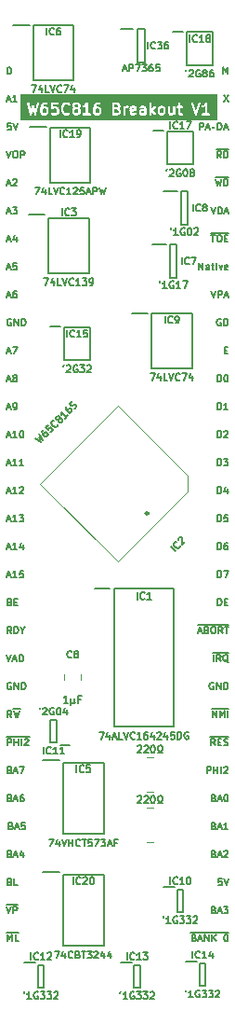
<source format=gto>
%TF.GenerationSoftware,KiCad,Pcbnew,7.0.5*%
%TF.CreationDate,2024-02-11T11:23:43+02:00*%
%TF.ProjectId,W65C816 Breakout,57363543-3831-4362-9042-7265616b6f75,V1*%
%TF.SameCoordinates,Original*%
%TF.FileFunction,Legend,Top*%
%TF.FilePolarity,Positive*%
%FSLAX46Y46*%
G04 Gerber Fmt 4.6, Leading zero omitted, Abs format (unit mm)*
G04 Created by KiCad (PCBNEW 7.0.5) date 2024-02-11 11:23:43*
%MOMM*%
%LPD*%
G01*
G04 APERTURE LIST*
%ADD10C,0.150000*%
%ADD11C,0.200000*%
%ADD12C,0.100000*%
%ADD13C,0.120000*%
%ADD14C,0.260000*%
G04 APERTURE END LIST*
D10*
X87722636Y-86464534D02*
X88025017Y-86464534D01*
X87662160Y-86645963D02*
X87873826Y-86010963D01*
X87873826Y-86010963D02*
X88085493Y-86645963D01*
X88569303Y-86222629D02*
X88569303Y-86645963D01*
X88418112Y-85980725D02*
X88266922Y-86434296D01*
X88266922Y-86434296D02*
X88660017Y-86434296D01*
X105196410Y-89185963D02*
X105196410Y-88550963D01*
X105196410Y-88550963D02*
X105559267Y-89185963D01*
X105559267Y-89185963D02*
X105559267Y-88550963D01*
X106133791Y-89185963D02*
X106133791Y-88853344D01*
X106133791Y-88853344D02*
X106103553Y-88792867D01*
X106103553Y-88792867D02*
X106043077Y-88762629D01*
X106043077Y-88762629D02*
X105922124Y-88762629D01*
X105922124Y-88762629D02*
X105861648Y-88792867D01*
X106133791Y-89155725D02*
X106073315Y-89185963D01*
X106073315Y-89185963D02*
X105922124Y-89185963D01*
X105922124Y-89185963D02*
X105861648Y-89155725D01*
X105861648Y-89155725D02*
X105831410Y-89095248D01*
X105831410Y-89095248D02*
X105831410Y-89034772D01*
X105831410Y-89034772D02*
X105861648Y-88974296D01*
X105861648Y-88974296D02*
X105922124Y-88944058D01*
X105922124Y-88944058D02*
X106073315Y-88944058D01*
X106073315Y-88944058D02*
X106133791Y-88913820D01*
X106345458Y-88762629D02*
X106587362Y-88762629D01*
X106436172Y-88550963D02*
X106436172Y-89095248D01*
X106436172Y-89095248D02*
X106466410Y-89155725D01*
X106466410Y-89155725D02*
X106526886Y-89185963D01*
X106526886Y-89185963D02*
X106587362Y-89185963D01*
X106799029Y-89185963D02*
X106799029Y-88762629D01*
X106799029Y-88550963D02*
X106768791Y-88581201D01*
X106768791Y-88581201D02*
X106799029Y-88611439D01*
X106799029Y-88611439D02*
X106829267Y-88581201D01*
X106829267Y-88581201D02*
X106799029Y-88550963D01*
X106799029Y-88550963D02*
X106799029Y-88611439D01*
X107040934Y-88762629D02*
X107192124Y-89185963D01*
X107192124Y-89185963D02*
X107343315Y-88762629D01*
X107827125Y-89155725D02*
X107766649Y-89185963D01*
X107766649Y-89185963D02*
X107645696Y-89185963D01*
X107645696Y-89185963D02*
X107585220Y-89155725D01*
X107585220Y-89155725D02*
X107554982Y-89095248D01*
X107554982Y-89095248D02*
X107554982Y-88853344D01*
X107554982Y-88853344D02*
X107585220Y-88792867D01*
X107585220Y-88792867D02*
X107645696Y-88762629D01*
X107645696Y-88762629D02*
X107766649Y-88762629D01*
X107766649Y-88762629D02*
X107827125Y-88792867D01*
X107827125Y-88792867D02*
X107857363Y-88853344D01*
X107857363Y-88853344D02*
X107857363Y-88913820D01*
X107857363Y-88913820D02*
X107554982Y-88974296D01*
X107554982Y-96473344D02*
X107766649Y-96473344D01*
X107857363Y-96805963D02*
X107554982Y-96805963D01*
X107554982Y-96805963D02*
X107554982Y-96170963D01*
X107554982Y-96170963D02*
X107857363Y-96170963D01*
X106315220Y-83470963D02*
X106526886Y-84105963D01*
X106526886Y-84105963D02*
X106738553Y-83470963D01*
X106950220Y-84105963D02*
X106950220Y-83470963D01*
X106950220Y-83470963D02*
X107101410Y-83470963D01*
X107101410Y-83470963D02*
X107192125Y-83501201D01*
X107192125Y-83501201D02*
X107252601Y-83561677D01*
X107252601Y-83561677D02*
X107282839Y-83622153D01*
X107282839Y-83622153D02*
X107313077Y-83743105D01*
X107313077Y-83743105D02*
X107313077Y-83833820D01*
X107313077Y-83833820D02*
X107282839Y-83954772D01*
X107282839Y-83954772D02*
X107252601Y-84015248D01*
X107252601Y-84015248D02*
X107192125Y-84075725D01*
X107192125Y-84075725D02*
X107101410Y-84105963D01*
X107101410Y-84105963D02*
X106950220Y-84105963D01*
X107554982Y-83924534D02*
X107857363Y-83924534D01*
X107494506Y-84105963D02*
X107706172Y-83470963D01*
X107706172Y-83470963D02*
X107917839Y-84105963D01*
X87722636Y-99164534D02*
X88025017Y-99164534D01*
X87662160Y-99345963D02*
X87873826Y-98710963D01*
X87873826Y-98710963D02*
X88085493Y-99345963D01*
X88387874Y-98983105D02*
X88327398Y-98952867D01*
X88327398Y-98952867D02*
X88297160Y-98922629D01*
X88297160Y-98922629D02*
X88266922Y-98862153D01*
X88266922Y-98862153D02*
X88266922Y-98831915D01*
X88266922Y-98831915D02*
X88297160Y-98771439D01*
X88297160Y-98771439D02*
X88327398Y-98741201D01*
X88327398Y-98741201D02*
X88387874Y-98710963D01*
X88387874Y-98710963D02*
X88508827Y-98710963D01*
X88508827Y-98710963D02*
X88569303Y-98741201D01*
X88569303Y-98741201D02*
X88599541Y-98771439D01*
X88599541Y-98771439D02*
X88629779Y-98831915D01*
X88629779Y-98831915D02*
X88629779Y-98862153D01*
X88629779Y-98862153D02*
X88599541Y-98922629D01*
X88599541Y-98922629D02*
X88569303Y-98952867D01*
X88569303Y-98952867D02*
X88508827Y-98983105D01*
X88508827Y-98983105D02*
X88387874Y-98983105D01*
X88387874Y-98983105D02*
X88327398Y-99013344D01*
X88327398Y-99013344D02*
X88297160Y-99043582D01*
X88297160Y-99043582D02*
X88266922Y-99104058D01*
X88266922Y-99104058D02*
X88266922Y-99225010D01*
X88266922Y-99225010D02*
X88297160Y-99285486D01*
X88297160Y-99285486D02*
X88327398Y-99315725D01*
X88327398Y-99315725D02*
X88387874Y-99345963D01*
X88387874Y-99345963D02*
X88508827Y-99345963D01*
X88508827Y-99345963D02*
X88569303Y-99315725D01*
X88569303Y-99315725D02*
X88599541Y-99285486D01*
X88599541Y-99285486D02*
X88629779Y-99225010D01*
X88629779Y-99225010D02*
X88629779Y-99104058D01*
X88629779Y-99104058D02*
X88599541Y-99043582D01*
X88599541Y-99043582D02*
X88569303Y-99013344D01*
X88569303Y-99013344D02*
X88508827Y-98983105D01*
X87752874Y-150145963D02*
X87752874Y-149510963D01*
X87752874Y-149510963D02*
X87964541Y-149964534D01*
X87964541Y-149964534D02*
X88176207Y-149510963D01*
X88176207Y-149510963D02*
X88176207Y-150145963D01*
X88780969Y-150145963D02*
X88478588Y-150145963D01*
X88478588Y-150145963D02*
X88478588Y-149510963D01*
X87665184Y-149334675D02*
X88777946Y-149334675D01*
X106315220Y-91090963D02*
X106526886Y-91725963D01*
X106526886Y-91725963D02*
X106738553Y-91090963D01*
X106950220Y-91725963D02*
X106950220Y-91090963D01*
X106950220Y-91090963D02*
X107192125Y-91090963D01*
X107192125Y-91090963D02*
X107252601Y-91121201D01*
X107252601Y-91121201D02*
X107282839Y-91151439D01*
X107282839Y-91151439D02*
X107313077Y-91211915D01*
X107313077Y-91211915D02*
X107313077Y-91302629D01*
X107313077Y-91302629D02*
X107282839Y-91363105D01*
X107282839Y-91363105D02*
X107252601Y-91393344D01*
X107252601Y-91393344D02*
X107192125Y-91423582D01*
X107192125Y-91423582D02*
X106950220Y-91423582D01*
X107554982Y-91544534D02*
X107857363Y-91544534D01*
X107494506Y-91725963D02*
X107706172Y-91090963D01*
X107706172Y-91090963D02*
X107917839Y-91725963D01*
X104773077Y-149813344D02*
X104863791Y-149843582D01*
X104863791Y-149843582D02*
X104894029Y-149873820D01*
X104894029Y-149873820D02*
X104924267Y-149934296D01*
X104924267Y-149934296D02*
X104924267Y-150025010D01*
X104924267Y-150025010D02*
X104894029Y-150085486D01*
X104894029Y-150085486D02*
X104863791Y-150115725D01*
X104863791Y-150115725D02*
X104803315Y-150145963D01*
X104803315Y-150145963D02*
X104561410Y-150145963D01*
X104561410Y-150145963D02*
X104561410Y-149510963D01*
X104561410Y-149510963D02*
X104773077Y-149510963D01*
X104773077Y-149510963D02*
X104833553Y-149541201D01*
X104833553Y-149541201D02*
X104863791Y-149571439D01*
X104863791Y-149571439D02*
X104894029Y-149631915D01*
X104894029Y-149631915D02*
X104894029Y-149692391D01*
X104894029Y-149692391D02*
X104863791Y-149752867D01*
X104863791Y-149752867D02*
X104833553Y-149783105D01*
X104833553Y-149783105D02*
X104773077Y-149813344D01*
X104773077Y-149813344D02*
X104561410Y-149813344D01*
X105166172Y-149964534D02*
X105468553Y-149964534D01*
X105105696Y-150145963D02*
X105317362Y-149510963D01*
X105317362Y-149510963D02*
X105529029Y-150145963D01*
X105740696Y-150145963D02*
X105740696Y-149510963D01*
X105740696Y-149510963D02*
X106103553Y-150145963D01*
X106103553Y-150145963D02*
X106103553Y-149510963D01*
X106405934Y-150145963D02*
X106405934Y-149510963D01*
X106768791Y-150145963D02*
X106496648Y-149783105D01*
X106768791Y-149510963D02*
X106405934Y-149873820D01*
X107645696Y-149510963D02*
X107706173Y-149510963D01*
X107706173Y-149510963D02*
X107766649Y-149541201D01*
X107766649Y-149541201D02*
X107796887Y-149571439D01*
X107796887Y-149571439D02*
X107827125Y-149631915D01*
X107827125Y-149631915D02*
X107857363Y-149752867D01*
X107857363Y-149752867D02*
X107857363Y-149904058D01*
X107857363Y-149904058D02*
X107827125Y-150025010D01*
X107827125Y-150025010D02*
X107796887Y-150085486D01*
X107796887Y-150085486D02*
X107766649Y-150115725D01*
X107766649Y-150115725D02*
X107706173Y-150145963D01*
X107706173Y-150145963D02*
X107645696Y-150145963D01*
X107645696Y-150145963D02*
X107585220Y-150115725D01*
X107585220Y-150115725D02*
X107554982Y-150085486D01*
X107554982Y-150085486D02*
X107524744Y-150025010D01*
X107524744Y-150025010D02*
X107494506Y-149904058D01*
X107494506Y-149904058D02*
X107494506Y-149752867D01*
X107494506Y-149752867D02*
X107524744Y-149631915D01*
X107524744Y-149631915D02*
X107554982Y-149571439D01*
X107554982Y-149571439D02*
X107585220Y-149541201D01*
X107585220Y-149541201D02*
X107645696Y-149510963D01*
X104473720Y-149334675D02*
X107914816Y-149334675D01*
X107464268Y-73310963D02*
X107887601Y-73945963D01*
X107887601Y-73310963D02*
X107464268Y-73945963D01*
X106919982Y-119665963D02*
X106919982Y-119030963D01*
X106919982Y-119030963D02*
X107071172Y-119030963D01*
X107071172Y-119030963D02*
X107161887Y-119061201D01*
X107161887Y-119061201D02*
X107222363Y-119121677D01*
X107222363Y-119121677D02*
X107252601Y-119182153D01*
X107252601Y-119182153D02*
X107282839Y-119303105D01*
X107282839Y-119303105D02*
X107282839Y-119393820D01*
X107282839Y-119393820D02*
X107252601Y-119514772D01*
X107252601Y-119514772D02*
X107222363Y-119575248D01*
X107222363Y-119575248D02*
X107161887Y-119635725D01*
X107161887Y-119635725D02*
X107071172Y-119665963D01*
X107071172Y-119665963D02*
X106919982Y-119665963D01*
X107554982Y-119333344D02*
X107766649Y-119333344D01*
X107857363Y-119665963D02*
X107554982Y-119665963D01*
X107554982Y-119665963D02*
X107554982Y-119030963D01*
X107554982Y-119030963D02*
X107857363Y-119030963D01*
X105135934Y-122024534D02*
X105438315Y-122024534D01*
X105075458Y-122205963D02*
X105287124Y-121570963D01*
X105287124Y-121570963D02*
X105498791Y-122205963D01*
X105922125Y-121873344D02*
X106012839Y-121903582D01*
X106012839Y-121903582D02*
X106043077Y-121933820D01*
X106043077Y-121933820D02*
X106073315Y-121994296D01*
X106073315Y-121994296D02*
X106073315Y-122085010D01*
X106073315Y-122085010D02*
X106043077Y-122145486D01*
X106043077Y-122145486D02*
X106012839Y-122175725D01*
X106012839Y-122175725D02*
X105952363Y-122205963D01*
X105952363Y-122205963D02*
X105710458Y-122205963D01*
X105710458Y-122205963D02*
X105710458Y-121570963D01*
X105710458Y-121570963D02*
X105922125Y-121570963D01*
X105922125Y-121570963D02*
X105982601Y-121601201D01*
X105982601Y-121601201D02*
X106012839Y-121631439D01*
X106012839Y-121631439D02*
X106043077Y-121691915D01*
X106043077Y-121691915D02*
X106043077Y-121752391D01*
X106043077Y-121752391D02*
X106012839Y-121812867D01*
X106012839Y-121812867D02*
X105982601Y-121843105D01*
X105982601Y-121843105D02*
X105922125Y-121873344D01*
X105922125Y-121873344D02*
X105710458Y-121873344D01*
X106466410Y-121570963D02*
X106587363Y-121570963D01*
X106587363Y-121570963D02*
X106647839Y-121601201D01*
X106647839Y-121601201D02*
X106708315Y-121661677D01*
X106708315Y-121661677D02*
X106738553Y-121782629D01*
X106738553Y-121782629D02*
X106738553Y-121994296D01*
X106738553Y-121994296D02*
X106708315Y-122115248D01*
X106708315Y-122115248D02*
X106647839Y-122175725D01*
X106647839Y-122175725D02*
X106587363Y-122205963D01*
X106587363Y-122205963D02*
X106466410Y-122205963D01*
X106466410Y-122205963D02*
X106405934Y-122175725D01*
X106405934Y-122175725D02*
X106345458Y-122115248D01*
X106345458Y-122115248D02*
X106315220Y-121994296D01*
X106315220Y-121994296D02*
X106315220Y-121782629D01*
X106315220Y-121782629D02*
X106345458Y-121661677D01*
X106345458Y-121661677D02*
X106405934Y-121601201D01*
X106405934Y-121601201D02*
X106466410Y-121570963D01*
X107373553Y-122205963D02*
X107161886Y-121903582D01*
X107010696Y-122205963D02*
X107010696Y-121570963D01*
X107010696Y-121570963D02*
X107252601Y-121570963D01*
X107252601Y-121570963D02*
X107313077Y-121601201D01*
X107313077Y-121601201D02*
X107343315Y-121631439D01*
X107343315Y-121631439D02*
X107373553Y-121691915D01*
X107373553Y-121691915D02*
X107373553Y-121782629D01*
X107373553Y-121782629D02*
X107343315Y-121843105D01*
X107343315Y-121843105D02*
X107313077Y-121873344D01*
X107313077Y-121873344D02*
X107252601Y-121903582D01*
X107252601Y-121903582D02*
X107010696Y-121903582D01*
X107554982Y-121570963D02*
X107917839Y-121570963D01*
X107736410Y-122205963D02*
X107736410Y-121570963D01*
X105078482Y-121394675D02*
X107914816Y-121394675D01*
X87722636Y-91544534D02*
X88025017Y-91544534D01*
X87662160Y-91725963D02*
X87873826Y-91090963D01*
X87873826Y-91090963D02*
X88085493Y-91725963D01*
X88569303Y-91090963D02*
X88448350Y-91090963D01*
X88448350Y-91090963D02*
X88387874Y-91121201D01*
X88387874Y-91121201D02*
X88357636Y-91151439D01*
X88357636Y-91151439D02*
X88297160Y-91242153D01*
X88297160Y-91242153D02*
X88266922Y-91363105D01*
X88266922Y-91363105D02*
X88266922Y-91605010D01*
X88266922Y-91605010D02*
X88297160Y-91665486D01*
X88297160Y-91665486D02*
X88327398Y-91695725D01*
X88327398Y-91695725D02*
X88387874Y-91725963D01*
X88387874Y-91725963D02*
X88508827Y-91725963D01*
X88508827Y-91725963D02*
X88569303Y-91695725D01*
X88569303Y-91695725D02*
X88599541Y-91665486D01*
X88599541Y-91665486D02*
X88629779Y-91605010D01*
X88629779Y-91605010D02*
X88629779Y-91453820D01*
X88629779Y-91453820D02*
X88599541Y-91393344D01*
X88599541Y-91393344D02*
X88569303Y-91363105D01*
X88569303Y-91363105D02*
X88508827Y-91332867D01*
X88508827Y-91332867D02*
X88387874Y-91332867D01*
X88387874Y-91332867D02*
X88327398Y-91363105D01*
X88327398Y-91363105D02*
X88297160Y-91393344D01*
X88297160Y-91393344D02*
X88266922Y-91453820D01*
X106436173Y-129825963D02*
X106436173Y-129190963D01*
X106436173Y-129190963D02*
X106799030Y-129825963D01*
X106799030Y-129825963D02*
X106799030Y-129190963D01*
X107101411Y-129825963D02*
X107101411Y-129190963D01*
X107101411Y-129190963D02*
X107313078Y-129644534D01*
X107313078Y-129644534D02*
X107524744Y-129190963D01*
X107524744Y-129190963D02*
X107524744Y-129825963D01*
X107827125Y-129825963D02*
X107827125Y-129190963D01*
X106348483Y-129014675D02*
X107914816Y-129014675D01*
X106889744Y-109505963D02*
X106889744Y-108870963D01*
X106889744Y-108870963D02*
X107040934Y-108870963D01*
X107040934Y-108870963D02*
X107131649Y-108901201D01*
X107131649Y-108901201D02*
X107192125Y-108961677D01*
X107192125Y-108961677D02*
X107222363Y-109022153D01*
X107222363Y-109022153D02*
X107252601Y-109143105D01*
X107252601Y-109143105D02*
X107252601Y-109233820D01*
X107252601Y-109233820D02*
X107222363Y-109354772D01*
X107222363Y-109354772D02*
X107192125Y-109415248D01*
X107192125Y-109415248D02*
X107131649Y-109475725D01*
X107131649Y-109475725D02*
X107040934Y-109505963D01*
X107040934Y-109505963D02*
X106889744Y-109505963D01*
X107796887Y-109082629D02*
X107796887Y-109505963D01*
X107645696Y-108840725D02*
X107494506Y-109294296D01*
X107494506Y-109294296D02*
X107887601Y-109294296D01*
X106315220Y-86010963D02*
X106678077Y-86010963D01*
X106496648Y-86645963D02*
X106496648Y-86010963D01*
X107010696Y-86010963D02*
X107131649Y-86010963D01*
X107131649Y-86010963D02*
X107192125Y-86041201D01*
X107192125Y-86041201D02*
X107252601Y-86101677D01*
X107252601Y-86101677D02*
X107282839Y-86222629D01*
X107282839Y-86222629D02*
X107282839Y-86434296D01*
X107282839Y-86434296D02*
X107252601Y-86555248D01*
X107252601Y-86555248D02*
X107192125Y-86615725D01*
X107192125Y-86615725D02*
X107131649Y-86645963D01*
X107131649Y-86645963D02*
X107010696Y-86645963D01*
X107010696Y-86645963D02*
X106950220Y-86615725D01*
X106950220Y-86615725D02*
X106889744Y-86555248D01*
X106889744Y-86555248D02*
X106859506Y-86434296D01*
X106859506Y-86434296D02*
X106859506Y-86222629D01*
X106859506Y-86222629D02*
X106889744Y-86101677D01*
X106889744Y-86101677D02*
X106950220Y-86041201D01*
X106950220Y-86041201D02*
X107010696Y-86010963D01*
X107554982Y-86313344D02*
X107766649Y-86313344D01*
X107857363Y-86645963D02*
X107554982Y-86645963D01*
X107554982Y-86645963D02*
X107554982Y-86010963D01*
X107554982Y-86010963D02*
X107857363Y-86010963D01*
X106318244Y-85834675D02*
X107914816Y-85834675D01*
X87873826Y-70770963D02*
X87934303Y-70770963D01*
X87934303Y-70770963D02*
X87994779Y-70801201D01*
X87994779Y-70801201D02*
X88025017Y-70831439D01*
X88025017Y-70831439D02*
X88055255Y-70891915D01*
X88055255Y-70891915D02*
X88085493Y-71012867D01*
X88085493Y-71012867D02*
X88085493Y-71164058D01*
X88085493Y-71164058D02*
X88055255Y-71285010D01*
X88055255Y-71285010D02*
X88025017Y-71345486D01*
X88025017Y-71345486D02*
X87994779Y-71375725D01*
X87994779Y-71375725D02*
X87934303Y-71405963D01*
X87934303Y-71405963D02*
X87873826Y-71405963D01*
X87873826Y-71405963D02*
X87813350Y-71375725D01*
X87813350Y-71375725D02*
X87783112Y-71345486D01*
X87783112Y-71345486D02*
X87752874Y-71285010D01*
X87752874Y-71285010D02*
X87722636Y-71164058D01*
X87722636Y-71164058D02*
X87722636Y-71012867D01*
X87722636Y-71012867D02*
X87752874Y-70891915D01*
X87752874Y-70891915D02*
X87783112Y-70831439D01*
X87783112Y-70831439D02*
X87813350Y-70801201D01*
X87813350Y-70801201D02*
X87873826Y-70770963D01*
X87964541Y-142193344D02*
X88055255Y-142223582D01*
X88055255Y-142223582D02*
X88085493Y-142253820D01*
X88085493Y-142253820D02*
X88115731Y-142314296D01*
X88115731Y-142314296D02*
X88115731Y-142405010D01*
X88115731Y-142405010D02*
X88085493Y-142465486D01*
X88085493Y-142465486D02*
X88055255Y-142495725D01*
X88055255Y-142495725D02*
X87994779Y-142525963D01*
X87994779Y-142525963D02*
X87752874Y-142525963D01*
X87752874Y-142525963D02*
X87752874Y-141890963D01*
X87752874Y-141890963D02*
X87964541Y-141890963D01*
X87964541Y-141890963D02*
X88025017Y-141921201D01*
X88025017Y-141921201D02*
X88055255Y-141951439D01*
X88055255Y-141951439D02*
X88085493Y-142011915D01*
X88085493Y-142011915D02*
X88085493Y-142072391D01*
X88085493Y-142072391D02*
X88055255Y-142132867D01*
X88055255Y-142132867D02*
X88025017Y-142163105D01*
X88025017Y-142163105D02*
X87964541Y-142193344D01*
X87964541Y-142193344D02*
X87752874Y-142193344D01*
X88357636Y-142344534D02*
X88660017Y-142344534D01*
X88297160Y-142525963D02*
X88508826Y-141890963D01*
X88508826Y-141890963D02*
X88720493Y-142525963D01*
X89204303Y-142102629D02*
X89204303Y-142525963D01*
X89053112Y-141860725D02*
X88901922Y-142314296D01*
X88901922Y-142314296D02*
X89295017Y-142314296D01*
X87722636Y-106784534D02*
X88025017Y-106784534D01*
X87662160Y-106965963D02*
X87873826Y-106330963D01*
X87873826Y-106330963D02*
X88085493Y-106965963D01*
X88629779Y-106965963D02*
X88266922Y-106965963D01*
X88448350Y-106965963D02*
X88448350Y-106330963D01*
X88448350Y-106330963D02*
X88387874Y-106421677D01*
X88387874Y-106421677D02*
X88327398Y-106482153D01*
X88327398Y-106482153D02*
X88266922Y-106512391D01*
X89234541Y-106965963D02*
X88871684Y-106965963D01*
X89053112Y-106965963D02*
X89053112Y-106330963D01*
X89053112Y-106330963D02*
X88992636Y-106421677D01*
X88992636Y-106421677D02*
X88932160Y-106482153D01*
X88932160Y-106482153D02*
X88871684Y-106512391D01*
X88085493Y-126681201D02*
X88025017Y-126650963D01*
X88025017Y-126650963D02*
X87934303Y-126650963D01*
X87934303Y-126650963D02*
X87843588Y-126681201D01*
X87843588Y-126681201D02*
X87783112Y-126741677D01*
X87783112Y-126741677D02*
X87752874Y-126802153D01*
X87752874Y-126802153D02*
X87722636Y-126923105D01*
X87722636Y-126923105D02*
X87722636Y-127013820D01*
X87722636Y-127013820D02*
X87752874Y-127134772D01*
X87752874Y-127134772D02*
X87783112Y-127195248D01*
X87783112Y-127195248D02*
X87843588Y-127255725D01*
X87843588Y-127255725D02*
X87934303Y-127285963D01*
X87934303Y-127285963D02*
X87994779Y-127285963D01*
X87994779Y-127285963D02*
X88085493Y-127255725D01*
X88085493Y-127255725D02*
X88115731Y-127225486D01*
X88115731Y-127225486D02*
X88115731Y-127013820D01*
X88115731Y-127013820D02*
X87994779Y-127013820D01*
X88387874Y-127285963D02*
X88387874Y-126650963D01*
X88387874Y-126650963D02*
X88750731Y-127285963D01*
X88750731Y-127285963D02*
X88750731Y-126650963D01*
X89053112Y-127285963D02*
X89053112Y-126650963D01*
X89053112Y-126650963D02*
X89204302Y-126650963D01*
X89204302Y-126650963D02*
X89295017Y-126681201D01*
X89295017Y-126681201D02*
X89355493Y-126741677D01*
X89355493Y-126741677D02*
X89385731Y-126802153D01*
X89385731Y-126802153D02*
X89415969Y-126923105D01*
X89415969Y-126923105D02*
X89415969Y-127013820D01*
X89415969Y-127013820D02*
X89385731Y-127134772D01*
X89385731Y-127134772D02*
X89355493Y-127195248D01*
X89355493Y-127195248D02*
X89295017Y-127255725D01*
X89295017Y-127255725D02*
X89204302Y-127285963D01*
X89204302Y-127285963D02*
X89053112Y-127285963D01*
X88055255Y-75850963D02*
X87752874Y-75850963D01*
X87752874Y-75850963D02*
X87722636Y-76153344D01*
X87722636Y-76153344D02*
X87752874Y-76123105D01*
X87752874Y-76123105D02*
X87813350Y-76092867D01*
X87813350Y-76092867D02*
X87964541Y-76092867D01*
X87964541Y-76092867D02*
X88025017Y-76123105D01*
X88025017Y-76123105D02*
X88055255Y-76153344D01*
X88055255Y-76153344D02*
X88085493Y-76213820D01*
X88085493Y-76213820D02*
X88085493Y-76365010D01*
X88085493Y-76365010D02*
X88055255Y-76425486D01*
X88055255Y-76425486D02*
X88025017Y-76455725D01*
X88025017Y-76455725D02*
X87964541Y-76485963D01*
X87964541Y-76485963D02*
X87813350Y-76485963D01*
X87813350Y-76485963D02*
X87752874Y-76455725D01*
X87752874Y-76455725D02*
X87722636Y-76425486D01*
X88266922Y-75850963D02*
X88478588Y-76485963D01*
X88478588Y-76485963D02*
X88690255Y-75850963D01*
X87722636Y-81384534D02*
X88025017Y-81384534D01*
X87662160Y-81565963D02*
X87873826Y-80930963D01*
X87873826Y-80930963D02*
X88085493Y-81565963D01*
X88266922Y-80991439D02*
X88297160Y-80961201D01*
X88297160Y-80961201D02*
X88357636Y-80930963D01*
X88357636Y-80930963D02*
X88508827Y-80930963D01*
X88508827Y-80930963D02*
X88569303Y-80961201D01*
X88569303Y-80961201D02*
X88599541Y-80991439D01*
X88599541Y-80991439D02*
X88629779Y-81051915D01*
X88629779Y-81051915D02*
X88629779Y-81112391D01*
X88629779Y-81112391D02*
X88599541Y-81203105D01*
X88599541Y-81203105D02*
X88236684Y-81565963D01*
X88236684Y-81565963D02*
X88629779Y-81565963D01*
X88115731Y-129825963D02*
X87904064Y-129523582D01*
X87752874Y-129825963D02*
X87752874Y-129190963D01*
X87752874Y-129190963D02*
X87994779Y-129190963D01*
X87994779Y-129190963D02*
X88055255Y-129221201D01*
X88055255Y-129221201D02*
X88085493Y-129251439D01*
X88085493Y-129251439D02*
X88115731Y-129311915D01*
X88115731Y-129311915D02*
X88115731Y-129402629D01*
X88115731Y-129402629D02*
X88085493Y-129463105D01*
X88085493Y-129463105D02*
X88055255Y-129493344D01*
X88055255Y-129493344D02*
X87994779Y-129523582D01*
X87994779Y-129523582D02*
X87752874Y-129523582D01*
X88327398Y-129190963D02*
X88478588Y-129825963D01*
X88478588Y-129825963D02*
X88599541Y-129372391D01*
X88599541Y-129372391D02*
X88720493Y-129825963D01*
X88720493Y-129825963D02*
X88871684Y-129190963D01*
X88300184Y-129014675D02*
X88898898Y-129014675D01*
X106557125Y-139653344D02*
X106647839Y-139683582D01*
X106647839Y-139683582D02*
X106678077Y-139713820D01*
X106678077Y-139713820D02*
X106708315Y-139774296D01*
X106708315Y-139774296D02*
X106708315Y-139865010D01*
X106708315Y-139865010D02*
X106678077Y-139925486D01*
X106678077Y-139925486D02*
X106647839Y-139955725D01*
X106647839Y-139955725D02*
X106587363Y-139985963D01*
X106587363Y-139985963D02*
X106345458Y-139985963D01*
X106345458Y-139985963D02*
X106345458Y-139350963D01*
X106345458Y-139350963D02*
X106557125Y-139350963D01*
X106557125Y-139350963D02*
X106617601Y-139381201D01*
X106617601Y-139381201D02*
X106647839Y-139411439D01*
X106647839Y-139411439D02*
X106678077Y-139471915D01*
X106678077Y-139471915D02*
X106678077Y-139532391D01*
X106678077Y-139532391D02*
X106647839Y-139592867D01*
X106647839Y-139592867D02*
X106617601Y-139623105D01*
X106617601Y-139623105D02*
X106557125Y-139653344D01*
X106557125Y-139653344D02*
X106345458Y-139653344D01*
X106950220Y-139804534D02*
X107252601Y-139804534D01*
X106889744Y-139985963D02*
X107101410Y-139350963D01*
X107101410Y-139350963D02*
X107313077Y-139985963D01*
X107857363Y-139985963D02*
X107494506Y-139985963D01*
X107675934Y-139985963D02*
X107675934Y-139350963D01*
X107675934Y-139350963D02*
X107615458Y-139441677D01*
X107615458Y-139441677D02*
X107554982Y-139502153D01*
X107554982Y-139502153D02*
X107494506Y-139532391D01*
X106889744Y-114585963D02*
X106889744Y-113950963D01*
X106889744Y-113950963D02*
X107040934Y-113950963D01*
X107040934Y-113950963D02*
X107131649Y-113981201D01*
X107131649Y-113981201D02*
X107192125Y-114041677D01*
X107192125Y-114041677D02*
X107222363Y-114102153D01*
X107222363Y-114102153D02*
X107252601Y-114223105D01*
X107252601Y-114223105D02*
X107252601Y-114313820D01*
X107252601Y-114313820D02*
X107222363Y-114434772D01*
X107222363Y-114434772D02*
X107192125Y-114495248D01*
X107192125Y-114495248D02*
X107131649Y-114555725D01*
X107131649Y-114555725D02*
X107040934Y-114585963D01*
X107040934Y-114585963D02*
X106889744Y-114585963D01*
X107796887Y-113950963D02*
X107675934Y-113950963D01*
X107675934Y-113950963D02*
X107615458Y-113981201D01*
X107615458Y-113981201D02*
X107585220Y-114011439D01*
X107585220Y-114011439D02*
X107524744Y-114102153D01*
X107524744Y-114102153D02*
X107494506Y-114223105D01*
X107494506Y-114223105D02*
X107494506Y-114465010D01*
X107494506Y-114465010D02*
X107524744Y-114525486D01*
X107524744Y-114525486D02*
X107554982Y-114555725D01*
X107554982Y-114555725D02*
X107615458Y-114585963D01*
X107615458Y-114585963D02*
X107736411Y-114585963D01*
X107736411Y-114585963D02*
X107796887Y-114555725D01*
X107796887Y-114555725D02*
X107827125Y-114525486D01*
X107827125Y-114525486D02*
X107857363Y-114465010D01*
X107857363Y-114465010D02*
X107857363Y-114313820D01*
X107857363Y-114313820D02*
X107827125Y-114253344D01*
X107827125Y-114253344D02*
X107796887Y-114223105D01*
X107796887Y-114223105D02*
X107736411Y-114192867D01*
X107736411Y-114192867D02*
X107615458Y-114192867D01*
X107615458Y-114192867D02*
X107554982Y-114223105D01*
X107554982Y-114223105D02*
X107524744Y-114253344D01*
X107524744Y-114253344D02*
X107494506Y-114313820D01*
X106557125Y-142193344D02*
X106647839Y-142223582D01*
X106647839Y-142223582D02*
X106678077Y-142253820D01*
X106678077Y-142253820D02*
X106708315Y-142314296D01*
X106708315Y-142314296D02*
X106708315Y-142405010D01*
X106708315Y-142405010D02*
X106678077Y-142465486D01*
X106678077Y-142465486D02*
X106647839Y-142495725D01*
X106647839Y-142495725D02*
X106587363Y-142525963D01*
X106587363Y-142525963D02*
X106345458Y-142525963D01*
X106345458Y-142525963D02*
X106345458Y-141890963D01*
X106345458Y-141890963D02*
X106557125Y-141890963D01*
X106557125Y-141890963D02*
X106617601Y-141921201D01*
X106617601Y-141921201D02*
X106647839Y-141951439D01*
X106647839Y-141951439D02*
X106678077Y-142011915D01*
X106678077Y-142011915D02*
X106678077Y-142072391D01*
X106678077Y-142072391D02*
X106647839Y-142132867D01*
X106647839Y-142132867D02*
X106617601Y-142163105D01*
X106617601Y-142163105D02*
X106557125Y-142193344D01*
X106557125Y-142193344D02*
X106345458Y-142193344D01*
X106950220Y-142344534D02*
X107252601Y-142344534D01*
X106889744Y-142525963D02*
X107101410Y-141890963D01*
X107101410Y-141890963D02*
X107313077Y-142525963D01*
X107494506Y-141951439D02*
X107524744Y-141921201D01*
X107524744Y-141921201D02*
X107585220Y-141890963D01*
X107585220Y-141890963D02*
X107736411Y-141890963D01*
X107736411Y-141890963D02*
X107796887Y-141921201D01*
X107796887Y-141921201D02*
X107827125Y-141951439D01*
X107827125Y-141951439D02*
X107857363Y-142011915D01*
X107857363Y-142011915D02*
X107857363Y-142072391D01*
X107857363Y-142072391D02*
X107827125Y-142163105D01*
X107827125Y-142163105D02*
X107464268Y-142525963D01*
X107464268Y-142525963D02*
X107857363Y-142525963D01*
X107282839Y-144430963D02*
X106980458Y-144430963D01*
X106980458Y-144430963D02*
X106950220Y-144733344D01*
X106950220Y-144733344D02*
X106980458Y-144703105D01*
X106980458Y-144703105D02*
X107040934Y-144672867D01*
X107040934Y-144672867D02*
X107192125Y-144672867D01*
X107192125Y-144672867D02*
X107252601Y-144703105D01*
X107252601Y-144703105D02*
X107282839Y-144733344D01*
X107282839Y-144733344D02*
X107313077Y-144793820D01*
X107313077Y-144793820D02*
X107313077Y-144945010D01*
X107313077Y-144945010D02*
X107282839Y-145005486D01*
X107282839Y-145005486D02*
X107252601Y-145035725D01*
X107252601Y-145035725D02*
X107192125Y-145065963D01*
X107192125Y-145065963D02*
X107040934Y-145065963D01*
X107040934Y-145065963D02*
X106980458Y-145035725D01*
X106980458Y-145035725D02*
X106950220Y-145005486D01*
X107494506Y-144430963D02*
X107706172Y-145065963D01*
X107706172Y-145065963D02*
X107917839Y-144430963D01*
X87964541Y-134573344D02*
X88055255Y-134603582D01*
X88055255Y-134603582D02*
X88085493Y-134633820D01*
X88085493Y-134633820D02*
X88115731Y-134694296D01*
X88115731Y-134694296D02*
X88115731Y-134785010D01*
X88115731Y-134785010D02*
X88085493Y-134845486D01*
X88085493Y-134845486D02*
X88055255Y-134875725D01*
X88055255Y-134875725D02*
X87994779Y-134905963D01*
X87994779Y-134905963D02*
X87752874Y-134905963D01*
X87752874Y-134905963D02*
X87752874Y-134270963D01*
X87752874Y-134270963D02*
X87964541Y-134270963D01*
X87964541Y-134270963D02*
X88025017Y-134301201D01*
X88025017Y-134301201D02*
X88055255Y-134331439D01*
X88055255Y-134331439D02*
X88085493Y-134391915D01*
X88085493Y-134391915D02*
X88085493Y-134452391D01*
X88085493Y-134452391D02*
X88055255Y-134512867D01*
X88055255Y-134512867D02*
X88025017Y-134543105D01*
X88025017Y-134543105D02*
X87964541Y-134573344D01*
X87964541Y-134573344D02*
X87752874Y-134573344D01*
X88357636Y-134724534D02*
X88660017Y-134724534D01*
X88297160Y-134905963D02*
X88508826Y-134270963D01*
X88508826Y-134270963D02*
X88720493Y-134905963D01*
X88871684Y-134270963D02*
X89295017Y-134270963D01*
X89295017Y-134270963D02*
X89022874Y-134905963D01*
X88115731Y-122205963D02*
X87904064Y-121903582D01*
X87752874Y-122205963D02*
X87752874Y-121570963D01*
X87752874Y-121570963D02*
X87994779Y-121570963D01*
X87994779Y-121570963D02*
X88055255Y-121601201D01*
X88055255Y-121601201D02*
X88085493Y-121631439D01*
X88085493Y-121631439D02*
X88115731Y-121691915D01*
X88115731Y-121691915D02*
X88115731Y-121782629D01*
X88115731Y-121782629D02*
X88085493Y-121843105D01*
X88085493Y-121843105D02*
X88055255Y-121873344D01*
X88055255Y-121873344D02*
X87994779Y-121903582D01*
X87994779Y-121903582D02*
X87752874Y-121903582D01*
X88387874Y-122205963D02*
X88387874Y-121570963D01*
X88387874Y-121570963D02*
X88539064Y-121570963D01*
X88539064Y-121570963D02*
X88629779Y-121601201D01*
X88629779Y-121601201D02*
X88690255Y-121661677D01*
X88690255Y-121661677D02*
X88720493Y-121722153D01*
X88720493Y-121722153D02*
X88750731Y-121843105D01*
X88750731Y-121843105D02*
X88750731Y-121933820D01*
X88750731Y-121933820D02*
X88720493Y-122054772D01*
X88720493Y-122054772D02*
X88690255Y-122115248D01*
X88690255Y-122115248D02*
X88629779Y-122175725D01*
X88629779Y-122175725D02*
X88539064Y-122205963D01*
X88539064Y-122205963D02*
X88387874Y-122205963D01*
X89143826Y-121903582D02*
X89143826Y-122205963D01*
X88932160Y-121570963D02*
X89143826Y-121903582D01*
X89143826Y-121903582D02*
X89355493Y-121570963D01*
X107222363Y-79025963D02*
X107010696Y-78723582D01*
X106859506Y-79025963D02*
X106859506Y-78390963D01*
X106859506Y-78390963D02*
X107101411Y-78390963D01*
X107101411Y-78390963D02*
X107161887Y-78421201D01*
X107161887Y-78421201D02*
X107192125Y-78451439D01*
X107192125Y-78451439D02*
X107222363Y-78511915D01*
X107222363Y-78511915D02*
X107222363Y-78602629D01*
X107222363Y-78602629D02*
X107192125Y-78663105D01*
X107192125Y-78663105D02*
X107161887Y-78693344D01*
X107161887Y-78693344D02*
X107101411Y-78723582D01*
X107101411Y-78723582D02*
X106859506Y-78723582D01*
X107494506Y-79025963D02*
X107494506Y-78390963D01*
X107494506Y-78390963D02*
X107645696Y-78390963D01*
X107645696Y-78390963D02*
X107736411Y-78421201D01*
X107736411Y-78421201D02*
X107796887Y-78481677D01*
X107796887Y-78481677D02*
X107827125Y-78542153D01*
X107827125Y-78542153D02*
X107857363Y-78663105D01*
X107857363Y-78663105D02*
X107857363Y-78753820D01*
X107857363Y-78753820D02*
X107827125Y-78874772D01*
X107827125Y-78874772D02*
X107796887Y-78935248D01*
X107796887Y-78935248D02*
X107736411Y-78995725D01*
X107736411Y-78995725D02*
X107645696Y-79025963D01*
X107645696Y-79025963D02*
X107494506Y-79025963D01*
X106771816Y-78214675D02*
X107914816Y-78214675D01*
X106708316Y-80930963D02*
X106859506Y-81565963D01*
X106859506Y-81565963D02*
X106980459Y-81112391D01*
X106980459Y-81112391D02*
X107101411Y-81565963D01*
X107101411Y-81565963D02*
X107252602Y-80930963D01*
X107494506Y-81565963D02*
X107494506Y-80930963D01*
X107494506Y-80930963D02*
X107645696Y-80930963D01*
X107645696Y-80930963D02*
X107736411Y-80961201D01*
X107736411Y-80961201D02*
X107796887Y-81021677D01*
X107796887Y-81021677D02*
X107827125Y-81082153D01*
X107827125Y-81082153D02*
X107857363Y-81203105D01*
X107857363Y-81203105D02*
X107857363Y-81293820D01*
X107857363Y-81293820D02*
X107827125Y-81414772D01*
X107827125Y-81414772D02*
X107796887Y-81475248D01*
X107796887Y-81475248D02*
X107736411Y-81535725D01*
X107736411Y-81535725D02*
X107645696Y-81565963D01*
X107645696Y-81565963D02*
X107494506Y-81565963D01*
X106681102Y-80754675D02*
X107914816Y-80754675D01*
X87662160Y-146970963D02*
X87873826Y-147605963D01*
X87873826Y-147605963D02*
X88085493Y-146970963D01*
X88297160Y-147605963D02*
X88297160Y-146970963D01*
X88297160Y-146970963D02*
X88539065Y-146970963D01*
X88539065Y-146970963D02*
X88599541Y-147001201D01*
X88599541Y-147001201D02*
X88629779Y-147031439D01*
X88629779Y-147031439D02*
X88660017Y-147091915D01*
X88660017Y-147091915D02*
X88660017Y-147182629D01*
X88660017Y-147182629D02*
X88629779Y-147243105D01*
X88629779Y-147243105D02*
X88599541Y-147273344D01*
X88599541Y-147273344D02*
X88539065Y-147303582D01*
X88539065Y-147303582D02*
X88297160Y-147303582D01*
X87665184Y-146794675D02*
X88717470Y-146794675D01*
X106526887Y-126681201D02*
X106466411Y-126650963D01*
X106466411Y-126650963D02*
X106375697Y-126650963D01*
X106375697Y-126650963D02*
X106284982Y-126681201D01*
X106284982Y-126681201D02*
X106224506Y-126741677D01*
X106224506Y-126741677D02*
X106194268Y-126802153D01*
X106194268Y-126802153D02*
X106164030Y-126923105D01*
X106164030Y-126923105D02*
X106164030Y-127013820D01*
X106164030Y-127013820D02*
X106194268Y-127134772D01*
X106194268Y-127134772D02*
X106224506Y-127195248D01*
X106224506Y-127195248D02*
X106284982Y-127255725D01*
X106284982Y-127255725D02*
X106375697Y-127285963D01*
X106375697Y-127285963D02*
X106436173Y-127285963D01*
X106436173Y-127285963D02*
X106526887Y-127255725D01*
X106526887Y-127255725D02*
X106557125Y-127225486D01*
X106557125Y-127225486D02*
X106557125Y-127013820D01*
X106557125Y-127013820D02*
X106436173Y-127013820D01*
X106829268Y-127285963D02*
X106829268Y-126650963D01*
X106829268Y-126650963D02*
X107192125Y-127285963D01*
X107192125Y-127285963D02*
X107192125Y-126650963D01*
X107494506Y-127285963D02*
X107494506Y-126650963D01*
X107494506Y-126650963D02*
X107645696Y-126650963D01*
X107645696Y-126650963D02*
X107736411Y-126681201D01*
X107736411Y-126681201D02*
X107796887Y-126741677D01*
X107796887Y-126741677D02*
X107827125Y-126802153D01*
X107827125Y-126802153D02*
X107857363Y-126923105D01*
X107857363Y-126923105D02*
X107857363Y-127013820D01*
X107857363Y-127013820D02*
X107827125Y-127134772D01*
X107827125Y-127134772D02*
X107796887Y-127195248D01*
X107796887Y-127195248D02*
X107736411Y-127255725D01*
X107736411Y-127255725D02*
X107645696Y-127285963D01*
X107645696Y-127285963D02*
X107494506Y-127285963D01*
X88091541Y-139653344D02*
X88182255Y-139683582D01*
X88182255Y-139683582D02*
X88212493Y-139713820D01*
X88212493Y-139713820D02*
X88242731Y-139774296D01*
X88242731Y-139774296D02*
X88242731Y-139865010D01*
X88242731Y-139865010D02*
X88212493Y-139925486D01*
X88212493Y-139925486D02*
X88182255Y-139955725D01*
X88182255Y-139955725D02*
X88121779Y-139985963D01*
X88121779Y-139985963D02*
X87879874Y-139985963D01*
X87879874Y-139985963D02*
X87879874Y-139350963D01*
X87879874Y-139350963D02*
X88091541Y-139350963D01*
X88091541Y-139350963D02*
X88152017Y-139381201D01*
X88152017Y-139381201D02*
X88182255Y-139411439D01*
X88182255Y-139411439D02*
X88212493Y-139471915D01*
X88212493Y-139471915D02*
X88212493Y-139532391D01*
X88212493Y-139532391D02*
X88182255Y-139592867D01*
X88182255Y-139592867D02*
X88152017Y-139623105D01*
X88152017Y-139623105D02*
X88091541Y-139653344D01*
X88091541Y-139653344D02*
X87879874Y-139653344D01*
X88484636Y-139804534D02*
X88787017Y-139804534D01*
X88424160Y-139985963D02*
X88635826Y-139350963D01*
X88635826Y-139350963D02*
X88847493Y-139985963D01*
X89361541Y-139350963D02*
X89059160Y-139350963D01*
X89059160Y-139350963D02*
X89028922Y-139653344D01*
X89028922Y-139653344D02*
X89059160Y-139623105D01*
X89059160Y-139623105D02*
X89119636Y-139592867D01*
X89119636Y-139592867D02*
X89270827Y-139592867D01*
X89270827Y-139592867D02*
X89331303Y-139623105D01*
X89331303Y-139623105D02*
X89361541Y-139653344D01*
X89361541Y-139653344D02*
X89391779Y-139713820D01*
X89391779Y-139713820D02*
X89391779Y-139865010D01*
X89391779Y-139865010D02*
X89361541Y-139925486D01*
X89361541Y-139925486D02*
X89331303Y-139955725D01*
X89331303Y-139955725D02*
X89270827Y-139985963D01*
X89270827Y-139985963D02*
X89119636Y-139985963D01*
X89119636Y-139985963D02*
X89059160Y-139955725D01*
X89059160Y-139955725D02*
X89028922Y-139925486D01*
X105922125Y-134905963D02*
X105922125Y-134270963D01*
X105922125Y-134270963D02*
X106164030Y-134270963D01*
X106164030Y-134270963D02*
X106224506Y-134301201D01*
X106224506Y-134301201D02*
X106254744Y-134331439D01*
X106254744Y-134331439D02*
X106284982Y-134391915D01*
X106284982Y-134391915D02*
X106284982Y-134482629D01*
X106284982Y-134482629D02*
X106254744Y-134543105D01*
X106254744Y-134543105D02*
X106224506Y-134573344D01*
X106224506Y-134573344D02*
X106164030Y-134603582D01*
X106164030Y-134603582D02*
X105922125Y-134603582D01*
X106557125Y-134905963D02*
X106557125Y-134270963D01*
X106557125Y-134573344D02*
X106919982Y-134573344D01*
X106919982Y-134905963D02*
X106919982Y-134270963D01*
X107222363Y-134905963D02*
X107222363Y-134270963D01*
X107494506Y-134331439D02*
X107524744Y-134301201D01*
X107524744Y-134301201D02*
X107585220Y-134270963D01*
X107585220Y-134270963D02*
X107736411Y-134270963D01*
X107736411Y-134270963D02*
X107796887Y-134301201D01*
X107796887Y-134301201D02*
X107827125Y-134331439D01*
X107827125Y-134331439D02*
X107857363Y-134391915D01*
X107857363Y-134391915D02*
X107857363Y-134452391D01*
X107857363Y-134452391D02*
X107827125Y-134543105D01*
X107827125Y-134543105D02*
X107464268Y-134905963D01*
X107464268Y-134905963D02*
X107857363Y-134905963D01*
X87722636Y-109324534D02*
X88025017Y-109324534D01*
X87662160Y-109505963D02*
X87873826Y-108870963D01*
X87873826Y-108870963D02*
X88085493Y-109505963D01*
X88629779Y-109505963D02*
X88266922Y-109505963D01*
X88448350Y-109505963D02*
X88448350Y-108870963D01*
X88448350Y-108870963D02*
X88387874Y-108961677D01*
X88387874Y-108961677D02*
X88327398Y-109022153D01*
X88327398Y-109022153D02*
X88266922Y-109052391D01*
X88871684Y-108931439D02*
X88901922Y-108901201D01*
X88901922Y-108901201D02*
X88962398Y-108870963D01*
X88962398Y-108870963D02*
X89113589Y-108870963D01*
X89113589Y-108870963D02*
X89174065Y-108901201D01*
X89174065Y-108901201D02*
X89204303Y-108931439D01*
X89204303Y-108931439D02*
X89234541Y-108991915D01*
X89234541Y-108991915D02*
X89234541Y-109052391D01*
X89234541Y-109052391D02*
X89204303Y-109143105D01*
X89204303Y-109143105D02*
X88841446Y-109505963D01*
X88841446Y-109505963D02*
X89234541Y-109505963D01*
X106889744Y-99345963D02*
X106889744Y-98710963D01*
X106889744Y-98710963D02*
X107040934Y-98710963D01*
X107040934Y-98710963D02*
X107131649Y-98741201D01*
X107131649Y-98741201D02*
X107192125Y-98801677D01*
X107192125Y-98801677D02*
X107222363Y-98862153D01*
X107222363Y-98862153D02*
X107252601Y-98983105D01*
X107252601Y-98983105D02*
X107252601Y-99073820D01*
X107252601Y-99073820D02*
X107222363Y-99194772D01*
X107222363Y-99194772D02*
X107192125Y-99255248D01*
X107192125Y-99255248D02*
X107131649Y-99315725D01*
X107131649Y-99315725D02*
X107040934Y-99345963D01*
X107040934Y-99345963D02*
X106889744Y-99345963D01*
X107645696Y-98710963D02*
X107706173Y-98710963D01*
X107706173Y-98710963D02*
X107766649Y-98741201D01*
X107766649Y-98741201D02*
X107796887Y-98771439D01*
X107796887Y-98771439D02*
X107827125Y-98831915D01*
X107827125Y-98831915D02*
X107857363Y-98952867D01*
X107857363Y-98952867D02*
X107857363Y-99104058D01*
X107857363Y-99104058D02*
X107827125Y-99225010D01*
X107827125Y-99225010D02*
X107796887Y-99285486D01*
X107796887Y-99285486D02*
X107766649Y-99315725D01*
X107766649Y-99315725D02*
X107706173Y-99345963D01*
X107706173Y-99345963D02*
X107645696Y-99345963D01*
X107645696Y-99345963D02*
X107585220Y-99315725D01*
X107585220Y-99315725D02*
X107554982Y-99285486D01*
X107554982Y-99285486D02*
X107524744Y-99225010D01*
X107524744Y-99225010D02*
X107494506Y-99104058D01*
X107494506Y-99104058D02*
X107494506Y-98952867D01*
X107494506Y-98952867D02*
X107524744Y-98831915D01*
X107524744Y-98831915D02*
X107554982Y-98771439D01*
X107554982Y-98771439D02*
X107585220Y-98741201D01*
X107585220Y-98741201D02*
X107645696Y-98710963D01*
X107403792Y-71405963D02*
X107403792Y-70770963D01*
X107403792Y-70770963D02*
X107615459Y-71224534D01*
X107615459Y-71224534D02*
X107827125Y-70770963D01*
X107827125Y-70770963D02*
X107827125Y-71405963D01*
X87964541Y-144733344D02*
X88055255Y-144763582D01*
X88055255Y-144763582D02*
X88085493Y-144793820D01*
X88085493Y-144793820D02*
X88115731Y-144854296D01*
X88115731Y-144854296D02*
X88115731Y-144945010D01*
X88115731Y-144945010D02*
X88085493Y-145005486D01*
X88085493Y-145005486D02*
X88055255Y-145035725D01*
X88055255Y-145035725D02*
X87994779Y-145065963D01*
X87994779Y-145065963D02*
X87752874Y-145065963D01*
X87752874Y-145065963D02*
X87752874Y-144430963D01*
X87752874Y-144430963D02*
X87964541Y-144430963D01*
X87964541Y-144430963D02*
X88025017Y-144461201D01*
X88025017Y-144461201D02*
X88055255Y-144491439D01*
X88055255Y-144491439D02*
X88085493Y-144551915D01*
X88085493Y-144551915D02*
X88085493Y-144612391D01*
X88085493Y-144612391D02*
X88055255Y-144672867D01*
X88055255Y-144672867D02*
X88025017Y-144703105D01*
X88025017Y-144703105D02*
X87964541Y-144733344D01*
X87964541Y-144733344D02*
X87752874Y-144733344D01*
X88690255Y-145065963D02*
X88387874Y-145065963D01*
X88387874Y-145065963D02*
X88387874Y-144430963D01*
X87722636Y-96624534D02*
X88025017Y-96624534D01*
X87662160Y-96805963D02*
X87873826Y-96170963D01*
X87873826Y-96170963D02*
X88085493Y-96805963D01*
X88236684Y-96170963D02*
X88660017Y-96170963D01*
X88660017Y-96170963D02*
X88387874Y-96805963D01*
X105261724Y-76485963D02*
X105261724Y-75850963D01*
X105261724Y-75850963D02*
X105503629Y-75850963D01*
X105503629Y-75850963D02*
X105564105Y-75881201D01*
X105564105Y-75881201D02*
X105594343Y-75911439D01*
X105594343Y-75911439D02*
X105624581Y-75971915D01*
X105624581Y-75971915D02*
X105624581Y-76062629D01*
X105624581Y-76062629D02*
X105594343Y-76123105D01*
X105594343Y-76123105D02*
X105564105Y-76153344D01*
X105564105Y-76153344D02*
X105503629Y-76183582D01*
X105503629Y-76183582D02*
X105261724Y-76183582D01*
X105866486Y-76304534D02*
X106168867Y-76304534D01*
X105806010Y-76485963D02*
X106017676Y-75850963D01*
X106017676Y-75850963D02*
X106229343Y-76485963D01*
X106531724Y-76213820D02*
X106501486Y-76244058D01*
X106501486Y-76244058D02*
X106531724Y-76274296D01*
X106531724Y-76274296D02*
X106561962Y-76244058D01*
X106561962Y-76244058D02*
X106531724Y-76213820D01*
X106531724Y-76213820D02*
X106531724Y-76274296D01*
X106924820Y-76485963D02*
X106924820Y-75850963D01*
X106924820Y-75850963D02*
X107076010Y-75850963D01*
X107076010Y-75850963D02*
X107166725Y-75881201D01*
X107166725Y-75881201D02*
X107227201Y-75941677D01*
X107227201Y-75941677D02*
X107257439Y-76002153D01*
X107257439Y-76002153D02*
X107287677Y-76123105D01*
X107287677Y-76123105D02*
X107287677Y-76213820D01*
X107287677Y-76213820D02*
X107257439Y-76334772D01*
X107257439Y-76334772D02*
X107227201Y-76395248D01*
X107227201Y-76395248D02*
X107166725Y-76455725D01*
X107166725Y-76455725D02*
X107076010Y-76485963D01*
X107076010Y-76485963D02*
X106924820Y-76485963D01*
X107529582Y-76304534D02*
X107831963Y-76304534D01*
X107469106Y-76485963D02*
X107680772Y-75850963D01*
X107680772Y-75850963D02*
X107892439Y-76485963D01*
X106557125Y-147273344D02*
X106647839Y-147303582D01*
X106647839Y-147303582D02*
X106678077Y-147333820D01*
X106678077Y-147333820D02*
X106708315Y-147394296D01*
X106708315Y-147394296D02*
X106708315Y-147485010D01*
X106708315Y-147485010D02*
X106678077Y-147545486D01*
X106678077Y-147545486D02*
X106647839Y-147575725D01*
X106647839Y-147575725D02*
X106587363Y-147605963D01*
X106587363Y-147605963D02*
X106345458Y-147605963D01*
X106345458Y-147605963D02*
X106345458Y-146970963D01*
X106345458Y-146970963D02*
X106557125Y-146970963D01*
X106557125Y-146970963D02*
X106617601Y-147001201D01*
X106617601Y-147001201D02*
X106647839Y-147031439D01*
X106647839Y-147031439D02*
X106678077Y-147091915D01*
X106678077Y-147091915D02*
X106678077Y-147152391D01*
X106678077Y-147152391D02*
X106647839Y-147212867D01*
X106647839Y-147212867D02*
X106617601Y-147243105D01*
X106617601Y-147243105D02*
X106557125Y-147273344D01*
X106557125Y-147273344D02*
X106345458Y-147273344D01*
X106950220Y-147424534D02*
X107252601Y-147424534D01*
X106889744Y-147605963D02*
X107101410Y-146970963D01*
X107101410Y-146970963D02*
X107313077Y-147605963D01*
X107464268Y-146970963D02*
X107857363Y-146970963D01*
X107857363Y-146970963D02*
X107645696Y-147212867D01*
X107645696Y-147212867D02*
X107736411Y-147212867D01*
X107736411Y-147212867D02*
X107796887Y-147243105D01*
X107796887Y-147243105D02*
X107827125Y-147273344D01*
X107827125Y-147273344D02*
X107857363Y-147333820D01*
X107857363Y-147333820D02*
X107857363Y-147485010D01*
X107857363Y-147485010D02*
X107827125Y-147545486D01*
X107827125Y-147545486D02*
X107796887Y-147575725D01*
X107796887Y-147575725D02*
X107736411Y-147605963D01*
X107736411Y-147605963D02*
X107554982Y-147605963D01*
X107554982Y-147605963D02*
X107494506Y-147575725D01*
X107494506Y-147575725D02*
X107464268Y-147545486D01*
X87662160Y-124110963D02*
X87873826Y-124745963D01*
X87873826Y-124745963D02*
X88085493Y-124110963D01*
X88266922Y-124564534D02*
X88569303Y-124564534D01*
X88206446Y-124745963D02*
X88418112Y-124110963D01*
X88418112Y-124110963D02*
X88629779Y-124745963D01*
X88841446Y-124745963D02*
X88841446Y-124110963D01*
X88841446Y-124110963D02*
X88992636Y-124110963D01*
X88992636Y-124110963D02*
X89083351Y-124141201D01*
X89083351Y-124141201D02*
X89143827Y-124201677D01*
X89143827Y-124201677D02*
X89174065Y-124262153D01*
X89174065Y-124262153D02*
X89204303Y-124383105D01*
X89204303Y-124383105D02*
X89204303Y-124473820D01*
X89204303Y-124473820D02*
X89174065Y-124594772D01*
X89174065Y-124594772D02*
X89143827Y-124655248D01*
X89143827Y-124655248D02*
X89083351Y-124715725D01*
X89083351Y-124715725D02*
X88992636Y-124745963D01*
X88992636Y-124745963D02*
X88841446Y-124745963D01*
X106526887Y-124745963D02*
X106526887Y-124110963D01*
X107192125Y-124745963D02*
X106980458Y-124443582D01*
X106829268Y-124745963D02*
X106829268Y-124110963D01*
X106829268Y-124110963D02*
X107071173Y-124110963D01*
X107071173Y-124110963D02*
X107131649Y-124141201D01*
X107131649Y-124141201D02*
X107161887Y-124171439D01*
X107161887Y-124171439D02*
X107192125Y-124231915D01*
X107192125Y-124231915D02*
X107192125Y-124322629D01*
X107192125Y-124322629D02*
X107161887Y-124383105D01*
X107161887Y-124383105D02*
X107131649Y-124413344D01*
X107131649Y-124413344D02*
X107071173Y-124443582D01*
X107071173Y-124443582D02*
X106829268Y-124443582D01*
X107887601Y-124806439D02*
X107827125Y-124776201D01*
X107827125Y-124776201D02*
X107766649Y-124715725D01*
X107766649Y-124715725D02*
X107675935Y-124625010D01*
X107675935Y-124625010D02*
X107615458Y-124594772D01*
X107615458Y-124594772D02*
X107554982Y-124594772D01*
X107585220Y-124745963D02*
X107524744Y-124715725D01*
X107524744Y-124715725D02*
X107464268Y-124655248D01*
X107464268Y-124655248D02*
X107434030Y-124534296D01*
X107434030Y-124534296D02*
X107434030Y-124322629D01*
X107434030Y-124322629D02*
X107464268Y-124201677D01*
X107464268Y-124201677D02*
X107524744Y-124141201D01*
X107524744Y-124141201D02*
X107585220Y-124110963D01*
X107585220Y-124110963D02*
X107706173Y-124110963D01*
X107706173Y-124110963D02*
X107766649Y-124141201D01*
X107766649Y-124141201D02*
X107827125Y-124201677D01*
X107827125Y-124201677D02*
X107857363Y-124322629D01*
X107857363Y-124322629D02*
X107857363Y-124534296D01*
X107857363Y-124534296D02*
X107827125Y-124655248D01*
X107827125Y-124655248D02*
X107766649Y-124715725D01*
X107766649Y-124715725D02*
X107706173Y-124745963D01*
X107706173Y-124745963D02*
X107585220Y-124745963D01*
X106439197Y-123934675D02*
X107914816Y-123934675D01*
X107192125Y-93661201D02*
X107131649Y-93630963D01*
X107131649Y-93630963D02*
X107040935Y-93630963D01*
X107040935Y-93630963D02*
X106950220Y-93661201D01*
X106950220Y-93661201D02*
X106889744Y-93721677D01*
X106889744Y-93721677D02*
X106859506Y-93782153D01*
X106859506Y-93782153D02*
X106829268Y-93903105D01*
X106829268Y-93903105D02*
X106829268Y-93993820D01*
X106829268Y-93993820D02*
X106859506Y-94114772D01*
X106859506Y-94114772D02*
X106889744Y-94175248D01*
X106889744Y-94175248D02*
X106950220Y-94235725D01*
X106950220Y-94235725D02*
X107040935Y-94265963D01*
X107040935Y-94265963D02*
X107101411Y-94265963D01*
X107101411Y-94265963D02*
X107192125Y-94235725D01*
X107192125Y-94235725D02*
X107222363Y-94205486D01*
X107222363Y-94205486D02*
X107222363Y-93993820D01*
X107222363Y-93993820D02*
X107101411Y-93993820D01*
X107494506Y-94265963D02*
X107494506Y-93630963D01*
X107494506Y-93630963D02*
X107645696Y-93630963D01*
X107645696Y-93630963D02*
X107736411Y-93661201D01*
X107736411Y-93661201D02*
X107796887Y-93721677D01*
X107796887Y-93721677D02*
X107827125Y-93782153D01*
X107827125Y-93782153D02*
X107857363Y-93903105D01*
X107857363Y-93903105D02*
X107857363Y-93993820D01*
X107857363Y-93993820D02*
X107827125Y-94114772D01*
X107827125Y-94114772D02*
X107796887Y-94175248D01*
X107796887Y-94175248D02*
X107736411Y-94235725D01*
X107736411Y-94235725D02*
X107645696Y-94265963D01*
X107645696Y-94265963D02*
X107494506Y-94265963D01*
X87722636Y-89004534D02*
X88025017Y-89004534D01*
X87662160Y-89185963D02*
X87873826Y-88550963D01*
X87873826Y-88550963D02*
X88085493Y-89185963D01*
X88599541Y-88550963D02*
X88297160Y-88550963D01*
X88297160Y-88550963D02*
X88266922Y-88853344D01*
X88266922Y-88853344D02*
X88297160Y-88823105D01*
X88297160Y-88823105D02*
X88357636Y-88792867D01*
X88357636Y-88792867D02*
X88508827Y-88792867D01*
X88508827Y-88792867D02*
X88569303Y-88823105D01*
X88569303Y-88823105D02*
X88599541Y-88853344D01*
X88599541Y-88853344D02*
X88629779Y-88913820D01*
X88629779Y-88913820D02*
X88629779Y-89065010D01*
X88629779Y-89065010D02*
X88599541Y-89125486D01*
X88599541Y-89125486D02*
X88569303Y-89155725D01*
X88569303Y-89155725D02*
X88508827Y-89185963D01*
X88508827Y-89185963D02*
X88357636Y-89185963D01*
X88357636Y-89185963D02*
X88297160Y-89155725D01*
X88297160Y-89155725D02*
X88266922Y-89125486D01*
X106889744Y-101885963D02*
X106889744Y-101250963D01*
X106889744Y-101250963D02*
X107040934Y-101250963D01*
X107040934Y-101250963D02*
X107131649Y-101281201D01*
X107131649Y-101281201D02*
X107192125Y-101341677D01*
X107192125Y-101341677D02*
X107222363Y-101402153D01*
X107222363Y-101402153D02*
X107252601Y-101523105D01*
X107252601Y-101523105D02*
X107252601Y-101613820D01*
X107252601Y-101613820D02*
X107222363Y-101734772D01*
X107222363Y-101734772D02*
X107192125Y-101795248D01*
X107192125Y-101795248D02*
X107131649Y-101855725D01*
X107131649Y-101855725D02*
X107040934Y-101885963D01*
X107040934Y-101885963D02*
X106889744Y-101885963D01*
X107857363Y-101885963D02*
X107494506Y-101885963D01*
X107675934Y-101885963D02*
X107675934Y-101250963D01*
X107675934Y-101250963D02*
X107615458Y-101341677D01*
X107615458Y-101341677D02*
X107554982Y-101402153D01*
X107554982Y-101402153D02*
X107494506Y-101432391D01*
X87662160Y-78390963D02*
X87873826Y-79025963D01*
X87873826Y-79025963D02*
X88085493Y-78390963D01*
X88418112Y-78390963D02*
X88539065Y-78390963D01*
X88539065Y-78390963D02*
X88599541Y-78421201D01*
X88599541Y-78421201D02*
X88660017Y-78481677D01*
X88660017Y-78481677D02*
X88690255Y-78602629D01*
X88690255Y-78602629D02*
X88690255Y-78814296D01*
X88690255Y-78814296D02*
X88660017Y-78935248D01*
X88660017Y-78935248D02*
X88599541Y-78995725D01*
X88599541Y-78995725D02*
X88539065Y-79025963D01*
X88539065Y-79025963D02*
X88418112Y-79025963D01*
X88418112Y-79025963D02*
X88357636Y-78995725D01*
X88357636Y-78995725D02*
X88297160Y-78935248D01*
X88297160Y-78935248D02*
X88266922Y-78814296D01*
X88266922Y-78814296D02*
X88266922Y-78602629D01*
X88266922Y-78602629D02*
X88297160Y-78481677D01*
X88297160Y-78481677D02*
X88357636Y-78421201D01*
X88357636Y-78421201D02*
X88418112Y-78390963D01*
X88962398Y-79025963D02*
X88962398Y-78390963D01*
X88962398Y-78390963D02*
X89204303Y-78390963D01*
X89204303Y-78390963D02*
X89264779Y-78421201D01*
X89264779Y-78421201D02*
X89295017Y-78451439D01*
X89295017Y-78451439D02*
X89325255Y-78511915D01*
X89325255Y-78511915D02*
X89325255Y-78602629D01*
X89325255Y-78602629D02*
X89295017Y-78663105D01*
X89295017Y-78663105D02*
X89264779Y-78693344D01*
X89264779Y-78693344D02*
X89204303Y-78723582D01*
X89204303Y-78723582D02*
X88962398Y-78723582D01*
X87722636Y-101704534D02*
X88025017Y-101704534D01*
X87662160Y-101885963D02*
X87873826Y-101250963D01*
X87873826Y-101250963D02*
X88085493Y-101885963D01*
X88327398Y-101885963D02*
X88448350Y-101885963D01*
X88448350Y-101885963D02*
X88508827Y-101855725D01*
X88508827Y-101855725D02*
X88539065Y-101825486D01*
X88539065Y-101825486D02*
X88599541Y-101734772D01*
X88599541Y-101734772D02*
X88629779Y-101613820D01*
X88629779Y-101613820D02*
X88629779Y-101371915D01*
X88629779Y-101371915D02*
X88599541Y-101311439D01*
X88599541Y-101311439D02*
X88569303Y-101281201D01*
X88569303Y-101281201D02*
X88508827Y-101250963D01*
X88508827Y-101250963D02*
X88387874Y-101250963D01*
X88387874Y-101250963D02*
X88327398Y-101281201D01*
X88327398Y-101281201D02*
X88297160Y-101311439D01*
X88297160Y-101311439D02*
X88266922Y-101371915D01*
X88266922Y-101371915D02*
X88266922Y-101523105D01*
X88266922Y-101523105D02*
X88297160Y-101583582D01*
X88297160Y-101583582D02*
X88327398Y-101613820D01*
X88327398Y-101613820D02*
X88387874Y-101644058D01*
X88387874Y-101644058D02*
X88508827Y-101644058D01*
X88508827Y-101644058D02*
X88569303Y-101613820D01*
X88569303Y-101613820D02*
X88599541Y-101583582D01*
X88599541Y-101583582D02*
X88629779Y-101523105D01*
X88085493Y-93661201D02*
X88025017Y-93630963D01*
X88025017Y-93630963D02*
X87934303Y-93630963D01*
X87934303Y-93630963D02*
X87843588Y-93661201D01*
X87843588Y-93661201D02*
X87783112Y-93721677D01*
X87783112Y-93721677D02*
X87752874Y-93782153D01*
X87752874Y-93782153D02*
X87722636Y-93903105D01*
X87722636Y-93903105D02*
X87722636Y-93993820D01*
X87722636Y-93993820D02*
X87752874Y-94114772D01*
X87752874Y-94114772D02*
X87783112Y-94175248D01*
X87783112Y-94175248D02*
X87843588Y-94235725D01*
X87843588Y-94235725D02*
X87934303Y-94265963D01*
X87934303Y-94265963D02*
X87994779Y-94265963D01*
X87994779Y-94265963D02*
X88085493Y-94235725D01*
X88085493Y-94235725D02*
X88115731Y-94205486D01*
X88115731Y-94205486D02*
X88115731Y-93993820D01*
X88115731Y-93993820D02*
X87994779Y-93993820D01*
X88387874Y-94265963D02*
X88387874Y-93630963D01*
X88387874Y-93630963D02*
X88750731Y-94265963D01*
X88750731Y-94265963D02*
X88750731Y-93630963D01*
X89053112Y-94265963D02*
X89053112Y-93630963D01*
X89053112Y-93630963D02*
X89204302Y-93630963D01*
X89204302Y-93630963D02*
X89295017Y-93661201D01*
X89295017Y-93661201D02*
X89355493Y-93721677D01*
X89355493Y-93721677D02*
X89385731Y-93782153D01*
X89385731Y-93782153D02*
X89415969Y-93903105D01*
X89415969Y-93903105D02*
X89415969Y-93993820D01*
X89415969Y-93993820D02*
X89385731Y-94114772D01*
X89385731Y-94114772D02*
X89355493Y-94175248D01*
X89355493Y-94175248D02*
X89295017Y-94235725D01*
X89295017Y-94235725D02*
X89204302Y-94265963D01*
X89204302Y-94265963D02*
X89053112Y-94265963D01*
X106889744Y-106965963D02*
X106889744Y-106330963D01*
X106889744Y-106330963D02*
X107040934Y-106330963D01*
X107040934Y-106330963D02*
X107131649Y-106361201D01*
X107131649Y-106361201D02*
X107192125Y-106421677D01*
X107192125Y-106421677D02*
X107222363Y-106482153D01*
X107222363Y-106482153D02*
X107252601Y-106603105D01*
X107252601Y-106603105D02*
X107252601Y-106693820D01*
X107252601Y-106693820D02*
X107222363Y-106814772D01*
X107222363Y-106814772D02*
X107192125Y-106875248D01*
X107192125Y-106875248D02*
X107131649Y-106935725D01*
X107131649Y-106935725D02*
X107040934Y-106965963D01*
X107040934Y-106965963D02*
X106889744Y-106965963D01*
X107464268Y-106330963D02*
X107857363Y-106330963D01*
X107857363Y-106330963D02*
X107645696Y-106572867D01*
X107645696Y-106572867D02*
X107736411Y-106572867D01*
X107736411Y-106572867D02*
X107796887Y-106603105D01*
X107796887Y-106603105D02*
X107827125Y-106633344D01*
X107827125Y-106633344D02*
X107857363Y-106693820D01*
X107857363Y-106693820D02*
X107857363Y-106845010D01*
X107857363Y-106845010D02*
X107827125Y-106905486D01*
X107827125Y-106905486D02*
X107796887Y-106935725D01*
X107796887Y-106935725D02*
X107736411Y-106965963D01*
X107736411Y-106965963D02*
X107554982Y-106965963D01*
X107554982Y-106965963D02*
X107494506Y-106935725D01*
X107494506Y-106935725D02*
X107464268Y-106905486D01*
X87722636Y-104244534D02*
X88025017Y-104244534D01*
X87662160Y-104425963D02*
X87873826Y-103790963D01*
X87873826Y-103790963D02*
X88085493Y-104425963D01*
X88629779Y-104425963D02*
X88266922Y-104425963D01*
X88448350Y-104425963D02*
X88448350Y-103790963D01*
X88448350Y-103790963D02*
X88387874Y-103881677D01*
X88387874Y-103881677D02*
X88327398Y-103942153D01*
X88327398Y-103942153D02*
X88266922Y-103972391D01*
X89022874Y-103790963D02*
X89083351Y-103790963D01*
X89083351Y-103790963D02*
X89143827Y-103821201D01*
X89143827Y-103821201D02*
X89174065Y-103851439D01*
X89174065Y-103851439D02*
X89204303Y-103911915D01*
X89204303Y-103911915D02*
X89234541Y-104032867D01*
X89234541Y-104032867D02*
X89234541Y-104184058D01*
X89234541Y-104184058D02*
X89204303Y-104305010D01*
X89204303Y-104305010D02*
X89174065Y-104365486D01*
X89174065Y-104365486D02*
X89143827Y-104395725D01*
X89143827Y-104395725D02*
X89083351Y-104425963D01*
X89083351Y-104425963D02*
X89022874Y-104425963D01*
X89022874Y-104425963D02*
X88962398Y-104395725D01*
X88962398Y-104395725D02*
X88932160Y-104365486D01*
X88932160Y-104365486D02*
X88901922Y-104305010D01*
X88901922Y-104305010D02*
X88871684Y-104184058D01*
X88871684Y-104184058D02*
X88871684Y-104032867D01*
X88871684Y-104032867D02*
X88901922Y-103911915D01*
X88901922Y-103911915D02*
X88932160Y-103851439D01*
X88932160Y-103851439D02*
X88962398Y-103821201D01*
X88962398Y-103821201D02*
X89022874Y-103790963D01*
X106889744Y-112045963D02*
X106889744Y-111410963D01*
X106889744Y-111410963D02*
X107040934Y-111410963D01*
X107040934Y-111410963D02*
X107131649Y-111441201D01*
X107131649Y-111441201D02*
X107192125Y-111501677D01*
X107192125Y-111501677D02*
X107222363Y-111562153D01*
X107222363Y-111562153D02*
X107252601Y-111683105D01*
X107252601Y-111683105D02*
X107252601Y-111773820D01*
X107252601Y-111773820D02*
X107222363Y-111894772D01*
X107222363Y-111894772D02*
X107192125Y-111955248D01*
X107192125Y-111955248D02*
X107131649Y-112015725D01*
X107131649Y-112015725D02*
X107040934Y-112045963D01*
X107040934Y-112045963D02*
X106889744Y-112045963D01*
X107827125Y-111410963D02*
X107524744Y-111410963D01*
X107524744Y-111410963D02*
X107494506Y-111713344D01*
X107494506Y-111713344D02*
X107524744Y-111683105D01*
X107524744Y-111683105D02*
X107585220Y-111652867D01*
X107585220Y-111652867D02*
X107736411Y-111652867D01*
X107736411Y-111652867D02*
X107796887Y-111683105D01*
X107796887Y-111683105D02*
X107827125Y-111713344D01*
X107827125Y-111713344D02*
X107857363Y-111773820D01*
X107857363Y-111773820D02*
X107857363Y-111925010D01*
X107857363Y-111925010D02*
X107827125Y-111985486D01*
X107827125Y-111985486D02*
X107796887Y-112015725D01*
X107796887Y-112015725D02*
X107736411Y-112045963D01*
X107736411Y-112045963D02*
X107585220Y-112045963D01*
X107585220Y-112045963D02*
X107524744Y-112015725D01*
X107524744Y-112015725D02*
X107494506Y-111985486D01*
X87964541Y-119333344D02*
X88055255Y-119363582D01*
X88055255Y-119363582D02*
X88085493Y-119393820D01*
X88085493Y-119393820D02*
X88115731Y-119454296D01*
X88115731Y-119454296D02*
X88115731Y-119545010D01*
X88115731Y-119545010D02*
X88085493Y-119605486D01*
X88085493Y-119605486D02*
X88055255Y-119635725D01*
X88055255Y-119635725D02*
X87994779Y-119665963D01*
X87994779Y-119665963D02*
X87752874Y-119665963D01*
X87752874Y-119665963D02*
X87752874Y-119030963D01*
X87752874Y-119030963D02*
X87964541Y-119030963D01*
X87964541Y-119030963D02*
X88025017Y-119061201D01*
X88025017Y-119061201D02*
X88055255Y-119091439D01*
X88055255Y-119091439D02*
X88085493Y-119151915D01*
X88085493Y-119151915D02*
X88085493Y-119212391D01*
X88085493Y-119212391D02*
X88055255Y-119272867D01*
X88055255Y-119272867D02*
X88025017Y-119303105D01*
X88025017Y-119303105D02*
X87964541Y-119333344D01*
X87964541Y-119333344D02*
X87752874Y-119333344D01*
X88387874Y-119333344D02*
X88599541Y-119333344D01*
X88690255Y-119665963D02*
X88387874Y-119665963D01*
X88387874Y-119665963D02*
X88387874Y-119030963D01*
X88387874Y-119030963D02*
X88690255Y-119030963D01*
X87722636Y-73764534D02*
X88025017Y-73764534D01*
X87662160Y-73945963D02*
X87873826Y-73310963D01*
X87873826Y-73310963D02*
X88085493Y-73945963D01*
X88629779Y-73945963D02*
X88266922Y-73945963D01*
X88448350Y-73945963D02*
X88448350Y-73310963D01*
X88448350Y-73310963D02*
X88387874Y-73401677D01*
X88387874Y-73401677D02*
X88327398Y-73462153D01*
X88327398Y-73462153D02*
X88266922Y-73492391D01*
X87722636Y-83924534D02*
X88025017Y-83924534D01*
X87662160Y-84105963D02*
X87873826Y-83470963D01*
X87873826Y-83470963D02*
X88085493Y-84105963D01*
X88236684Y-83470963D02*
X88629779Y-83470963D01*
X88629779Y-83470963D02*
X88418112Y-83712867D01*
X88418112Y-83712867D02*
X88508827Y-83712867D01*
X88508827Y-83712867D02*
X88569303Y-83743105D01*
X88569303Y-83743105D02*
X88599541Y-83773344D01*
X88599541Y-83773344D02*
X88629779Y-83833820D01*
X88629779Y-83833820D02*
X88629779Y-83985010D01*
X88629779Y-83985010D02*
X88599541Y-84045486D01*
X88599541Y-84045486D02*
X88569303Y-84075725D01*
X88569303Y-84075725D02*
X88508827Y-84105963D01*
X88508827Y-84105963D02*
X88327398Y-84105963D01*
X88327398Y-84105963D02*
X88266922Y-84075725D01*
X88266922Y-84075725D02*
X88236684Y-84045486D01*
X87722636Y-111864534D02*
X88025017Y-111864534D01*
X87662160Y-112045963D02*
X87873826Y-111410963D01*
X87873826Y-111410963D02*
X88085493Y-112045963D01*
X88629779Y-112045963D02*
X88266922Y-112045963D01*
X88448350Y-112045963D02*
X88448350Y-111410963D01*
X88448350Y-111410963D02*
X88387874Y-111501677D01*
X88387874Y-111501677D02*
X88327398Y-111562153D01*
X88327398Y-111562153D02*
X88266922Y-111592391D01*
X88841446Y-111410963D02*
X89234541Y-111410963D01*
X89234541Y-111410963D02*
X89022874Y-111652867D01*
X89022874Y-111652867D02*
X89113589Y-111652867D01*
X89113589Y-111652867D02*
X89174065Y-111683105D01*
X89174065Y-111683105D02*
X89204303Y-111713344D01*
X89204303Y-111713344D02*
X89234541Y-111773820D01*
X89234541Y-111773820D02*
X89234541Y-111925010D01*
X89234541Y-111925010D02*
X89204303Y-111985486D01*
X89204303Y-111985486D02*
X89174065Y-112015725D01*
X89174065Y-112015725D02*
X89113589Y-112045963D01*
X89113589Y-112045963D02*
X88932160Y-112045963D01*
X88932160Y-112045963D02*
X88871684Y-112015725D01*
X88871684Y-112015725D02*
X88841446Y-111985486D01*
X106557125Y-137113344D02*
X106647839Y-137143582D01*
X106647839Y-137143582D02*
X106678077Y-137173820D01*
X106678077Y-137173820D02*
X106708315Y-137234296D01*
X106708315Y-137234296D02*
X106708315Y-137325010D01*
X106708315Y-137325010D02*
X106678077Y-137385486D01*
X106678077Y-137385486D02*
X106647839Y-137415725D01*
X106647839Y-137415725D02*
X106587363Y-137445963D01*
X106587363Y-137445963D02*
X106345458Y-137445963D01*
X106345458Y-137445963D02*
X106345458Y-136810963D01*
X106345458Y-136810963D02*
X106557125Y-136810963D01*
X106557125Y-136810963D02*
X106617601Y-136841201D01*
X106617601Y-136841201D02*
X106647839Y-136871439D01*
X106647839Y-136871439D02*
X106678077Y-136931915D01*
X106678077Y-136931915D02*
X106678077Y-136992391D01*
X106678077Y-136992391D02*
X106647839Y-137052867D01*
X106647839Y-137052867D02*
X106617601Y-137083105D01*
X106617601Y-137083105D02*
X106557125Y-137113344D01*
X106557125Y-137113344D02*
X106345458Y-137113344D01*
X106950220Y-137264534D02*
X107252601Y-137264534D01*
X106889744Y-137445963D02*
X107101410Y-136810963D01*
X107101410Y-136810963D02*
X107313077Y-137445963D01*
X107645696Y-136810963D02*
X107706173Y-136810963D01*
X107706173Y-136810963D02*
X107766649Y-136841201D01*
X107766649Y-136841201D02*
X107796887Y-136871439D01*
X107796887Y-136871439D02*
X107827125Y-136931915D01*
X107827125Y-136931915D02*
X107857363Y-137052867D01*
X107857363Y-137052867D02*
X107857363Y-137204058D01*
X107857363Y-137204058D02*
X107827125Y-137325010D01*
X107827125Y-137325010D02*
X107796887Y-137385486D01*
X107796887Y-137385486D02*
X107766649Y-137415725D01*
X107766649Y-137415725D02*
X107706173Y-137445963D01*
X107706173Y-137445963D02*
X107645696Y-137445963D01*
X107645696Y-137445963D02*
X107585220Y-137415725D01*
X107585220Y-137415725D02*
X107554982Y-137385486D01*
X107554982Y-137385486D02*
X107524744Y-137325010D01*
X107524744Y-137325010D02*
X107494506Y-137204058D01*
X107494506Y-137204058D02*
X107494506Y-137052867D01*
X107494506Y-137052867D02*
X107524744Y-136931915D01*
X107524744Y-136931915D02*
X107554982Y-136871439D01*
X107554982Y-136871439D02*
X107585220Y-136841201D01*
X107585220Y-136841201D02*
X107645696Y-136810963D01*
X106889744Y-117125963D02*
X106889744Y-116490963D01*
X106889744Y-116490963D02*
X107040934Y-116490963D01*
X107040934Y-116490963D02*
X107131649Y-116521201D01*
X107131649Y-116521201D02*
X107192125Y-116581677D01*
X107192125Y-116581677D02*
X107222363Y-116642153D01*
X107222363Y-116642153D02*
X107252601Y-116763105D01*
X107252601Y-116763105D02*
X107252601Y-116853820D01*
X107252601Y-116853820D02*
X107222363Y-116974772D01*
X107222363Y-116974772D02*
X107192125Y-117035248D01*
X107192125Y-117035248D02*
X107131649Y-117095725D01*
X107131649Y-117095725D02*
X107040934Y-117125963D01*
X107040934Y-117125963D02*
X106889744Y-117125963D01*
X107464268Y-116490963D02*
X107887601Y-116490963D01*
X107887601Y-116490963D02*
X107615458Y-117125963D01*
X87964541Y-137113344D02*
X88055255Y-137143582D01*
X88055255Y-137143582D02*
X88085493Y-137173820D01*
X88085493Y-137173820D02*
X88115731Y-137234296D01*
X88115731Y-137234296D02*
X88115731Y-137325010D01*
X88115731Y-137325010D02*
X88085493Y-137385486D01*
X88085493Y-137385486D02*
X88055255Y-137415725D01*
X88055255Y-137415725D02*
X87994779Y-137445963D01*
X87994779Y-137445963D02*
X87752874Y-137445963D01*
X87752874Y-137445963D02*
X87752874Y-136810963D01*
X87752874Y-136810963D02*
X87964541Y-136810963D01*
X87964541Y-136810963D02*
X88025017Y-136841201D01*
X88025017Y-136841201D02*
X88055255Y-136871439D01*
X88055255Y-136871439D02*
X88085493Y-136931915D01*
X88085493Y-136931915D02*
X88085493Y-136992391D01*
X88085493Y-136992391D02*
X88055255Y-137052867D01*
X88055255Y-137052867D02*
X88025017Y-137083105D01*
X88025017Y-137083105D02*
X87964541Y-137113344D01*
X87964541Y-137113344D02*
X87752874Y-137113344D01*
X88357636Y-137264534D02*
X88660017Y-137264534D01*
X88297160Y-137445963D02*
X88508826Y-136810963D01*
X88508826Y-136810963D02*
X88720493Y-137445963D01*
X89204303Y-136810963D02*
X89083350Y-136810963D01*
X89083350Y-136810963D02*
X89022874Y-136841201D01*
X89022874Y-136841201D02*
X88992636Y-136871439D01*
X88992636Y-136871439D02*
X88932160Y-136962153D01*
X88932160Y-136962153D02*
X88901922Y-137083105D01*
X88901922Y-137083105D02*
X88901922Y-137325010D01*
X88901922Y-137325010D02*
X88932160Y-137385486D01*
X88932160Y-137385486D02*
X88962398Y-137415725D01*
X88962398Y-137415725D02*
X89022874Y-137445963D01*
X89022874Y-137445963D02*
X89143827Y-137445963D01*
X89143827Y-137445963D02*
X89204303Y-137415725D01*
X89204303Y-137415725D02*
X89234541Y-137385486D01*
X89234541Y-137385486D02*
X89264779Y-137325010D01*
X89264779Y-137325010D02*
X89264779Y-137173820D01*
X89264779Y-137173820D02*
X89234541Y-137113344D01*
X89234541Y-137113344D02*
X89204303Y-137083105D01*
X89204303Y-137083105D02*
X89143827Y-137052867D01*
X89143827Y-137052867D02*
X89022874Y-137052867D01*
X89022874Y-137052867D02*
X88962398Y-137083105D01*
X88962398Y-137083105D02*
X88932160Y-137113344D01*
X88932160Y-137113344D02*
X88901922Y-137173820D01*
D11*
G36*
X91262524Y-74561975D02*
G01*
X91287194Y-74586645D01*
X91316998Y-74646252D01*
X91316998Y-74837136D01*
X91287194Y-74896743D01*
X91262523Y-74921414D01*
X91202916Y-74951219D01*
X91059652Y-74951219D01*
X91000045Y-74921415D01*
X90975374Y-74896743D01*
X90945570Y-74837135D01*
X90945570Y-74646253D01*
X90975374Y-74586644D01*
X91000043Y-74561975D01*
X91059652Y-74532171D01*
X91202916Y-74532171D01*
X91262524Y-74561975D01*
G37*
G36*
X94167286Y-74609594D02*
G01*
X94191956Y-74634264D01*
X94221760Y-74693872D01*
X94221760Y-74837135D01*
X94191956Y-74896743D01*
X94167285Y-74921414D01*
X94107678Y-74951219D01*
X93964414Y-74951219D01*
X93904807Y-74921415D01*
X93880136Y-74896743D01*
X93850332Y-74837135D01*
X93850332Y-74693872D01*
X93880136Y-74634263D01*
X93904806Y-74609594D01*
X93964414Y-74579790D01*
X94107678Y-74579790D01*
X94167286Y-74609594D01*
G37*
G36*
X94167286Y-74181023D02*
G01*
X94191956Y-74205692D01*
X94221760Y-74265301D01*
X94221760Y-74265707D01*
X94191956Y-74325316D01*
X94167286Y-74349985D01*
X94107678Y-74379790D01*
X93964414Y-74379790D01*
X93904806Y-74349986D01*
X93880136Y-74325316D01*
X93850332Y-74265707D01*
X93850332Y-74265301D01*
X93880136Y-74205692D01*
X93904805Y-74181023D01*
X93964414Y-74151219D01*
X94107678Y-74151219D01*
X94167286Y-74181023D01*
G37*
G36*
X96072048Y-74561975D02*
G01*
X96096718Y-74586645D01*
X96126522Y-74646253D01*
X96126522Y-74837135D01*
X96096718Y-74896743D01*
X96072047Y-74921414D01*
X96012440Y-74951219D01*
X95869176Y-74951219D01*
X95809569Y-74921415D01*
X95784898Y-74896743D01*
X95755094Y-74837135D01*
X95755094Y-74646253D01*
X95784898Y-74586644D01*
X95809568Y-74561975D01*
X95869176Y-74532171D01*
X96012440Y-74532171D01*
X96072048Y-74561975D01*
G37*
G36*
X99342463Y-74506706D02*
G01*
X99359914Y-74541607D01*
X99088428Y-74595904D01*
X99088428Y-74551015D01*
X99110582Y-74506706D01*
X99154891Y-74484552D01*
X99298155Y-74484552D01*
X99342463Y-74506706D01*
G37*
G36*
X100221761Y-74770333D02*
G01*
X100221761Y-74941796D01*
X100202917Y-74951219D01*
X100012034Y-74951219D01*
X99967725Y-74929064D01*
X99945571Y-74884755D01*
X99945571Y-74836729D01*
X99967725Y-74792420D01*
X100012034Y-74770266D01*
X100221138Y-74770266D01*
X100221761Y-74770333D01*
G37*
G36*
X101929192Y-74514356D02*
G01*
X101953862Y-74539026D01*
X101983666Y-74598634D01*
X101983666Y-74837135D01*
X101953862Y-74896743D01*
X101929191Y-74921414D01*
X101869584Y-74951219D01*
X101773939Y-74951219D01*
X101714332Y-74921415D01*
X101689661Y-74896743D01*
X101659857Y-74837135D01*
X101659857Y-74598634D01*
X101689661Y-74539025D01*
X101714330Y-74514356D01*
X101773939Y-74484552D01*
X101869584Y-74484552D01*
X101929192Y-74514356D01*
G37*
G36*
X97839171Y-74662431D02*
G01*
X97858623Y-74681883D01*
X97888427Y-74741491D01*
X97888427Y-74837135D01*
X97858623Y-74896743D01*
X97833952Y-74921414D01*
X97774345Y-74951219D01*
X97516999Y-74951219D01*
X97516999Y-74627409D01*
X97734104Y-74627409D01*
X97839171Y-74662431D01*
G37*
G36*
X97786334Y-74181023D02*
G01*
X97811004Y-74205693D01*
X97840808Y-74265301D01*
X97840808Y-74313327D01*
X97811004Y-74372935D01*
X97786334Y-74397604D01*
X97728440Y-74426551D01*
X97724602Y-74426413D01*
X97722922Y-74427409D01*
X97516999Y-74427409D01*
X97516999Y-74151219D01*
X97726726Y-74151219D01*
X97786334Y-74181023D01*
G37*
G36*
X106914620Y-75626857D02*
G01*
X88919380Y-75626857D01*
X88919380Y-74045817D01*
X89551012Y-74045817D01*
X89793482Y-75064189D01*
X89793954Y-75083072D01*
X89808280Y-75104185D01*
X89820947Y-75126342D01*
X89824610Y-75128250D01*
X89826928Y-75131666D01*
X89850392Y-75141680D01*
X89873030Y-75153473D01*
X89877143Y-75153097D01*
X89880939Y-75154718D01*
X89906094Y-75150457D01*
X89931512Y-75148139D01*
X89934768Y-75145600D01*
X89938840Y-75144911D01*
X89957700Y-75127724D01*
X89977828Y-75112035D01*
X89979195Y-75108137D01*
X89982247Y-75105357D01*
X89988820Y-75080705D01*
X89997271Y-75056622D01*
X89996314Y-75052604D01*
X90083665Y-74725037D01*
X90174817Y-75066859D01*
X90175797Y-75085726D01*
X90190689Y-75106451D01*
X90203943Y-75128255D01*
X90207655Y-75130064D01*
X90210065Y-75133417D01*
X90233789Y-75142797D01*
X90256735Y-75153978D01*
X90260837Y-75153492D01*
X90264675Y-75155010D01*
X90289705Y-75150075D01*
X90315053Y-75147075D01*
X90318240Y-75144449D01*
X90322292Y-75143651D01*
X90340684Y-75125964D01*
X90360383Y-75109740D01*
X90361645Y-75105807D01*
X90364621Y-75102946D01*
X90370531Y-75078121D01*
X90378330Y-75053825D01*
X90377266Y-75049835D01*
X90476314Y-74633835D01*
X90741950Y-74633835D01*
X90745570Y-74642563D01*
X90745570Y-74855356D01*
X90742996Y-74879200D01*
X90752134Y-74897476D01*
X90757893Y-74917089D01*
X90765034Y-74923277D01*
X90798138Y-74989484D01*
X90801715Y-75005927D01*
X90821198Y-75025410D01*
X90839967Y-75045588D01*
X90841859Y-75046071D01*
X90861231Y-75065444D01*
X90869824Y-75079911D01*
X90894462Y-75092230D01*
X90918653Y-75105440D01*
X90920602Y-75105300D01*
X90986507Y-75138253D01*
X91006683Y-75151219D01*
X91027118Y-75151219D01*
X91047234Y-75154839D01*
X91055962Y-75151219D01*
X91221137Y-75151219D01*
X91244980Y-75153793D01*
X91263256Y-75144654D01*
X91282869Y-75138896D01*
X91289057Y-75131754D01*
X91355265Y-75098650D01*
X91371709Y-75095073D01*
X91391194Y-75075587D01*
X91411368Y-75056822D01*
X91411852Y-75054928D01*
X91431225Y-75035555D01*
X91445690Y-75026964D01*
X91458007Y-75002329D01*
X91471219Y-74978133D01*
X91471079Y-74976185D01*
X91484900Y-74948544D01*
X91693994Y-74948544D01*
X91706477Y-75005927D01*
X91765993Y-75065444D01*
X91774586Y-75079911D01*
X91799224Y-75092230D01*
X91823415Y-75105440D01*
X91825364Y-75105300D01*
X91891269Y-75138253D01*
X91911445Y-75151219D01*
X91931880Y-75151219D01*
X91951996Y-75154839D01*
X91960724Y-75151219D01*
X92173518Y-75151219D01*
X92197361Y-75153793D01*
X92215637Y-75144654D01*
X92235250Y-75138896D01*
X92241438Y-75131754D01*
X92307646Y-75098650D01*
X92324090Y-75095073D01*
X92343575Y-75075587D01*
X92363749Y-75056822D01*
X92364233Y-75054928D01*
X92383606Y-75035555D01*
X92398071Y-75026964D01*
X92410388Y-75002329D01*
X92423600Y-74978133D01*
X92423460Y-74976185D01*
X92456413Y-74910280D01*
X92469379Y-74890105D01*
X92469379Y-74869669D01*
X92472999Y-74849554D01*
X92469379Y-74840825D01*
X92469379Y-74628031D01*
X92470417Y-74618414D01*
X92646196Y-74618414D01*
X92650332Y-74634958D01*
X92650332Y-74637026D01*
X92653811Y-74648876D01*
X92696616Y-74820096D01*
X92695377Y-74831581D01*
X92703598Y-74848023D01*
X92704424Y-74851326D01*
X92710009Y-74860846D01*
X92750519Y-74941865D01*
X92754096Y-74958308D01*
X92773578Y-74977790D01*
X92792348Y-74997969D01*
X92794240Y-74998452D01*
X92866285Y-75070498D01*
X92881329Y-75089183D01*
X92900714Y-75095644D01*
X92918654Y-75105441D01*
X92928080Y-75104766D01*
X93040146Y-75142121D01*
X93054302Y-75151219D01*
X93081857Y-75151219D01*
X93109394Y-75152215D01*
X93111074Y-75151219D01*
X93166363Y-75151219D01*
X93182670Y-75155373D01*
X93208809Y-75146659D01*
X93235250Y-75138896D01*
X93236529Y-75137419D01*
X93348268Y-75100172D01*
X93371709Y-75095073D01*
X93386161Y-75080620D01*
X93402941Y-75068959D01*
X93406552Y-75060228D01*
X93450258Y-75016522D01*
X93471219Y-74978133D01*
X93467029Y-74919557D01*
X93431836Y-74872546D01*
X93376813Y-74852023D01*
X93319430Y-74864507D01*
X93267741Y-74916196D01*
X93162676Y-74951219D01*
X93099892Y-74951219D01*
X92994826Y-74916197D01*
X92927755Y-74849124D01*
X92892303Y-74778221D01*
X92868111Y-74681454D01*
X93646712Y-74681454D01*
X93650332Y-74690182D01*
X93650332Y-74855356D01*
X93647758Y-74879200D01*
X93656896Y-74897476D01*
X93662655Y-74917089D01*
X93669796Y-74923277D01*
X93702900Y-74989484D01*
X93706477Y-75005927D01*
X93725960Y-75025410D01*
X93744729Y-75045588D01*
X93746621Y-75046071D01*
X93765993Y-75065444D01*
X93774586Y-75079911D01*
X93799224Y-75092230D01*
X93823415Y-75105440D01*
X93825364Y-75105300D01*
X93891269Y-75138253D01*
X93911445Y-75151219D01*
X93931880Y-75151219D01*
X93951996Y-75154839D01*
X93960724Y-75151219D01*
X94125899Y-75151219D01*
X94149742Y-75153793D01*
X94168018Y-75144654D01*
X94187631Y-75138896D01*
X94193819Y-75131754D01*
X94260027Y-75098650D01*
X94276471Y-75095073D01*
X94295956Y-75075587D01*
X94316130Y-75056822D01*
X94316614Y-75054928D01*
X94335987Y-75035555D01*
X94350452Y-75026964D01*
X94362769Y-75002329D01*
X94375981Y-74978133D01*
X94375841Y-74976185D01*
X94408794Y-74910280D01*
X94421760Y-74890105D01*
X94421760Y-74869669D01*
X94425380Y-74849554D01*
X94421760Y-74840825D01*
X94421760Y-74675650D01*
X94424334Y-74651807D01*
X94415195Y-74633529D01*
X94409437Y-74613919D01*
X94402295Y-74607731D01*
X94369190Y-74541520D01*
X94365614Y-74525080D01*
X94346139Y-74505605D01*
X94327363Y-74485419D01*
X94325468Y-74484934D01*
X94320324Y-74479790D01*
X94335985Y-74464128D01*
X94350452Y-74455536D01*
X94362770Y-74430899D01*
X94375981Y-74406706D01*
X94375841Y-74404757D01*
X94407917Y-74340606D01*
X94598556Y-74340606D01*
X94617076Y-74396334D01*
X94662785Y-74433204D01*
X94721171Y-74439507D01*
X94831456Y-74384364D01*
X94847899Y-74380787D01*
X94867378Y-74361307D01*
X94887559Y-74342536D01*
X94888043Y-74340642D01*
X94888427Y-74340259D01*
X94888427Y-74951219D01*
X94688334Y-74951219D01*
X94646366Y-74963542D01*
X94607909Y-75007924D01*
X94599552Y-75066051D01*
X94623947Y-75119470D01*
X94673350Y-75151219D01*
X94981273Y-75151219D01*
X95003259Y-75154380D01*
X95010181Y-75151219D01*
X95288520Y-75151219D01*
X95330488Y-75138896D01*
X95368945Y-75094514D01*
X95377302Y-75036387D01*
X95352907Y-74982968D01*
X95303504Y-74951219D01*
X95088427Y-74951219D01*
X95088427Y-74633835D01*
X95551474Y-74633835D01*
X95555094Y-74642563D01*
X95555094Y-74855356D01*
X95552520Y-74879200D01*
X95561658Y-74897476D01*
X95567417Y-74917089D01*
X95574558Y-74923277D01*
X95607662Y-74989484D01*
X95611239Y-75005927D01*
X95630722Y-75025410D01*
X95649491Y-75045588D01*
X95651383Y-75046071D01*
X95670755Y-75065444D01*
X95679348Y-75079911D01*
X95703986Y-75092230D01*
X95728177Y-75105440D01*
X95730126Y-75105300D01*
X95796031Y-75138253D01*
X95816207Y-75151219D01*
X95836642Y-75151219D01*
X95856758Y-75154839D01*
X95865486Y-75151219D01*
X96030661Y-75151219D01*
X96054504Y-75153793D01*
X96072780Y-75144654D01*
X96092393Y-75138896D01*
X96098581Y-75131754D01*
X96164789Y-75098650D01*
X96181233Y-75095073D01*
X96200718Y-75075587D01*
X96210970Y-75066051D01*
X97313838Y-75066051D01*
X97323064Y-75086254D01*
X97329322Y-75107566D01*
X97335072Y-75112548D01*
X97338233Y-75119470D01*
X97356918Y-75131478D01*
X97373704Y-75146023D01*
X97381235Y-75147105D01*
X97387636Y-75151219D01*
X97409845Y-75151219D01*
X97431831Y-75154380D01*
X97438753Y-75151219D01*
X97792566Y-75151219D01*
X97816409Y-75153793D01*
X97834685Y-75144654D01*
X97854298Y-75138896D01*
X97860486Y-75131754D01*
X97926694Y-75098650D01*
X97943138Y-75095073D01*
X97962623Y-75075587D01*
X97982797Y-75056822D01*
X97983281Y-75054928D01*
X98002654Y-75035555D01*
X98017119Y-75026964D01*
X98029436Y-75002329D01*
X98042648Y-74978133D01*
X98042508Y-74976185D01*
X98075461Y-74910280D01*
X98088427Y-74890105D01*
X98088427Y-74869669D01*
X98092047Y-74849554D01*
X98088427Y-74840825D01*
X98088427Y-74723269D01*
X98091001Y-74699426D01*
X98081862Y-74681148D01*
X98076104Y-74661538D01*
X98068962Y-74655350D01*
X98035857Y-74589139D01*
X98035221Y-74586216D01*
X98313379Y-74586216D01*
X98316999Y-74594944D01*
X98316999Y-75065598D01*
X98329322Y-75107566D01*
X98373704Y-75146023D01*
X98431831Y-75154380D01*
X98485250Y-75129985D01*
X98516999Y-75080582D01*
X98516998Y-74598634D01*
X98546803Y-74539025D01*
X98547231Y-74538597D01*
X98884808Y-74538597D01*
X98888428Y-74547325D01*
X98888428Y-74691463D01*
X98886974Y-74694023D01*
X98888428Y-74720625D01*
X98888428Y-74902975D01*
X98885854Y-74926819D01*
X98894992Y-74945096D01*
X98900751Y-74964708D01*
X98907891Y-74970895D01*
X98935211Y-75025535D01*
X98935074Y-75029420D01*
X98948218Y-75051550D01*
X98953034Y-75061182D01*
X98955537Y-75063873D01*
X98965063Y-75079911D01*
X98975145Y-75084952D01*
X98982825Y-75093208D01*
X99000901Y-75097830D01*
X99081746Y-75138253D01*
X99101922Y-75151219D01*
X99122357Y-75151219D01*
X99142473Y-75154839D01*
X99151201Y-75151219D01*
X99316376Y-75151219D01*
X99340219Y-75153793D01*
X99358495Y-75144654D01*
X99378108Y-75138896D01*
X99384296Y-75131754D01*
X99474581Y-75086612D01*
X99506607Y-75056822D01*
X99521156Y-74999927D01*
X99502636Y-74944199D01*
X99456926Y-74907329D01*
X99398540Y-74901026D01*
X99298155Y-74951219D01*
X99154891Y-74951219D01*
X99110582Y-74929064D01*
X99088428Y-74884755D01*
X99088428Y-74824311D01*
X99741951Y-74824311D01*
X99745570Y-74833039D01*
X99745571Y-74902975D01*
X99742997Y-74926819D01*
X99752135Y-74945096D01*
X99757894Y-74964708D01*
X99765034Y-74970895D01*
X99792354Y-75025535D01*
X99792217Y-75029420D01*
X99805361Y-75051550D01*
X99810177Y-75061182D01*
X99812680Y-75063873D01*
X99822206Y-75079911D01*
X99832288Y-75084952D01*
X99839968Y-75093208D01*
X99858044Y-75097830D01*
X99938889Y-75138253D01*
X99959065Y-75151219D01*
X99979500Y-75151219D01*
X99999616Y-75154839D01*
X100008344Y-75151219D01*
X100221138Y-75151219D01*
X100244981Y-75153793D01*
X100263257Y-75144654D01*
X100273437Y-75141665D01*
X100278466Y-75146023D01*
X100336593Y-75154380D01*
X100390012Y-75129985D01*
X100421761Y-75080582D01*
X100421761Y-75016183D01*
X100425918Y-74999927D01*
X100421761Y-74987418D01*
X100421761Y-74743350D01*
X100696112Y-74743350D01*
X100697952Y-74769079D01*
X100697952Y-75065598D01*
X100710275Y-75107566D01*
X100754657Y-75146023D01*
X100812784Y-75154380D01*
X100866203Y-75129985D01*
X100897952Y-75080582D01*
X100897952Y-74843282D01*
X101107531Y-75122722D01*
X101142571Y-75148903D01*
X101201150Y-75153039D01*
X101252666Y-75124849D01*
X101280764Y-75073281D01*
X101276522Y-75014710D01*
X101025227Y-74679649D01*
X101118661Y-74586216D01*
X101456237Y-74586216D01*
X101459857Y-74594944D01*
X101459856Y-74855356D01*
X101457283Y-74879200D01*
X101466421Y-74897476D01*
X101472180Y-74917089D01*
X101479321Y-74923277D01*
X101512425Y-74989484D01*
X101516002Y-75005927D01*
X101535485Y-75025410D01*
X101554254Y-75045588D01*
X101556146Y-75046071D01*
X101575518Y-75065444D01*
X101584111Y-75079911D01*
X101608749Y-75092230D01*
X101632940Y-75105440D01*
X101634889Y-75105300D01*
X101700794Y-75138253D01*
X101720970Y-75151219D01*
X101741405Y-75151219D01*
X101761521Y-75154839D01*
X101770249Y-75151219D01*
X101887805Y-75151219D01*
X101911648Y-75153793D01*
X101929924Y-75144654D01*
X101949537Y-75138896D01*
X101955725Y-75131754D01*
X102021933Y-75098650D01*
X102038377Y-75095073D01*
X102057862Y-75075587D01*
X102078036Y-75056822D01*
X102078520Y-75054928D01*
X102097893Y-75035555D01*
X102112358Y-75026964D01*
X102124675Y-75002329D01*
X102137887Y-74978133D01*
X102137747Y-74976185D01*
X102162430Y-74926819D01*
X102409664Y-74926819D01*
X102418802Y-74945096D01*
X102424561Y-74964708D01*
X102431701Y-74970895D01*
X102459021Y-75025535D01*
X102458884Y-75029420D01*
X102472028Y-75051550D01*
X102476844Y-75061182D01*
X102479347Y-75063873D01*
X102488873Y-75079911D01*
X102498955Y-75084952D01*
X102506635Y-75093208D01*
X102524711Y-75097830D01*
X102605556Y-75138253D01*
X102625732Y-75151219D01*
X102646167Y-75151219D01*
X102666283Y-75154839D01*
X102675011Y-75151219D01*
X102792567Y-75151219D01*
X102816410Y-75153793D01*
X102834686Y-75144654D01*
X102854299Y-75138896D01*
X102860487Y-75131754D01*
X102873524Y-75125235D01*
X102897514Y-75146023D01*
X102955641Y-75154380D01*
X103009060Y-75129985D01*
X103040809Y-75080582D01*
X103040809Y-74981502D01*
X103042649Y-74978133D01*
X103040809Y-74952409D01*
X103040809Y-74399384D01*
X103170982Y-74399384D01*
X103195377Y-74452803D01*
X103244780Y-74484552D01*
X103317000Y-74484552D01*
X103317000Y-74902975D01*
X103314426Y-74926819D01*
X103323564Y-74945096D01*
X103329323Y-74964708D01*
X103336463Y-74970895D01*
X103363783Y-75025535D01*
X103363646Y-75029420D01*
X103376790Y-75051550D01*
X103381606Y-75061182D01*
X103384109Y-75063873D01*
X103393635Y-75079911D01*
X103403717Y-75084952D01*
X103411397Y-75093208D01*
X103429473Y-75097830D01*
X103510318Y-75138253D01*
X103530494Y-75151219D01*
X103550929Y-75151219D01*
X103571045Y-75154839D01*
X103579773Y-75151219D01*
X103669474Y-75151219D01*
X103711442Y-75138896D01*
X103749899Y-75094514D01*
X103758256Y-75036387D01*
X103733861Y-74982968D01*
X103684458Y-74951219D01*
X103583463Y-74951219D01*
X103539154Y-74929064D01*
X103517000Y-74884755D01*
X103517000Y-74484552D01*
X103669474Y-74484552D01*
X103711442Y-74472229D01*
X103749899Y-74427847D01*
X103758256Y-74369720D01*
X103733861Y-74316301D01*
X103684458Y-74284552D01*
X103517000Y-74284552D01*
X103517000Y-74054986D01*
X104503323Y-74054986D01*
X104840221Y-75065679D01*
X104839814Y-75076949D01*
X104849329Y-75093002D01*
X104850489Y-75096482D01*
X104856623Y-75105309D01*
X104869757Y-75127467D01*
X104873233Y-75129209D01*
X104875451Y-75132400D01*
X104899242Y-75142242D01*
X104922259Y-75153776D01*
X104926122Y-75153362D01*
X104929716Y-75154849D01*
X104955046Y-75150266D01*
X104980651Y-75147526D01*
X104983681Y-75145086D01*
X104987503Y-75144395D01*
X105006329Y-75126851D01*
X105026393Y-75110698D01*
X105027622Y-75107009D01*
X105030466Y-75104360D01*
X105036822Y-75079409D01*
X105283090Y-74340606D01*
X105455701Y-74340606D01*
X105474221Y-74396334D01*
X105519930Y-74433204D01*
X105578316Y-74439507D01*
X105688601Y-74384364D01*
X105705044Y-74380787D01*
X105724523Y-74361307D01*
X105744704Y-74342536D01*
X105745188Y-74340642D01*
X105745572Y-74340258D01*
X105745572Y-74951219D01*
X105545479Y-74951219D01*
X105503511Y-74963542D01*
X105465054Y-75007924D01*
X105456697Y-75066051D01*
X105481092Y-75119470D01*
X105530495Y-75151219D01*
X105838418Y-75151219D01*
X105860404Y-75154380D01*
X105867326Y-75151219D01*
X106145665Y-75151219D01*
X106187633Y-75138896D01*
X106226090Y-75094514D01*
X106234447Y-75036387D01*
X106210052Y-74982968D01*
X106160649Y-74951219D01*
X105945572Y-74951219D01*
X105945572Y-74066457D01*
X105949780Y-74052970D01*
X105945572Y-74037694D01*
X105945572Y-74036840D01*
X105941768Y-74023888D01*
X105934184Y-73996353D01*
X105933505Y-73995744D01*
X105933249Y-73994872D01*
X105911719Y-73976216D01*
X105890455Y-73957156D01*
X105889554Y-73957011D01*
X105888867Y-73956415D01*
X105860643Y-73952357D01*
X105832475Y-73947823D01*
X105831640Y-73948187D01*
X105830740Y-73948058D01*
X105804807Y-73959900D01*
X105778655Y-73971317D01*
X105778150Y-73972074D01*
X105777321Y-73972453D01*
X105761888Y-73996467D01*
X105672622Y-74130365D01*
X105595860Y-74207128D01*
X105502276Y-74253921D01*
X105470249Y-74283711D01*
X105455701Y-74340606D01*
X105283090Y-74340606D01*
X105373558Y-74069201D01*
X105375139Y-74025490D01*
X105345196Y-73974972D01*
X105292694Y-73948662D01*
X105234302Y-73954913D01*
X105188560Y-73991740D01*
X104940810Y-74734990D01*
X104697798Y-74005955D01*
X104672836Y-73970038D01*
X104618571Y-73947589D01*
X104560784Y-73958042D01*
X104517820Y-73998078D01*
X104503323Y-74054986D01*
X103517000Y-74054986D01*
X103517000Y-74036840D01*
X103504677Y-73994872D01*
X103460295Y-73956415D01*
X103402168Y-73948058D01*
X103348749Y-73972453D01*
X103317000Y-74021856D01*
X103317000Y-74284552D01*
X103259764Y-74284552D01*
X103217796Y-74296875D01*
X103179339Y-74341257D01*
X103170982Y-74399384D01*
X103040809Y-74399384D01*
X103040809Y-74370173D01*
X103028486Y-74328205D01*
X102984104Y-74289748D01*
X102925977Y-74281391D01*
X102872558Y-74305786D01*
X102840809Y-74355189D01*
X102840809Y-74914559D01*
X102833953Y-74921414D01*
X102774346Y-74951219D01*
X102678701Y-74951219D01*
X102634392Y-74929064D01*
X102612238Y-74884755D01*
X102612238Y-74370173D01*
X102599915Y-74328205D01*
X102555533Y-74289748D01*
X102497406Y-74281391D01*
X102443987Y-74305786D01*
X102412238Y-74355189D01*
X102412238Y-74902975D01*
X102409664Y-74926819D01*
X102162430Y-74926819D01*
X102170700Y-74910280D01*
X102183666Y-74890105D01*
X102183666Y-74869669D01*
X102187286Y-74849554D01*
X102183666Y-74840825D01*
X102183666Y-74580412D01*
X102186240Y-74556569D01*
X102177101Y-74538291D01*
X102171343Y-74518681D01*
X102164201Y-74512493D01*
X102131096Y-74446282D01*
X102127520Y-74429842D01*
X102108045Y-74410367D01*
X102089269Y-74390181D01*
X102087374Y-74389696D01*
X102068004Y-74370326D01*
X102059412Y-74355860D01*
X102034777Y-74343542D01*
X102010582Y-74330331D01*
X102008632Y-74330470D01*
X101942731Y-74297519D01*
X101922553Y-74284552D01*
X101902117Y-74284552D01*
X101882002Y-74280932D01*
X101873274Y-74284552D01*
X101755717Y-74284552D01*
X101731874Y-74281978D01*
X101713596Y-74291116D01*
X101693986Y-74296875D01*
X101687798Y-74304016D01*
X101621587Y-74337121D01*
X101605147Y-74340698D01*
X101585672Y-74360172D01*
X101565486Y-74378949D01*
X101565001Y-74380843D01*
X101545631Y-74400213D01*
X101531165Y-74408806D01*
X101518847Y-74433440D01*
X101505636Y-74457636D01*
X101505775Y-74459585D01*
X101472824Y-74525486D01*
X101459857Y-74545665D01*
X101459857Y-74566100D01*
X101456237Y-74586216D01*
X101118661Y-74586216D01*
X101259782Y-74445096D01*
X101280744Y-74406706D01*
X101276554Y-74348130D01*
X101241362Y-74301119D01*
X101186339Y-74280596D01*
X101128956Y-74293079D01*
X100897952Y-74524083D01*
X100897952Y-74036840D01*
X100885629Y-73994872D01*
X100841247Y-73956415D01*
X100783120Y-73948058D01*
X100729701Y-73972453D01*
X100697952Y-74021856D01*
X100697952Y-74739980D01*
X100696112Y-74743350D01*
X100421761Y-74743350D01*
X100421761Y-74635230D01*
X100425918Y-74618974D01*
X100421761Y-74606465D01*
X100421761Y-74532793D01*
X100424335Y-74508950D01*
X100415196Y-74490672D01*
X100409438Y-74471062D01*
X100402296Y-74464874D01*
X100374977Y-74410236D01*
X100375115Y-74406351D01*
X100361965Y-74384211D01*
X100357154Y-74374589D01*
X100354653Y-74371900D01*
X100345126Y-74355860D01*
X100335044Y-74350819D01*
X100327364Y-74342562D01*
X100309283Y-74337938D01*
X100228445Y-74297519D01*
X100208267Y-74284552D01*
X100187831Y-74284552D01*
X100167716Y-74280932D01*
X100158988Y-74284552D01*
X99993812Y-74284552D01*
X99969969Y-74281978D01*
X99951691Y-74291116D01*
X99932081Y-74296875D01*
X99925893Y-74304016D01*
X99835608Y-74349159D01*
X99803581Y-74378949D01*
X99789033Y-74435844D01*
X99807553Y-74491572D01*
X99853262Y-74528442D01*
X99911648Y-74534745D01*
X100012034Y-74484552D01*
X100155298Y-74484552D01*
X100199606Y-74506706D01*
X100221761Y-74551014D01*
X100221761Y-74560843D01*
X100202917Y-74570266D01*
X99993812Y-74570266D01*
X99969969Y-74567692D01*
X99951691Y-74576830D01*
X99932081Y-74582589D01*
X99925893Y-74589730D01*
X99871255Y-74617049D01*
X99867370Y-74616912D01*
X99845230Y-74630061D01*
X99835608Y-74634873D01*
X99832919Y-74637373D01*
X99816879Y-74646901D01*
X99811838Y-74656982D01*
X99803581Y-74664663D01*
X99798957Y-74682743D01*
X99758538Y-74763581D01*
X99745571Y-74783760D01*
X99745571Y-74804195D01*
X99741951Y-74824311D01*
X99088428Y-74824311D01*
X99088428Y-74799865D01*
X99467386Y-74724073D01*
X99479450Y-74725808D01*
X99495607Y-74718429D01*
X99498329Y-74717885D01*
X99508639Y-74712477D01*
X99532869Y-74701413D01*
X99534460Y-74698937D01*
X99537065Y-74697571D01*
X99550215Y-74674421D01*
X99564618Y-74652010D01*
X99564618Y-74649066D01*
X99566071Y-74646509D01*
X99564618Y-74619925D01*
X99564618Y-74532793D01*
X99567192Y-74508950D01*
X99558053Y-74490672D01*
X99552295Y-74471062D01*
X99545153Y-74464874D01*
X99517834Y-74410236D01*
X99517972Y-74406351D01*
X99504822Y-74384211D01*
X99500011Y-74374589D01*
X99497510Y-74371900D01*
X99487983Y-74355860D01*
X99477901Y-74350819D01*
X99470221Y-74342562D01*
X99452140Y-74337938D01*
X99371302Y-74297519D01*
X99351124Y-74284552D01*
X99330688Y-74284552D01*
X99310573Y-74280932D01*
X99301845Y-74284552D01*
X99136669Y-74284552D01*
X99112826Y-74281978D01*
X99094548Y-74291116D01*
X99074938Y-74296875D01*
X99068750Y-74304016D01*
X99014112Y-74331335D01*
X99010227Y-74331198D01*
X98988087Y-74344347D01*
X98978465Y-74349159D01*
X98975776Y-74351659D01*
X98959736Y-74361187D01*
X98954695Y-74371268D01*
X98946438Y-74378949D01*
X98941814Y-74397029D01*
X98901395Y-74477867D01*
X98888428Y-74498046D01*
X98888428Y-74518481D01*
X98884808Y-74538597D01*
X98547231Y-74538597D01*
X98571473Y-74514355D01*
X98631081Y-74484552D01*
X98717092Y-74484552D01*
X98759060Y-74472229D01*
X98797517Y-74427847D01*
X98805874Y-74369720D01*
X98781479Y-74316301D01*
X98732076Y-74284552D01*
X98612859Y-74284552D01*
X98589016Y-74281978D01*
X98570738Y-74291116D01*
X98551128Y-74296875D01*
X98544940Y-74304016D01*
X98501707Y-74325632D01*
X98460294Y-74289748D01*
X98402167Y-74281391D01*
X98348748Y-74305786D01*
X98316999Y-74355189D01*
X98316999Y-74566100D01*
X98313379Y-74586216D01*
X98035221Y-74586216D01*
X98032281Y-74572699D01*
X98012806Y-74553224D01*
X97994030Y-74533038D01*
X97992135Y-74532553D01*
X97967705Y-74508123D01*
X97965579Y-74505483D01*
X97969500Y-74503155D01*
X97981818Y-74478518D01*
X97995029Y-74454325D01*
X97994889Y-74452376D01*
X98027842Y-74386471D01*
X98040808Y-74366296D01*
X98040808Y-74345860D01*
X98044428Y-74325745D01*
X98040808Y-74317016D01*
X98040808Y-74247079D01*
X98043382Y-74223236D01*
X98034243Y-74204958D01*
X98028485Y-74185348D01*
X98021343Y-74179160D01*
X97988238Y-74112949D01*
X97984662Y-74096509D01*
X97965187Y-74077034D01*
X97946411Y-74056848D01*
X97944516Y-74056363D01*
X97925146Y-74036993D01*
X97916554Y-74022527D01*
X97891919Y-74010209D01*
X97867724Y-73996998D01*
X97865774Y-73997137D01*
X97799873Y-73964186D01*
X97779695Y-73951219D01*
X97759259Y-73951219D01*
X97739144Y-73947599D01*
X97730416Y-73951219D01*
X97424153Y-73951219D01*
X97402167Y-73948058D01*
X97381963Y-73957284D01*
X97360652Y-73963542D01*
X97355669Y-73969292D01*
X97348748Y-73972453D01*
X97336739Y-73991138D01*
X97322195Y-74007924D01*
X97321112Y-74015455D01*
X97316999Y-74021856D01*
X97316999Y-74044064D01*
X97313838Y-74066051D01*
X97316999Y-74072972D01*
X97316999Y-74520254D01*
X97313838Y-74542241D01*
X97316999Y-74549162D01*
X97316999Y-75044064D01*
X97313838Y-75066051D01*
X96210970Y-75066051D01*
X96220892Y-75056822D01*
X96221376Y-75054928D01*
X96240749Y-75035555D01*
X96255214Y-75026964D01*
X96267531Y-75002329D01*
X96280743Y-74978133D01*
X96280603Y-74976185D01*
X96313556Y-74910280D01*
X96326522Y-74890105D01*
X96326522Y-74869669D01*
X96330142Y-74849554D01*
X96326522Y-74840825D01*
X96326521Y-74628031D01*
X96329096Y-74604188D01*
X96319957Y-74585910D01*
X96314199Y-74566300D01*
X96307057Y-74560112D01*
X96273952Y-74493901D01*
X96270376Y-74477461D01*
X96250901Y-74457986D01*
X96232125Y-74437800D01*
X96230230Y-74437315D01*
X96210860Y-74417945D01*
X96202268Y-74403479D01*
X96177633Y-74391161D01*
X96153438Y-74377950D01*
X96151488Y-74378089D01*
X96085587Y-74345138D01*
X96065409Y-74332171D01*
X96044973Y-74332171D01*
X96024858Y-74328551D01*
X96016130Y-74332171D01*
X95850954Y-74332171D01*
X95827111Y-74329597D01*
X95808833Y-74338735D01*
X95792215Y-74343615D01*
X95795526Y-74330370D01*
X95875664Y-74210165D01*
X95904805Y-74181023D01*
X95964414Y-74151219D01*
X96145663Y-74151219D01*
X96187631Y-74138896D01*
X96226088Y-74094514D01*
X96234445Y-74036387D01*
X96210050Y-73982968D01*
X96160647Y-73951219D01*
X95946192Y-73951219D01*
X95922349Y-73948645D01*
X95904071Y-73957783D01*
X95884461Y-73963542D01*
X95878273Y-73970683D01*
X95812062Y-74003788D01*
X95795622Y-74007365D01*
X95776147Y-74026839D01*
X95755961Y-74045616D01*
X95755476Y-74047510D01*
X95740613Y-74062373D01*
X95731034Y-74066555D01*
X95720237Y-74082748D01*
X95717073Y-74085914D01*
X95712297Y-74094660D01*
X95625865Y-74224308D01*
X95612820Y-74236574D01*
X95606394Y-74262277D01*
X95598506Y-74287563D01*
X95599327Y-74290544D01*
X95562070Y-74439570D01*
X95555094Y-74450427D01*
X95555094Y-74467478D01*
X95554592Y-74469486D01*
X95555094Y-74481832D01*
X95555094Y-74613719D01*
X95551474Y-74633835D01*
X95088427Y-74633835D01*
X95088427Y-74066457D01*
X95092635Y-74052970D01*
X95088427Y-74037694D01*
X95088427Y-74036840D01*
X95084623Y-74023888D01*
X95077039Y-73996353D01*
X95076360Y-73995744D01*
X95076104Y-73994872D01*
X95054574Y-73976216D01*
X95033310Y-73957156D01*
X95032409Y-73957011D01*
X95031722Y-73956415D01*
X95003498Y-73952357D01*
X94975330Y-73947823D01*
X94974495Y-73948187D01*
X94973595Y-73948058D01*
X94947662Y-73959900D01*
X94921510Y-73971317D01*
X94921005Y-73972074D01*
X94920176Y-73972453D01*
X94904743Y-73996467D01*
X94815477Y-74130365D01*
X94738715Y-74207128D01*
X94645131Y-74253921D01*
X94613104Y-74283711D01*
X94598556Y-74340606D01*
X94407917Y-74340606D01*
X94408794Y-74338852D01*
X94421760Y-74318677D01*
X94421760Y-74298241D01*
X94425380Y-74278126D01*
X94421760Y-74269397D01*
X94421760Y-74247079D01*
X94424334Y-74223236D01*
X94415195Y-74204958D01*
X94409437Y-74185348D01*
X94402295Y-74179160D01*
X94369190Y-74112949D01*
X94365614Y-74096509D01*
X94346139Y-74077034D01*
X94327363Y-74056848D01*
X94325468Y-74056363D01*
X94306098Y-74036993D01*
X94297506Y-74022527D01*
X94272871Y-74010209D01*
X94248676Y-73996998D01*
X94246726Y-73997137D01*
X94180825Y-73964186D01*
X94160647Y-73951219D01*
X94140211Y-73951219D01*
X94120096Y-73947599D01*
X94111368Y-73951219D01*
X93946192Y-73951219D01*
X93922349Y-73948645D01*
X93904071Y-73957783D01*
X93884461Y-73963542D01*
X93878273Y-73970683D01*
X93812062Y-74003788D01*
X93795622Y-74007365D01*
X93776147Y-74026839D01*
X93755961Y-74045616D01*
X93755476Y-74047510D01*
X93736106Y-74066880D01*
X93721640Y-74075473D01*
X93709322Y-74100107D01*
X93696111Y-74124303D01*
X93696250Y-74126252D01*
X93663299Y-74192153D01*
X93650332Y-74212332D01*
X93650332Y-74232767D01*
X93646712Y-74252883D01*
X93650332Y-74261611D01*
X93650332Y-74283928D01*
X93647758Y-74307772D01*
X93656896Y-74326048D01*
X93662655Y-74345661D01*
X93669796Y-74351849D01*
X93702900Y-74418057D01*
X93706478Y-74434500D01*
X93725957Y-74453979D01*
X93744729Y-74474160D01*
X93746622Y-74474644D01*
X93751768Y-74479790D01*
X93736106Y-74495451D01*
X93721640Y-74504044D01*
X93709322Y-74528678D01*
X93696111Y-74552874D01*
X93696250Y-74554823D01*
X93663299Y-74620724D01*
X93650332Y-74640903D01*
X93650332Y-74661338D01*
X93646712Y-74681454D01*
X92868111Y-74681454D01*
X92850332Y-74610336D01*
X92850332Y-74492102D01*
X92892303Y-74324214D01*
X92927755Y-74253311D01*
X92994825Y-74186241D01*
X93099891Y-74151219D01*
X93162675Y-74151219D01*
X93267742Y-74186241D01*
X93308836Y-74227335D01*
X93347225Y-74248297D01*
X93405801Y-74244107D01*
X93452812Y-74208915D01*
X93473335Y-74153892D01*
X93460852Y-74096509D01*
X93396276Y-74031933D01*
X93381238Y-74013255D01*
X93361852Y-74006793D01*
X93343914Y-73996998D01*
X93334489Y-73997672D01*
X93222421Y-73960316D01*
X93208266Y-73951219D01*
X93180711Y-73951219D01*
X93153173Y-73950223D01*
X93151493Y-73951219D01*
X93096203Y-73951219D01*
X93079898Y-73947065D01*
X93053757Y-73955778D01*
X93027318Y-73963542D01*
X93026038Y-73965018D01*
X92914300Y-74002264D01*
X92890860Y-74007364D01*
X92876407Y-74021816D01*
X92859627Y-74033479D01*
X92856015Y-74042208D01*
X92783724Y-74114500D01*
X92769259Y-74123092D01*
X92756941Y-74147726D01*
X92743730Y-74171922D01*
X92743869Y-74173871D01*
X92716475Y-74228659D01*
X92708058Y-74236574D01*
X92703597Y-74254414D01*
X92702078Y-74257454D01*
X92700125Y-74268305D01*
X92657308Y-74439570D01*
X92650332Y-74450427D01*
X92650332Y-74467478D01*
X92649830Y-74469486D01*
X92650332Y-74481832D01*
X92650332Y-74606188D01*
X92646196Y-74618414D01*
X92470417Y-74618414D01*
X92471953Y-74604188D01*
X92462814Y-74585910D01*
X92457056Y-74566300D01*
X92449914Y-74560112D01*
X92416809Y-74493901D01*
X92413233Y-74477461D01*
X92393758Y-74457986D01*
X92374982Y-74437800D01*
X92373087Y-74437315D01*
X92353717Y-74417945D01*
X92345125Y-74403479D01*
X92320490Y-74391161D01*
X92296295Y-74377950D01*
X92294345Y-74378089D01*
X92228444Y-74345138D01*
X92208266Y-74332171D01*
X92187830Y-74332171D01*
X92167715Y-74328551D01*
X92158987Y-74332171D01*
X91946192Y-74332171D01*
X91922349Y-74329597D01*
X91918014Y-74331764D01*
X91936068Y-74151219D01*
X92336139Y-74151219D01*
X92378107Y-74138896D01*
X92416564Y-74094514D01*
X92424921Y-74036387D01*
X92400526Y-73982968D01*
X92351123Y-73951219D01*
X91857754Y-73951219D01*
X91841077Y-73947094D01*
X91815331Y-73955875D01*
X91789223Y-73963542D01*
X91787698Y-73965301D01*
X91785495Y-73966053D01*
X91768580Y-73987364D01*
X91750766Y-74007924D01*
X91750434Y-74010228D01*
X91748988Y-74012051D01*
X91746281Y-74039115D01*
X91742409Y-74066051D01*
X91743376Y-74068169D01*
X91700465Y-74497280D01*
X91696111Y-74505255D01*
X91697594Y-74525994D01*
X91697017Y-74531766D01*
X91698614Y-74540257D01*
X91700300Y-74563831D01*
X91703970Y-74568733D01*
X91705102Y-74574752D01*
X91721330Y-74591924D01*
X91735493Y-74610843D01*
X91741232Y-74612983D01*
X91745438Y-74617434D01*
X91768372Y-74623106D01*
X91790516Y-74631366D01*
X91796500Y-74630063D01*
X91802444Y-74631534D01*
X91824808Y-74623905D01*
X91847899Y-74618882D01*
X91852228Y-74614552D01*
X91858026Y-74612575D01*
X91872719Y-74594061D01*
X91904806Y-74561974D01*
X91964414Y-74532171D01*
X92155297Y-74532171D01*
X92214905Y-74561975D01*
X92239575Y-74586645D01*
X92269379Y-74646253D01*
X92269379Y-74837136D01*
X92239575Y-74896743D01*
X92214904Y-74921414D01*
X92155297Y-74951219D01*
X91964414Y-74951219D01*
X91904807Y-74921415D01*
X91858495Y-74875102D01*
X91820106Y-74854140D01*
X91761530Y-74858329D01*
X91714518Y-74893521D01*
X91693994Y-74948544D01*
X91484900Y-74948544D01*
X91504032Y-74910280D01*
X91516998Y-74890105D01*
X91516998Y-74869669D01*
X91520618Y-74849554D01*
X91516998Y-74840825D01*
X91516998Y-74628031D01*
X91519572Y-74604188D01*
X91510433Y-74585910D01*
X91504675Y-74566300D01*
X91497533Y-74560112D01*
X91464428Y-74493901D01*
X91460852Y-74477461D01*
X91441377Y-74457986D01*
X91422601Y-74437800D01*
X91420706Y-74437315D01*
X91401336Y-74417945D01*
X91392744Y-74403479D01*
X91368109Y-74391161D01*
X91343914Y-74377950D01*
X91341964Y-74378089D01*
X91276063Y-74345138D01*
X91255885Y-74332171D01*
X91235449Y-74332171D01*
X91215334Y-74328551D01*
X91206606Y-74332171D01*
X91041430Y-74332171D01*
X91017587Y-74329597D01*
X90999309Y-74338735D01*
X90982691Y-74343615D01*
X90986002Y-74330370D01*
X91066139Y-74210165D01*
X91095282Y-74181022D01*
X91154890Y-74151219D01*
X91336139Y-74151219D01*
X91378107Y-74138896D01*
X91416564Y-74094514D01*
X91424921Y-74036387D01*
X91400526Y-73982968D01*
X91351123Y-73951219D01*
X91136668Y-73951219D01*
X91112825Y-73948645D01*
X91094547Y-73957783D01*
X91074937Y-73963542D01*
X91068749Y-73970683D01*
X91002538Y-74003788D01*
X90986098Y-74007365D01*
X90966623Y-74026839D01*
X90946437Y-74045616D01*
X90945952Y-74047510D01*
X90931089Y-74062373D01*
X90921510Y-74066555D01*
X90910714Y-74082748D01*
X90907549Y-74085914D01*
X90902773Y-74094660D01*
X90816341Y-74224308D01*
X90803296Y-74236574D01*
X90796870Y-74262277D01*
X90788982Y-74287563D01*
X90789803Y-74290544D01*
X90752546Y-74439570D01*
X90745570Y-74450427D01*
X90745570Y-74467478D01*
X90745068Y-74469486D01*
X90745570Y-74481832D01*
X90745570Y-74613719D01*
X90741950Y-74633835D01*
X90476314Y-74633835D01*
X90612848Y-74060393D01*
X90610581Y-74016712D01*
X90576313Y-73969021D01*
X90521703Y-73947428D01*
X90464086Y-73958787D01*
X90421757Y-73999493D01*
X90268652Y-74642531D01*
X90183338Y-74322602D01*
X90182900Y-74305079D01*
X90167815Y-74282849D01*
X90153863Y-74259897D01*
X90151440Y-74258716D01*
X90149926Y-74256485D01*
X90125207Y-74245935D01*
X90101071Y-74234175D01*
X90098395Y-74234491D01*
X90095915Y-74233433D01*
X90069413Y-74237921D01*
X90042753Y-74241077D01*
X90040673Y-74242789D01*
X90038014Y-74243240D01*
X90018156Y-74261335D01*
X89997423Y-74278412D01*
X89996598Y-74280979D01*
X89994607Y-74282795D01*
X89987686Y-74308748D01*
X89979476Y-74334328D01*
X89980170Y-74336932D01*
X89898677Y-74642530D01*
X89749044Y-74014069D01*
X89727336Y-73976097D01*
X89675253Y-73948965D01*
X89616771Y-73954299D01*
X89570455Y-73990403D01*
X89551012Y-74045817D01*
X88919380Y-74045817D01*
X88919380Y-73241143D01*
X106914620Y-73241143D01*
X106914620Y-75626857D01*
G37*
D10*
X87722636Y-116944534D02*
X88025017Y-116944534D01*
X87662160Y-117125963D02*
X87873826Y-116490963D01*
X87873826Y-116490963D02*
X88085493Y-117125963D01*
X88629779Y-117125963D02*
X88266922Y-117125963D01*
X88448350Y-117125963D02*
X88448350Y-116490963D01*
X88448350Y-116490963D02*
X88387874Y-116581677D01*
X88387874Y-116581677D02*
X88327398Y-116642153D01*
X88327398Y-116642153D02*
X88266922Y-116672391D01*
X89204303Y-116490963D02*
X88901922Y-116490963D01*
X88901922Y-116490963D02*
X88871684Y-116793344D01*
X88871684Y-116793344D02*
X88901922Y-116763105D01*
X88901922Y-116763105D02*
X88962398Y-116732867D01*
X88962398Y-116732867D02*
X89113589Y-116732867D01*
X89113589Y-116732867D02*
X89174065Y-116763105D01*
X89174065Y-116763105D02*
X89204303Y-116793344D01*
X89204303Y-116793344D02*
X89234541Y-116853820D01*
X89234541Y-116853820D02*
X89234541Y-117005010D01*
X89234541Y-117005010D02*
X89204303Y-117065486D01*
X89204303Y-117065486D02*
X89174065Y-117095725D01*
X89174065Y-117095725D02*
X89113589Y-117125963D01*
X89113589Y-117125963D02*
X88962398Y-117125963D01*
X88962398Y-117125963D02*
X88901922Y-117095725D01*
X88901922Y-117095725D02*
X88871684Y-117065486D01*
X87752874Y-132365963D02*
X87752874Y-131730963D01*
X87752874Y-131730963D02*
X87994779Y-131730963D01*
X87994779Y-131730963D02*
X88055255Y-131761201D01*
X88055255Y-131761201D02*
X88085493Y-131791439D01*
X88085493Y-131791439D02*
X88115731Y-131851915D01*
X88115731Y-131851915D02*
X88115731Y-131942629D01*
X88115731Y-131942629D02*
X88085493Y-132003105D01*
X88085493Y-132003105D02*
X88055255Y-132033344D01*
X88055255Y-132033344D02*
X87994779Y-132063582D01*
X87994779Y-132063582D02*
X87752874Y-132063582D01*
X88387874Y-132365963D02*
X88387874Y-131730963D01*
X88387874Y-132033344D02*
X88750731Y-132033344D01*
X88750731Y-132365963D02*
X88750731Y-131730963D01*
X89053112Y-132365963D02*
X89053112Y-131730963D01*
X89325255Y-131791439D02*
X89355493Y-131761201D01*
X89355493Y-131761201D02*
X89415969Y-131730963D01*
X89415969Y-131730963D02*
X89567160Y-131730963D01*
X89567160Y-131730963D02*
X89627636Y-131761201D01*
X89627636Y-131761201D02*
X89657874Y-131791439D01*
X89657874Y-131791439D02*
X89688112Y-131851915D01*
X89688112Y-131851915D02*
X89688112Y-131912391D01*
X89688112Y-131912391D02*
X89657874Y-132003105D01*
X89657874Y-132003105D02*
X89295017Y-132365963D01*
X89295017Y-132365963D02*
X89688112Y-132365963D01*
X87665184Y-131554675D02*
X89745565Y-131554675D01*
X87722636Y-114404534D02*
X88025017Y-114404534D01*
X87662160Y-114585963D02*
X87873826Y-113950963D01*
X87873826Y-113950963D02*
X88085493Y-114585963D01*
X88629779Y-114585963D02*
X88266922Y-114585963D01*
X88448350Y-114585963D02*
X88448350Y-113950963D01*
X88448350Y-113950963D02*
X88387874Y-114041677D01*
X88387874Y-114041677D02*
X88327398Y-114102153D01*
X88327398Y-114102153D02*
X88266922Y-114132391D01*
X89174065Y-114162629D02*
X89174065Y-114585963D01*
X89022874Y-113920725D02*
X88871684Y-114374296D01*
X88871684Y-114374296D02*
X89264779Y-114374296D01*
X106678077Y-132365963D02*
X106466410Y-132063582D01*
X106315220Y-132365963D02*
X106315220Y-131730963D01*
X106315220Y-131730963D02*
X106557125Y-131730963D01*
X106557125Y-131730963D02*
X106617601Y-131761201D01*
X106617601Y-131761201D02*
X106647839Y-131791439D01*
X106647839Y-131791439D02*
X106678077Y-131851915D01*
X106678077Y-131851915D02*
X106678077Y-131942629D01*
X106678077Y-131942629D02*
X106647839Y-132003105D01*
X106647839Y-132003105D02*
X106617601Y-132033344D01*
X106617601Y-132033344D02*
X106557125Y-132063582D01*
X106557125Y-132063582D02*
X106315220Y-132063582D01*
X106950220Y-132033344D02*
X107161887Y-132033344D01*
X107252601Y-132365963D02*
X106950220Y-132365963D01*
X106950220Y-132365963D02*
X106950220Y-131730963D01*
X106950220Y-131730963D02*
X107252601Y-131730963D01*
X107494506Y-132335725D02*
X107585220Y-132365963D01*
X107585220Y-132365963D02*
X107736411Y-132365963D01*
X107736411Y-132365963D02*
X107796887Y-132335725D01*
X107796887Y-132335725D02*
X107827125Y-132305486D01*
X107827125Y-132305486D02*
X107857363Y-132245010D01*
X107857363Y-132245010D02*
X107857363Y-132184534D01*
X107857363Y-132184534D02*
X107827125Y-132124058D01*
X107827125Y-132124058D02*
X107796887Y-132093820D01*
X107796887Y-132093820D02*
X107736411Y-132063582D01*
X107736411Y-132063582D02*
X107615458Y-132033344D01*
X107615458Y-132033344D02*
X107554982Y-132003105D01*
X107554982Y-132003105D02*
X107524744Y-131972867D01*
X107524744Y-131972867D02*
X107494506Y-131912391D01*
X107494506Y-131912391D02*
X107494506Y-131851915D01*
X107494506Y-131851915D02*
X107524744Y-131791439D01*
X107524744Y-131791439D02*
X107554982Y-131761201D01*
X107554982Y-131761201D02*
X107615458Y-131730963D01*
X107615458Y-131730963D02*
X107766649Y-131730963D01*
X107766649Y-131730963D02*
X107857363Y-131761201D01*
X106227530Y-131554675D02*
X107914816Y-131554675D01*
X106889744Y-104425963D02*
X106889744Y-103790963D01*
X106889744Y-103790963D02*
X107040934Y-103790963D01*
X107040934Y-103790963D02*
X107131649Y-103821201D01*
X107131649Y-103821201D02*
X107192125Y-103881677D01*
X107192125Y-103881677D02*
X107222363Y-103942153D01*
X107222363Y-103942153D02*
X107252601Y-104063105D01*
X107252601Y-104063105D02*
X107252601Y-104153820D01*
X107252601Y-104153820D02*
X107222363Y-104274772D01*
X107222363Y-104274772D02*
X107192125Y-104335248D01*
X107192125Y-104335248D02*
X107131649Y-104395725D01*
X107131649Y-104395725D02*
X107040934Y-104425963D01*
X107040934Y-104425963D02*
X106889744Y-104425963D01*
X107494506Y-103851439D02*
X107524744Y-103821201D01*
X107524744Y-103821201D02*
X107585220Y-103790963D01*
X107585220Y-103790963D02*
X107736411Y-103790963D01*
X107736411Y-103790963D02*
X107796887Y-103821201D01*
X107796887Y-103821201D02*
X107827125Y-103851439D01*
X107827125Y-103851439D02*
X107857363Y-103911915D01*
X107857363Y-103911915D02*
X107857363Y-103972391D01*
X107857363Y-103972391D02*
X107827125Y-104063105D01*
X107827125Y-104063105D02*
X107464268Y-104425963D01*
X107464268Y-104425963D02*
X107857363Y-104425963D01*
%TO.C,IC11*%
X91025738Y-133127963D02*
X91025738Y-132492963D01*
X91690976Y-133067486D02*
X91660738Y-133097725D01*
X91660738Y-133097725D02*
X91570024Y-133127963D01*
X91570024Y-133127963D02*
X91509548Y-133127963D01*
X91509548Y-133127963D02*
X91418833Y-133097725D01*
X91418833Y-133097725D02*
X91358357Y-133037248D01*
X91358357Y-133037248D02*
X91328119Y-132976772D01*
X91328119Y-132976772D02*
X91297881Y-132855820D01*
X91297881Y-132855820D02*
X91297881Y-132765105D01*
X91297881Y-132765105D02*
X91328119Y-132644153D01*
X91328119Y-132644153D02*
X91358357Y-132583677D01*
X91358357Y-132583677D02*
X91418833Y-132523201D01*
X91418833Y-132523201D02*
X91509548Y-132492963D01*
X91509548Y-132492963D02*
X91570024Y-132492963D01*
X91570024Y-132492963D02*
X91660738Y-132523201D01*
X91660738Y-132523201D02*
X91690976Y-132553439D01*
X92295738Y-133127963D02*
X91932881Y-133127963D01*
X92114309Y-133127963D02*
X92114309Y-132492963D01*
X92114309Y-132492963D02*
X92053833Y-132583677D01*
X92053833Y-132583677D02*
X91993357Y-132644153D01*
X91993357Y-132644153D02*
X91932881Y-132674391D01*
X92900500Y-133127963D02*
X92537643Y-133127963D01*
X92719071Y-133127963D02*
X92719071Y-132492963D01*
X92719071Y-132492963D02*
X92658595Y-132583677D01*
X92658595Y-132583677D02*
X92598119Y-132644153D01*
X92598119Y-132644153D02*
X92537643Y-132674391D01*
X90753595Y-128936963D02*
X90693119Y-129057915D01*
X90995500Y-128997439D02*
X91025738Y-128967201D01*
X91025738Y-128967201D02*
X91086214Y-128936963D01*
X91086214Y-128936963D02*
X91237405Y-128936963D01*
X91237405Y-128936963D02*
X91297881Y-128967201D01*
X91297881Y-128967201D02*
X91328119Y-128997439D01*
X91328119Y-128997439D02*
X91358357Y-129057915D01*
X91358357Y-129057915D02*
X91358357Y-129118391D01*
X91358357Y-129118391D02*
X91328119Y-129209105D01*
X91328119Y-129209105D02*
X90965262Y-129571963D01*
X90965262Y-129571963D02*
X91358357Y-129571963D01*
X91963119Y-128967201D02*
X91902643Y-128936963D01*
X91902643Y-128936963D02*
X91811929Y-128936963D01*
X91811929Y-128936963D02*
X91721214Y-128967201D01*
X91721214Y-128967201D02*
X91660738Y-129027677D01*
X91660738Y-129027677D02*
X91630500Y-129088153D01*
X91630500Y-129088153D02*
X91600262Y-129209105D01*
X91600262Y-129209105D02*
X91600262Y-129299820D01*
X91600262Y-129299820D02*
X91630500Y-129420772D01*
X91630500Y-129420772D02*
X91660738Y-129481248D01*
X91660738Y-129481248D02*
X91721214Y-129541725D01*
X91721214Y-129541725D02*
X91811929Y-129571963D01*
X91811929Y-129571963D02*
X91872405Y-129571963D01*
X91872405Y-129571963D02*
X91963119Y-129541725D01*
X91963119Y-129541725D02*
X91993357Y-129511486D01*
X91993357Y-129511486D02*
X91993357Y-129299820D01*
X91993357Y-129299820D02*
X91872405Y-129299820D01*
X92386452Y-128936963D02*
X92446929Y-128936963D01*
X92446929Y-128936963D02*
X92507405Y-128967201D01*
X92507405Y-128967201D02*
X92537643Y-128997439D01*
X92537643Y-128997439D02*
X92567881Y-129057915D01*
X92567881Y-129057915D02*
X92598119Y-129178867D01*
X92598119Y-129178867D02*
X92598119Y-129330058D01*
X92598119Y-129330058D02*
X92567881Y-129451010D01*
X92567881Y-129451010D02*
X92537643Y-129511486D01*
X92537643Y-129511486D02*
X92507405Y-129541725D01*
X92507405Y-129541725D02*
X92446929Y-129571963D01*
X92446929Y-129571963D02*
X92386452Y-129571963D01*
X92386452Y-129571963D02*
X92325976Y-129541725D01*
X92325976Y-129541725D02*
X92295738Y-129511486D01*
X92295738Y-129511486D02*
X92265500Y-129451010D01*
X92265500Y-129451010D02*
X92235262Y-129330058D01*
X92235262Y-129330058D02*
X92235262Y-129178867D01*
X92235262Y-129178867D02*
X92265500Y-129057915D01*
X92265500Y-129057915D02*
X92295738Y-128997439D01*
X92295738Y-128997439D02*
X92325976Y-128967201D01*
X92325976Y-128967201D02*
X92386452Y-128936963D01*
X93142405Y-129148629D02*
X93142405Y-129571963D01*
X92991214Y-128906725D02*
X92840024Y-129360296D01*
X92840024Y-129360296D02*
X93233119Y-129360296D01*
%TO.C,IC1*%
X99581119Y-119082963D02*
X99581119Y-118447963D01*
X100246357Y-119022486D02*
X100216119Y-119052725D01*
X100216119Y-119052725D02*
X100125405Y-119082963D01*
X100125405Y-119082963D02*
X100064929Y-119082963D01*
X100064929Y-119082963D02*
X99974214Y-119052725D01*
X99974214Y-119052725D02*
X99913738Y-118992248D01*
X99913738Y-118992248D02*
X99883500Y-118931772D01*
X99883500Y-118931772D02*
X99853262Y-118810820D01*
X99853262Y-118810820D02*
X99853262Y-118720105D01*
X99853262Y-118720105D02*
X99883500Y-118599153D01*
X99883500Y-118599153D02*
X99913738Y-118538677D01*
X99913738Y-118538677D02*
X99974214Y-118478201D01*
X99974214Y-118478201D02*
X100064929Y-118447963D01*
X100064929Y-118447963D02*
X100125405Y-118447963D01*
X100125405Y-118447963D02*
X100216119Y-118478201D01*
X100216119Y-118478201D02*
X100246357Y-118508439D01*
X100851119Y-119082963D02*
X100488262Y-119082963D01*
X100669690Y-119082963D02*
X100669690Y-118447963D01*
X100669690Y-118447963D02*
X100609214Y-118538677D01*
X100609214Y-118538677D02*
X100548738Y-118599153D01*
X100548738Y-118599153D02*
X100488262Y-118629391D01*
X96118856Y-131147963D02*
X96542189Y-131147963D01*
X96542189Y-131147963D02*
X96270046Y-131782963D01*
X97056237Y-131359629D02*
X97056237Y-131782963D01*
X96905046Y-131117725D02*
X96753856Y-131571296D01*
X96753856Y-131571296D02*
X97146951Y-131571296D01*
X97358618Y-131601534D02*
X97660999Y-131601534D01*
X97298142Y-131782963D02*
X97509808Y-131147963D01*
X97509808Y-131147963D02*
X97721475Y-131782963D01*
X98235523Y-131782963D02*
X97933142Y-131782963D01*
X97933142Y-131782963D02*
X97933142Y-131147963D01*
X98356476Y-131147963D02*
X98568142Y-131782963D01*
X98568142Y-131782963D02*
X98779809Y-131147963D01*
X99354333Y-131722486D02*
X99324095Y-131752725D01*
X99324095Y-131752725D02*
X99233381Y-131782963D01*
X99233381Y-131782963D02*
X99172905Y-131782963D01*
X99172905Y-131782963D02*
X99082190Y-131752725D01*
X99082190Y-131752725D02*
X99021714Y-131692248D01*
X99021714Y-131692248D02*
X98991476Y-131631772D01*
X98991476Y-131631772D02*
X98961238Y-131510820D01*
X98961238Y-131510820D02*
X98961238Y-131420105D01*
X98961238Y-131420105D02*
X98991476Y-131299153D01*
X98991476Y-131299153D02*
X99021714Y-131238677D01*
X99021714Y-131238677D02*
X99082190Y-131178201D01*
X99082190Y-131178201D02*
X99172905Y-131147963D01*
X99172905Y-131147963D02*
X99233381Y-131147963D01*
X99233381Y-131147963D02*
X99324095Y-131178201D01*
X99324095Y-131178201D02*
X99354333Y-131208439D01*
X99959095Y-131782963D02*
X99596238Y-131782963D01*
X99777666Y-131782963D02*
X99777666Y-131147963D01*
X99777666Y-131147963D02*
X99717190Y-131238677D01*
X99717190Y-131238677D02*
X99656714Y-131299153D01*
X99656714Y-131299153D02*
X99596238Y-131329391D01*
X100503381Y-131147963D02*
X100382428Y-131147963D01*
X100382428Y-131147963D02*
X100321952Y-131178201D01*
X100321952Y-131178201D02*
X100291714Y-131208439D01*
X100291714Y-131208439D02*
X100231238Y-131299153D01*
X100231238Y-131299153D02*
X100201000Y-131420105D01*
X100201000Y-131420105D02*
X100201000Y-131662010D01*
X100201000Y-131662010D02*
X100231238Y-131722486D01*
X100231238Y-131722486D02*
X100261476Y-131752725D01*
X100261476Y-131752725D02*
X100321952Y-131782963D01*
X100321952Y-131782963D02*
X100442905Y-131782963D01*
X100442905Y-131782963D02*
X100503381Y-131752725D01*
X100503381Y-131752725D02*
X100533619Y-131722486D01*
X100533619Y-131722486D02*
X100563857Y-131662010D01*
X100563857Y-131662010D02*
X100563857Y-131510820D01*
X100563857Y-131510820D02*
X100533619Y-131450344D01*
X100533619Y-131450344D02*
X100503381Y-131420105D01*
X100503381Y-131420105D02*
X100442905Y-131389867D01*
X100442905Y-131389867D02*
X100321952Y-131389867D01*
X100321952Y-131389867D02*
X100261476Y-131420105D01*
X100261476Y-131420105D02*
X100231238Y-131450344D01*
X100231238Y-131450344D02*
X100201000Y-131510820D01*
X101108143Y-131359629D02*
X101108143Y-131782963D01*
X100956952Y-131117725D02*
X100805762Y-131571296D01*
X100805762Y-131571296D02*
X101198857Y-131571296D01*
X101410524Y-131208439D02*
X101440762Y-131178201D01*
X101440762Y-131178201D02*
X101501238Y-131147963D01*
X101501238Y-131147963D02*
X101652429Y-131147963D01*
X101652429Y-131147963D02*
X101712905Y-131178201D01*
X101712905Y-131178201D02*
X101743143Y-131208439D01*
X101743143Y-131208439D02*
X101773381Y-131268915D01*
X101773381Y-131268915D02*
X101773381Y-131329391D01*
X101773381Y-131329391D02*
X101743143Y-131420105D01*
X101743143Y-131420105D02*
X101380286Y-131782963D01*
X101380286Y-131782963D02*
X101773381Y-131782963D01*
X102317667Y-131359629D02*
X102317667Y-131782963D01*
X102166476Y-131117725D02*
X102015286Y-131571296D01*
X102015286Y-131571296D02*
X102408381Y-131571296D01*
X102952667Y-131147963D02*
X102650286Y-131147963D01*
X102650286Y-131147963D02*
X102620048Y-131450344D01*
X102620048Y-131450344D02*
X102650286Y-131420105D01*
X102650286Y-131420105D02*
X102710762Y-131389867D01*
X102710762Y-131389867D02*
X102861953Y-131389867D01*
X102861953Y-131389867D02*
X102922429Y-131420105D01*
X102922429Y-131420105D02*
X102952667Y-131450344D01*
X102952667Y-131450344D02*
X102982905Y-131510820D01*
X102982905Y-131510820D02*
X102982905Y-131662010D01*
X102982905Y-131662010D02*
X102952667Y-131722486D01*
X102952667Y-131722486D02*
X102922429Y-131752725D01*
X102922429Y-131752725D02*
X102861953Y-131782963D01*
X102861953Y-131782963D02*
X102710762Y-131782963D01*
X102710762Y-131782963D02*
X102650286Y-131752725D01*
X102650286Y-131752725D02*
X102620048Y-131722486D01*
X103255048Y-131782963D02*
X103255048Y-131147963D01*
X103255048Y-131147963D02*
X103406238Y-131147963D01*
X103406238Y-131147963D02*
X103496953Y-131178201D01*
X103496953Y-131178201D02*
X103557429Y-131238677D01*
X103557429Y-131238677D02*
X103587667Y-131299153D01*
X103587667Y-131299153D02*
X103617905Y-131420105D01*
X103617905Y-131420105D02*
X103617905Y-131510820D01*
X103617905Y-131510820D02*
X103587667Y-131631772D01*
X103587667Y-131631772D02*
X103557429Y-131692248D01*
X103557429Y-131692248D02*
X103496953Y-131752725D01*
X103496953Y-131752725D02*
X103406238Y-131782963D01*
X103406238Y-131782963D02*
X103255048Y-131782963D01*
X104222667Y-131178201D02*
X104162191Y-131147963D01*
X104162191Y-131147963D02*
X104071477Y-131147963D01*
X104071477Y-131147963D02*
X103980762Y-131178201D01*
X103980762Y-131178201D02*
X103920286Y-131238677D01*
X103920286Y-131238677D02*
X103890048Y-131299153D01*
X103890048Y-131299153D02*
X103859810Y-131420105D01*
X103859810Y-131420105D02*
X103859810Y-131510820D01*
X103859810Y-131510820D02*
X103890048Y-131631772D01*
X103890048Y-131631772D02*
X103920286Y-131692248D01*
X103920286Y-131692248D02*
X103980762Y-131752725D01*
X103980762Y-131752725D02*
X104071477Y-131782963D01*
X104071477Y-131782963D02*
X104131953Y-131782963D01*
X104131953Y-131782963D02*
X104222667Y-131752725D01*
X104222667Y-131752725D02*
X104252905Y-131722486D01*
X104252905Y-131722486D02*
X104252905Y-131510820D01*
X104252905Y-131510820D02*
X104131953Y-131510820D01*
%TO.C,IC5*%
X94049121Y-134778963D02*
X94049121Y-134143963D01*
X94714359Y-134718486D02*
X94684121Y-134748725D01*
X94684121Y-134748725D02*
X94593407Y-134778963D01*
X94593407Y-134778963D02*
X94532931Y-134778963D01*
X94532931Y-134778963D02*
X94442216Y-134748725D01*
X94442216Y-134748725D02*
X94381740Y-134688248D01*
X94381740Y-134688248D02*
X94351502Y-134627772D01*
X94351502Y-134627772D02*
X94321264Y-134506820D01*
X94321264Y-134506820D02*
X94321264Y-134416105D01*
X94321264Y-134416105D02*
X94351502Y-134295153D01*
X94351502Y-134295153D02*
X94381740Y-134234677D01*
X94381740Y-134234677D02*
X94442216Y-134174201D01*
X94442216Y-134174201D02*
X94532931Y-134143963D01*
X94532931Y-134143963D02*
X94593407Y-134143963D01*
X94593407Y-134143963D02*
X94684121Y-134174201D01*
X94684121Y-134174201D02*
X94714359Y-134204439D01*
X95288883Y-134143963D02*
X94986502Y-134143963D01*
X94986502Y-134143963D02*
X94956264Y-134446344D01*
X94956264Y-134446344D02*
X94986502Y-134416105D01*
X94986502Y-134416105D02*
X95046978Y-134385867D01*
X95046978Y-134385867D02*
X95198169Y-134385867D01*
X95198169Y-134385867D02*
X95258645Y-134416105D01*
X95258645Y-134416105D02*
X95288883Y-134446344D01*
X95288883Y-134446344D02*
X95319121Y-134506820D01*
X95319121Y-134506820D02*
X95319121Y-134658010D01*
X95319121Y-134658010D02*
X95288883Y-134718486D01*
X95288883Y-134718486D02*
X95258645Y-134748725D01*
X95258645Y-134748725D02*
X95198169Y-134778963D01*
X95198169Y-134778963D02*
X95046978Y-134778963D01*
X95046978Y-134778963D02*
X94986502Y-134748725D01*
X94986502Y-134748725D02*
X94956264Y-134718486D01*
X91539358Y-140874963D02*
X91962691Y-140874963D01*
X91962691Y-140874963D02*
X91690548Y-141509963D01*
X92476739Y-141086629D02*
X92476739Y-141509963D01*
X92325548Y-140844725D02*
X92174358Y-141298296D01*
X92174358Y-141298296D02*
X92567453Y-141298296D01*
X92718644Y-140874963D02*
X92930310Y-141509963D01*
X92930310Y-141509963D02*
X93141977Y-140874963D01*
X93353644Y-141509963D02*
X93353644Y-140874963D01*
X93353644Y-141177344D02*
X93716501Y-141177344D01*
X93716501Y-141509963D02*
X93716501Y-140874963D01*
X94381739Y-141449486D02*
X94351501Y-141479725D01*
X94351501Y-141479725D02*
X94260787Y-141509963D01*
X94260787Y-141509963D02*
X94200311Y-141509963D01*
X94200311Y-141509963D02*
X94109596Y-141479725D01*
X94109596Y-141479725D02*
X94049120Y-141419248D01*
X94049120Y-141419248D02*
X94018882Y-141358772D01*
X94018882Y-141358772D02*
X93988644Y-141237820D01*
X93988644Y-141237820D02*
X93988644Y-141147105D01*
X93988644Y-141147105D02*
X94018882Y-141026153D01*
X94018882Y-141026153D02*
X94049120Y-140965677D01*
X94049120Y-140965677D02*
X94109596Y-140905201D01*
X94109596Y-140905201D02*
X94200311Y-140874963D01*
X94200311Y-140874963D02*
X94260787Y-140874963D01*
X94260787Y-140874963D02*
X94351501Y-140905201D01*
X94351501Y-140905201D02*
X94381739Y-140935439D01*
X94563168Y-140874963D02*
X94926025Y-140874963D01*
X94744596Y-141509963D02*
X94744596Y-140874963D01*
X95440073Y-140874963D02*
X95137692Y-140874963D01*
X95137692Y-140874963D02*
X95107454Y-141177344D01*
X95107454Y-141177344D02*
X95137692Y-141147105D01*
X95137692Y-141147105D02*
X95198168Y-141116867D01*
X95198168Y-141116867D02*
X95349359Y-141116867D01*
X95349359Y-141116867D02*
X95409835Y-141147105D01*
X95409835Y-141147105D02*
X95440073Y-141177344D01*
X95440073Y-141177344D02*
X95470311Y-141237820D01*
X95470311Y-141237820D02*
X95470311Y-141389010D01*
X95470311Y-141389010D02*
X95440073Y-141449486D01*
X95440073Y-141449486D02*
X95409835Y-141479725D01*
X95409835Y-141479725D02*
X95349359Y-141509963D01*
X95349359Y-141509963D02*
X95198168Y-141509963D01*
X95198168Y-141509963D02*
X95137692Y-141479725D01*
X95137692Y-141479725D02*
X95107454Y-141449486D01*
X95681978Y-140874963D02*
X96105311Y-140874963D01*
X96105311Y-140874963D02*
X95833168Y-141509963D01*
X96286740Y-140874963D02*
X96679835Y-140874963D01*
X96679835Y-140874963D02*
X96468168Y-141116867D01*
X96468168Y-141116867D02*
X96558883Y-141116867D01*
X96558883Y-141116867D02*
X96619359Y-141147105D01*
X96619359Y-141147105D02*
X96649597Y-141177344D01*
X96649597Y-141177344D02*
X96679835Y-141237820D01*
X96679835Y-141237820D02*
X96679835Y-141389010D01*
X96679835Y-141389010D02*
X96649597Y-141449486D01*
X96649597Y-141449486D02*
X96619359Y-141479725D01*
X96619359Y-141479725D02*
X96558883Y-141509963D01*
X96558883Y-141509963D02*
X96377454Y-141509963D01*
X96377454Y-141509963D02*
X96316978Y-141479725D01*
X96316978Y-141479725D02*
X96286740Y-141449486D01*
X96921740Y-141328534D02*
X97224121Y-141328534D01*
X96861264Y-141509963D02*
X97072930Y-140874963D01*
X97072930Y-140874963D02*
X97284597Y-141509963D01*
X97707931Y-141177344D02*
X97496264Y-141177344D01*
X97496264Y-141509963D02*
X97496264Y-140874963D01*
X97496264Y-140874963D02*
X97798645Y-140874963D01*
%TO.C,IC6*%
X91328119Y-67849963D02*
X91328119Y-67214963D01*
X91993357Y-67789486D02*
X91963119Y-67819725D01*
X91963119Y-67819725D02*
X91872405Y-67849963D01*
X91872405Y-67849963D02*
X91811929Y-67849963D01*
X91811929Y-67849963D02*
X91721214Y-67819725D01*
X91721214Y-67819725D02*
X91660738Y-67759248D01*
X91660738Y-67759248D02*
X91630500Y-67698772D01*
X91630500Y-67698772D02*
X91600262Y-67577820D01*
X91600262Y-67577820D02*
X91600262Y-67487105D01*
X91600262Y-67487105D02*
X91630500Y-67366153D01*
X91630500Y-67366153D02*
X91660738Y-67305677D01*
X91660738Y-67305677D02*
X91721214Y-67245201D01*
X91721214Y-67245201D02*
X91811929Y-67214963D01*
X91811929Y-67214963D02*
X91872405Y-67214963D01*
X91872405Y-67214963D02*
X91963119Y-67245201D01*
X91963119Y-67245201D02*
X91993357Y-67275439D01*
X92537643Y-67214963D02*
X92416690Y-67214963D01*
X92416690Y-67214963D02*
X92356214Y-67245201D01*
X92356214Y-67245201D02*
X92325976Y-67275439D01*
X92325976Y-67275439D02*
X92265500Y-67366153D01*
X92265500Y-67366153D02*
X92235262Y-67487105D01*
X92235262Y-67487105D02*
X92235262Y-67729010D01*
X92235262Y-67729010D02*
X92265500Y-67789486D01*
X92265500Y-67789486D02*
X92295738Y-67819725D01*
X92295738Y-67819725D02*
X92356214Y-67849963D01*
X92356214Y-67849963D02*
X92477167Y-67849963D01*
X92477167Y-67849963D02*
X92537643Y-67819725D01*
X92537643Y-67819725D02*
X92567881Y-67789486D01*
X92567881Y-67789486D02*
X92598119Y-67729010D01*
X92598119Y-67729010D02*
X92598119Y-67577820D01*
X92598119Y-67577820D02*
X92567881Y-67517344D01*
X92567881Y-67517344D02*
X92537643Y-67487105D01*
X92537643Y-67487105D02*
X92477167Y-67456867D01*
X92477167Y-67456867D02*
X92356214Y-67456867D01*
X92356214Y-67456867D02*
X92295738Y-67487105D01*
X92295738Y-67487105D02*
X92265500Y-67517344D01*
X92265500Y-67517344D02*
X92235262Y-67577820D01*
X89982523Y-72421963D02*
X90405856Y-72421963D01*
X90405856Y-72421963D02*
X90133713Y-73056963D01*
X90919904Y-72633629D02*
X90919904Y-73056963D01*
X90768713Y-72391725D02*
X90617523Y-72845296D01*
X90617523Y-72845296D02*
X91010618Y-72845296D01*
X91554904Y-73056963D02*
X91252523Y-73056963D01*
X91252523Y-73056963D02*
X91252523Y-72421963D01*
X91675857Y-72421963D02*
X91887523Y-73056963D01*
X91887523Y-73056963D02*
X92099190Y-72421963D01*
X92673714Y-72996486D02*
X92643476Y-73026725D01*
X92643476Y-73026725D02*
X92552762Y-73056963D01*
X92552762Y-73056963D02*
X92492286Y-73056963D01*
X92492286Y-73056963D02*
X92401571Y-73026725D01*
X92401571Y-73026725D02*
X92341095Y-72966248D01*
X92341095Y-72966248D02*
X92310857Y-72905772D01*
X92310857Y-72905772D02*
X92280619Y-72784820D01*
X92280619Y-72784820D02*
X92280619Y-72694105D01*
X92280619Y-72694105D02*
X92310857Y-72573153D01*
X92310857Y-72573153D02*
X92341095Y-72512677D01*
X92341095Y-72512677D02*
X92401571Y-72452201D01*
X92401571Y-72452201D02*
X92492286Y-72421963D01*
X92492286Y-72421963D02*
X92552762Y-72421963D01*
X92552762Y-72421963D02*
X92643476Y-72452201D01*
X92643476Y-72452201D02*
X92673714Y-72482439D01*
X92885381Y-72421963D02*
X93308714Y-72421963D01*
X93308714Y-72421963D02*
X93036571Y-73056963D01*
X93822762Y-72633629D02*
X93822762Y-73056963D01*
X93671571Y-72391725D02*
X93520381Y-72845296D01*
X93520381Y-72845296D02*
X93913476Y-72845296D01*
%TO.C,IC7*%
X103647119Y-88677963D02*
X103647119Y-88042963D01*
X104312357Y-88617486D02*
X104282119Y-88647725D01*
X104282119Y-88647725D02*
X104191405Y-88677963D01*
X104191405Y-88677963D02*
X104130929Y-88677963D01*
X104130929Y-88677963D02*
X104040214Y-88647725D01*
X104040214Y-88647725D02*
X103979738Y-88587248D01*
X103979738Y-88587248D02*
X103949500Y-88526772D01*
X103949500Y-88526772D02*
X103919262Y-88405820D01*
X103919262Y-88405820D02*
X103919262Y-88315105D01*
X103919262Y-88315105D02*
X103949500Y-88194153D01*
X103949500Y-88194153D02*
X103979738Y-88133677D01*
X103979738Y-88133677D02*
X104040214Y-88073201D01*
X104040214Y-88073201D02*
X104130929Y-88042963D01*
X104130929Y-88042963D02*
X104191405Y-88042963D01*
X104191405Y-88042963D02*
X104282119Y-88073201D01*
X104282119Y-88073201D02*
X104312357Y-88103439D01*
X104524024Y-88042963D02*
X104947357Y-88042963D01*
X104947357Y-88042963D02*
X104675214Y-88677963D01*
X101675595Y-90201963D02*
X101615119Y-90322915D01*
X102280357Y-90836963D02*
X101917500Y-90836963D01*
X102098928Y-90836963D02*
X102098928Y-90201963D01*
X102098928Y-90201963D02*
X102038452Y-90292677D01*
X102038452Y-90292677D02*
X101977976Y-90353153D01*
X101977976Y-90353153D02*
X101917500Y-90383391D01*
X102885119Y-90232201D02*
X102824643Y-90201963D01*
X102824643Y-90201963D02*
X102733929Y-90201963D01*
X102733929Y-90201963D02*
X102643214Y-90232201D01*
X102643214Y-90232201D02*
X102582738Y-90292677D01*
X102582738Y-90292677D02*
X102552500Y-90353153D01*
X102552500Y-90353153D02*
X102522262Y-90474105D01*
X102522262Y-90474105D02*
X102522262Y-90564820D01*
X102522262Y-90564820D02*
X102552500Y-90685772D01*
X102552500Y-90685772D02*
X102582738Y-90746248D01*
X102582738Y-90746248D02*
X102643214Y-90806725D01*
X102643214Y-90806725D02*
X102733929Y-90836963D01*
X102733929Y-90836963D02*
X102794405Y-90836963D01*
X102794405Y-90836963D02*
X102885119Y-90806725D01*
X102885119Y-90806725D02*
X102915357Y-90776486D01*
X102915357Y-90776486D02*
X102915357Y-90564820D01*
X102915357Y-90564820D02*
X102794405Y-90564820D01*
X103520119Y-90836963D02*
X103157262Y-90836963D01*
X103338690Y-90836963D02*
X103338690Y-90201963D01*
X103338690Y-90201963D02*
X103278214Y-90292677D01*
X103278214Y-90292677D02*
X103217738Y-90353153D01*
X103217738Y-90353153D02*
X103157262Y-90383391D01*
X103731786Y-90201963D02*
X104155119Y-90201963D01*
X104155119Y-90201963D02*
X103882976Y-90836963D01*
%TO.C,IC8*%
X104663119Y-83851963D02*
X104663119Y-83216963D01*
X105328357Y-83791486D02*
X105298119Y-83821725D01*
X105298119Y-83821725D02*
X105207405Y-83851963D01*
X105207405Y-83851963D02*
X105146929Y-83851963D01*
X105146929Y-83851963D02*
X105056214Y-83821725D01*
X105056214Y-83821725D02*
X104995738Y-83761248D01*
X104995738Y-83761248D02*
X104965500Y-83700772D01*
X104965500Y-83700772D02*
X104935262Y-83579820D01*
X104935262Y-83579820D02*
X104935262Y-83489105D01*
X104935262Y-83489105D02*
X104965500Y-83368153D01*
X104965500Y-83368153D02*
X104995738Y-83307677D01*
X104995738Y-83307677D02*
X105056214Y-83247201D01*
X105056214Y-83247201D02*
X105146929Y-83216963D01*
X105146929Y-83216963D02*
X105207405Y-83216963D01*
X105207405Y-83216963D02*
X105298119Y-83247201D01*
X105298119Y-83247201D02*
X105328357Y-83277439D01*
X105691214Y-83489105D02*
X105630738Y-83458867D01*
X105630738Y-83458867D02*
X105600500Y-83428629D01*
X105600500Y-83428629D02*
X105570262Y-83368153D01*
X105570262Y-83368153D02*
X105570262Y-83337915D01*
X105570262Y-83337915D02*
X105600500Y-83277439D01*
X105600500Y-83277439D02*
X105630738Y-83247201D01*
X105630738Y-83247201D02*
X105691214Y-83216963D01*
X105691214Y-83216963D02*
X105812167Y-83216963D01*
X105812167Y-83216963D02*
X105872643Y-83247201D01*
X105872643Y-83247201D02*
X105902881Y-83277439D01*
X105902881Y-83277439D02*
X105933119Y-83337915D01*
X105933119Y-83337915D02*
X105933119Y-83368153D01*
X105933119Y-83368153D02*
X105902881Y-83428629D01*
X105902881Y-83428629D02*
X105872643Y-83458867D01*
X105872643Y-83458867D02*
X105812167Y-83489105D01*
X105812167Y-83489105D02*
X105691214Y-83489105D01*
X105691214Y-83489105D02*
X105630738Y-83519344D01*
X105630738Y-83519344D02*
X105600500Y-83549582D01*
X105600500Y-83549582D02*
X105570262Y-83610058D01*
X105570262Y-83610058D02*
X105570262Y-83731010D01*
X105570262Y-83731010D02*
X105600500Y-83791486D01*
X105600500Y-83791486D02*
X105630738Y-83821725D01*
X105630738Y-83821725D02*
X105691214Y-83851963D01*
X105691214Y-83851963D02*
X105812167Y-83851963D01*
X105812167Y-83851963D02*
X105872643Y-83821725D01*
X105872643Y-83821725D02*
X105902881Y-83791486D01*
X105902881Y-83791486D02*
X105933119Y-83731010D01*
X105933119Y-83731010D02*
X105933119Y-83610058D01*
X105933119Y-83610058D02*
X105902881Y-83549582D01*
X105902881Y-83549582D02*
X105872643Y-83519344D01*
X105872643Y-83519344D02*
X105812167Y-83489105D01*
X102691595Y-85375963D02*
X102631119Y-85496915D01*
X103296357Y-86010963D02*
X102933500Y-86010963D01*
X103114928Y-86010963D02*
X103114928Y-85375963D01*
X103114928Y-85375963D02*
X103054452Y-85466677D01*
X103054452Y-85466677D02*
X102993976Y-85527153D01*
X102993976Y-85527153D02*
X102933500Y-85557391D01*
X103901119Y-85406201D02*
X103840643Y-85375963D01*
X103840643Y-85375963D02*
X103749929Y-85375963D01*
X103749929Y-85375963D02*
X103659214Y-85406201D01*
X103659214Y-85406201D02*
X103598738Y-85466677D01*
X103598738Y-85466677D02*
X103568500Y-85527153D01*
X103568500Y-85527153D02*
X103538262Y-85648105D01*
X103538262Y-85648105D02*
X103538262Y-85738820D01*
X103538262Y-85738820D02*
X103568500Y-85859772D01*
X103568500Y-85859772D02*
X103598738Y-85920248D01*
X103598738Y-85920248D02*
X103659214Y-85980725D01*
X103659214Y-85980725D02*
X103749929Y-86010963D01*
X103749929Y-86010963D02*
X103810405Y-86010963D01*
X103810405Y-86010963D02*
X103901119Y-85980725D01*
X103901119Y-85980725D02*
X103931357Y-85950486D01*
X103931357Y-85950486D02*
X103931357Y-85738820D01*
X103931357Y-85738820D02*
X103810405Y-85738820D01*
X104324452Y-85375963D02*
X104384929Y-85375963D01*
X104384929Y-85375963D02*
X104445405Y-85406201D01*
X104445405Y-85406201D02*
X104475643Y-85436439D01*
X104475643Y-85436439D02*
X104505881Y-85496915D01*
X104505881Y-85496915D02*
X104536119Y-85617867D01*
X104536119Y-85617867D02*
X104536119Y-85769058D01*
X104536119Y-85769058D02*
X104505881Y-85890010D01*
X104505881Y-85890010D02*
X104475643Y-85950486D01*
X104475643Y-85950486D02*
X104445405Y-85980725D01*
X104445405Y-85980725D02*
X104384929Y-86010963D01*
X104384929Y-86010963D02*
X104324452Y-86010963D01*
X104324452Y-86010963D02*
X104263976Y-85980725D01*
X104263976Y-85980725D02*
X104233738Y-85950486D01*
X104233738Y-85950486D02*
X104203500Y-85890010D01*
X104203500Y-85890010D02*
X104173262Y-85769058D01*
X104173262Y-85769058D02*
X104173262Y-85617867D01*
X104173262Y-85617867D02*
X104203500Y-85496915D01*
X104203500Y-85496915D02*
X104233738Y-85436439D01*
X104233738Y-85436439D02*
X104263976Y-85406201D01*
X104263976Y-85406201D02*
X104324452Y-85375963D01*
X104778024Y-85436439D02*
X104808262Y-85406201D01*
X104808262Y-85406201D02*
X104868738Y-85375963D01*
X104868738Y-85375963D02*
X105019929Y-85375963D01*
X105019929Y-85375963D02*
X105080405Y-85406201D01*
X105080405Y-85406201D02*
X105110643Y-85436439D01*
X105110643Y-85436439D02*
X105140881Y-85496915D01*
X105140881Y-85496915D02*
X105140881Y-85557391D01*
X105140881Y-85557391D02*
X105110643Y-85648105D01*
X105110643Y-85648105D02*
X104747786Y-86010963D01*
X104747786Y-86010963D02*
X105140881Y-86010963D01*
%TO.C,IC9*%
X102123119Y-94011963D02*
X102123119Y-93376963D01*
X102788357Y-93951486D02*
X102758119Y-93981725D01*
X102758119Y-93981725D02*
X102667405Y-94011963D01*
X102667405Y-94011963D02*
X102606929Y-94011963D01*
X102606929Y-94011963D02*
X102516214Y-93981725D01*
X102516214Y-93981725D02*
X102455738Y-93921248D01*
X102455738Y-93921248D02*
X102425500Y-93860772D01*
X102425500Y-93860772D02*
X102395262Y-93739820D01*
X102395262Y-93739820D02*
X102395262Y-93649105D01*
X102395262Y-93649105D02*
X102425500Y-93528153D01*
X102425500Y-93528153D02*
X102455738Y-93467677D01*
X102455738Y-93467677D02*
X102516214Y-93407201D01*
X102516214Y-93407201D02*
X102606929Y-93376963D01*
X102606929Y-93376963D02*
X102667405Y-93376963D01*
X102667405Y-93376963D02*
X102758119Y-93407201D01*
X102758119Y-93407201D02*
X102788357Y-93437439D01*
X103090738Y-94011963D02*
X103211690Y-94011963D01*
X103211690Y-94011963D02*
X103272167Y-93981725D01*
X103272167Y-93981725D02*
X103302405Y-93951486D01*
X103302405Y-93951486D02*
X103362881Y-93860772D01*
X103362881Y-93860772D02*
X103393119Y-93739820D01*
X103393119Y-93739820D02*
X103393119Y-93497915D01*
X103393119Y-93497915D02*
X103362881Y-93437439D01*
X103362881Y-93437439D02*
X103332643Y-93407201D01*
X103332643Y-93407201D02*
X103272167Y-93376963D01*
X103272167Y-93376963D02*
X103151214Y-93376963D01*
X103151214Y-93376963D02*
X103090738Y-93407201D01*
X103090738Y-93407201D02*
X103060500Y-93437439D01*
X103060500Y-93437439D02*
X103030262Y-93497915D01*
X103030262Y-93497915D02*
X103030262Y-93649105D01*
X103030262Y-93649105D02*
X103060500Y-93709582D01*
X103060500Y-93709582D02*
X103090738Y-93739820D01*
X103090738Y-93739820D02*
X103151214Y-93770058D01*
X103151214Y-93770058D02*
X103272167Y-93770058D01*
X103272167Y-93770058D02*
X103332643Y-93739820D01*
X103332643Y-93739820D02*
X103362881Y-93709582D01*
X103362881Y-93709582D02*
X103393119Y-93649105D01*
X100777523Y-98583963D02*
X101200856Y-98583963D01*
X101200856Y-98583963D02*
X100928713Y-99218963D01*
X101714904Y-98795629D02*
X101714904Y-99218963D01*
X101563713Y-98553725D02*
X101412523Y-99007296D01*
X101412523Y-99007296D02*
X101805618Y-99007296D01*
X102349904Y-99218963D02*
X102047523Y-99218963D01*
X102047523Y-99218963D02*
X102047523Y-98583963D01*
X102470857Y-98583963D02*
X102682523Y-99218963D01*
X102682523Y-99218963D02*
X102894190Y-98583963D01*
X103468714Y-99158486D02*
X103438476Y-99188725D01*
X103438476Y-99188725D02*
X103347762Y-99218963D01*
X103347762Y-99218963D02*
X103287286Y-99218963D01*
X103287286Y-99218963D02*
X103196571Y-99188725D01*
X103196571Y-99188725D02*
X103136095Y-99128248D01*
X103136095Y-99128248D02*
X103105857Y-99067772D01*
X103105857Y-99067772D02*
X103075619Y-98946820D01*
X103075619Y-98946820D02*
X103075619Y-98856105D01*
X103075619Y-98856105D02*
X103105857Y-98735153D01*
X103105857Y-98735153D02*
X103136095Y-98674677D01*
X103136095Y-98674677D02*
X103196571Y-98614201D01*
X103196571Y-98614201D02*
X103287286Y-98583963D01*
X103287286Y-98583963D02*
X103347762Y-98583963D01*
X103347762Y-98583963D02*
X103438476Y-98614201D01*
X103438476Y-98614201D02*
X103468714Y-98644439D01*
X103680381Y-98583963D02*
X104103714Y-98583963D01*
X104103714Y-98583963D02*
X103831571Y-99218963D01*
X104617762Y-98795629D02*
X104617762Y-99218963D01*
X104466571Y-98553725D02*
X104315381Y-99007296D01*
X104315381Y-99007296D02*
X104708476Y-99007296D01*
%TO.C,IC10*%
X102582738Y-144938963D02*
X102582738Y-144303963D01*
X103247976Y-144878486D02*
X103217738Y-144908725D01*
X103217738Y-144908725D02*
X103127024Y-144938963D01*
X103127024Y-144938963D02*
X103066548Y-144938963D01*
X103066548Y-144938963D02*
X102975833Y-144908725D01*
X102975833Y-144908725D02*
X102915357Y-144848248D01*
X102915357Y-144848248D02*
X102885119Y-144787772D01*
X102885119Y-144787772D02*
X102854881Y-144666820D01*
X102854881Y-144666820D02*
X102854881Y-144576105D01*
X102854881Y-144576105D02*
X102885119Y-144455153D01*
X102885119Y-144455153D02*
X102915357Y-144394677D01*
X102915357Y-144394677D02*
X102975833Y-144334201D01*
X102975833Y-144334201D02*
X103066548Y-144303963D01*
X103066548Y-144303963D02*
X103127024Y-144303963D01*
X103127024Y-144303963D02*
X103217738Y-144334201D01*
X103217738Y-144334201D02*
X103247976Y-144364439D01*
X103852738Y-144938963D02*
X103489881Y-144938963D01*
X103671309Y-144938963D02*
X103671309Y-144303963D01*
X103671309Y-144303963D02*
X103610833Y-144394677D01*
X103610833Y-144394677D02*
X103550357Y-144455153D01*
X103550357Y-144455153D02*
X103489881Y-144485391D01*
X104245833Y-144303963D02*
X104306310Y-144303963D01*
X104306310Y-144303963D02*
X104366786Y-144334201D01*
X104366786Y-144334201D02*
X104397024Y-144364439D01*
X104397024Y-144364439D02*
X104427262Y-144424915D01*
X104427262Y-144424915D02*
X104457500Y-144545867D01*
X104457500Y-144545867D02*
X104457500Y-144697058D01*
X104457500Y-144697058D02*
X104427262Y-144818010D01*
X104427262Y-144818010D02*
X104397024Y-144878486D01*
X104397024Y-144878486D02*
X104366786Y-144908725D01*
X104366786Y-144908725D02*
X104306310Y-144938963D01*
X104306310Y-144938963D02*
X104245833Y-144938963D01*
X104245833Y-144938963D02*
X104185357Y-144908725D01*
X104185357Y-144908725D02*
X104155119Y-144878486D01*
X104155119Y-144878486D02*
X104124881Y-144818010D01*
X104124881Y-144818010D02*
X104094643Y-144697058D01*
X104094643Y-144697058D02*
X104094643Y-144545867D01*
X104094643Y-144545867D02*
X104124881Y-144424915D01*
X104124881Y-144424915D02*
X104155119Y-144364439D01*
X104155119Y-144364439D02*
X104185357Y-144334201D01*
X104185357Y-144334201D02*
X104245833Y-144303963D01*
X102008214Y-147859963D02*
X101947738Y-147980915D01*
X102612976Y-148494963D02*
X102250119Y-148494963D01*
X102431547Y-148494963D02*
X102431547Y-147859963D01*
X102431547Y-147859963D02*
X102371071Y-147950677D01*
X102371071Y-147950677D02*
X102310595Y-148011153D01*
X102310595Y-148011153D02*
X102250119Y-148041391D01*
X103217738Y-147890201D02*
X103157262Y-147859963D01*
X103157262Y-147859963D02*
X103066548Y-147859963D01*
X103066548Y-147859963D02*
X102975833Y-147890201D01*
X102975833Y-147890201D02*
X102915357Y-147950677D01*
X102915357Y-147950677D02*
X102885119Y-148011153D01*
X102885119Y-148011153D02*
X102854881Y-148132105D01*
X102854881Y-148132105D02*
X102854881Y-148222820D01*
X102854881Y-148222820D02*
X102885119Y-148343772D01*
X102885119Y-148343772D02*
X102915357Y-148404248D01*
X102915357Y-148404248D02*
X102975833Y-148464725D01*
X102975833Y-148464725D02*
X103066548Y-148494963D01*
X103066548Y-148494963D02*
X103127024Y-148494963D01*
X103127024Y-148494963D02*
X103217738Y-148464725D01*
X103217738Y-148464725D02*
X103247976Y-148434486D01*
X103247976Y-148434486D02*
X103247976Y-148222820D01*
X103247976Y-148222820D02*
X103127024Y-148222820D01*
X103459643Y-147859963D02*
X103852738Y-147859963D01*
X103852738Y-147859963D02*
X103641071Y-148101867D01*
X103641071Y-148101867D02*
X103731786Y-148101867D01*
X103731786Y-148101867D02*
X103792262Y-148132105D01*
X103792262Y-148132105D02*
X103822500Y-148162344D01*
X103822500Y-148162344D02*
X103852738Y-148222820D01*
X103852738Y-148222820D02*
X103852738Y-148374010D01*
X103852738Y-148374010D02*
X103822500Y-148434486D01*
X103822500Y-148434486D02*
X103792262Y-148464725D01*
X103792262Y-148464725D02*
X103731786Y-148494963D01*
X103731786Y-148494963D02*
X103550357Y-148494963D01*
X103550357Y-148494963D02*
X103489881Y-148464725D01*
X103489881Y-148464725D02*
X103459643Y-148434486D01*
X104064405Y-147859963D02*
X104457500Y-147859963D01*
X104457500Y-147859963D02*
X104245833Y-148101867D01*
X104245833Y-148101867D02*
X104336548Y-148101867D01*
X104336548Y-148101867D02*
X104397024Y-148132105D01*
X104397024Y-148132105D02*
X104427262Y-148162344D01*
X104427262Y-148162344D02*
X104457500Y-148222820D01*
X104457500Y-148222820D02*
X104457500Y-148374010D01*
X104457500Y-148374010D02*
X104427262Y-148434486D01*
X104427262Y-148434486D02*
X104397024Y-148464725D01*
X104397024Y-148464725D02*
X104336548Y-148494963D01*
X104336548Y-148494963D02*
X104155119Y-148494963D01*
X104155119Y-148494963D02*
X104094643Y-148464725D01*
X104094643Y-148464725D02*
X104064405Y-148434486D01*
X104699405Y-147920439D02*
X104729643Y-147890201D01*
X104729643Y-147890201D02*
X104790119Y-147859963D01*
X104790119Y-147859963D02*
X104941310Y-147859963D01*
X104941310Y-147859963D02*
X105001786Y-147890201D01*
X105001786Y-147890201D02*
X105032024Y-147920439D01*
X105032024Y-147920439D02*
X105062262Y-147980915D01*
X105062262Y-147980915D02*
X105062262Y-148041391D01*
X105062262Y-148041391D02*
X105032024Y-148132105D01*
X105032024Y-148132105D02*
X104669167Y-148494963D01*
X104669167Y-148494963D02*
X105062262Y-148494963D01*
%TO.C,IC12*%
X89882738Y-151796963D02*
X89882738Y-151161963D01*
X90547976Y-151736486D02*
X90517738Y-151766725D01*
X90517738Y-151766725D02*
X90427024Y-151796963D01*
X90427024Y-151796963D02*
X90366548Y-151796963D01*
X90366548Y-151796963D02*
X90275833Y-151766725D01*
X90275833Y-151766725D02*
X90215357Y-151706248D01*
X90215357Y-151706248D02*
X90185119Y-151645772D01*
X90185119Y-151645772D02*
X90154881Y-151524820D01*
X90154881Y-151524820D02*
X90154881Y-151434105D01*
X90154881Y-151434105D02*
X90185119Y-151313153D01*
X90185119Y-151313153D02*
X90215357Y-151252677D01*
X90215357Y-151252677D02*
X90275833Y-151192201D01*
X90275833Y-151192201D02*
X90366548Y-151161963D01*
X90366548Y-151161963D02*
X90427024Y-151161963D01*
X90427024Y-151161963D02*
X90517738Y-151192201D01*
X90517738Y-151192201D02*
X90547976Y-151222439D01*
X91152738Y-151796963D02*
X90789881Y-151796963D01*
X90971309Y-151796963D02*
X90971309Y-151161963D01*
X90971309Y-151161963D02*
X90910833Y-151252677D01*
X90910833Y-151252677D02*
X90850357Y-151313153D01*
X90850357Y-151313153D02*
X90789881Y-151343391D01*
X91394643Y-151222439D02*
X91424881Y-151192201D01*
X91424881Y-151192201D02*
X91485357Y-151161963D01*
X91485357Y-151161963D02*
X91636548Y-151161963D01*
X91636548Y-151161963D02*
X91697024Y-151192201D01*
X91697024Y-151192201D02*
X91727262Y-151222439D01*
X91727262Y-151222439D02*
X91757500Y-151282915D01*
X91757500Y-151282915D02*
X91757500Y-151343391D01*
X91757500Y-151343391D02*
X91727262Y-151434105D01*
X91727262Y-151434105D02*
X91364405Y-151796963D01*
X91364405Y-151796963D02*
X91757500Y-151796963D01*
X89308214Y-154717963D02*
X89247738Y-154838915D01*
X89912976Y-155352963D02*
X89550119Y-155352963D01*
X89731547Y-155352963D02*
X89731547Y-154717963D01*
X89731547Y-154717963D02*
X89671071Y-154808677D01*
X89671071Y-154808677D02*
X89610595Y-154869153D01*
X89610595Y-154869153D02*
X89550119Y-154899391D01*
X90517738Y-154748201D02*
X90457262Y-154717963D01*
X90457262Y-154717963D02*
X90366548Y-154717963D01*
X90366548Y-154717963D02*
X90275833Y-154748201D01*
X90275833Y-154748201D02*
X90215357Y-154808677D01*
X90215357Y-154808677D02*
X90185119Y-154869153D01*
X90185119Y-154869153D02*
X90154881Y-154990105D01*
X90154881Y-154990105D02*
X90154881Y-155080820D01*
X90154881Y-155080820D02*
X90185119Y-155201772D01*
X90185119Y-155201772D02*
X90215357Y-155262248D01*
X90215357Y-155262248D02*
X90275833Y-155322725D01*
X90275833Y-155322725D02*
X90366548Y-155352963D01*
X90366548Y-155352963D02*
X90427024Y-155352963D01*
X90427024Y-155352963D02*
X90517738Y-155322725D01*
X90517738Y-155322725D02*
X90547976Y-155292486D01*
X90547976Y-155292486D02*
X90547976Y-155080820D01*
X90547976Y-155080820D02*
X90427024Y-155080820D01*
X90759643Y-154717963D02*
X91152738Y-154717963D01*
X91152738Y-154717963D02*
X90941071Y-154959867D01*
X90941071Y-154959867D02*
X91031786Y-154959867D01*
X91031786Y-154959867D02*
X91092262Y-154990105D01*
X91092262Y-154990105D02*
X91122500Y-155020344D01*
X91122500Y-155020344D02*
X91152738Y-155080820D01*
X91152738Y-155080820D02*
X91152738Y-155232010D01*
X91152738Y-155232010D02*
X91122500Y-155292486D01*
X91122500Y-155292486D02*
X91092262Y-155322725D01*
X91092262Y-155322725D02*
X91031786Y-155352963D01*
X91031786Y-155352963D02*
X90850357Y-155352963D01*
X90850357Y-155352963D02*
X90789881Y-155322725D01*
X90789881Y-155322725D02*
X90759643Y-155292486D01*
X91364405Y-154717963D02*
X91757500Y-154717963D01*
X91757500Y-154717963D02*
X91545833Y-154959867D01*
X91545833Y-154959867D02*
X91636548Y-154959867D01*
X91636548Y-154959867D02*
X91697024Y-154990105D01*
X91697024Y-154990105D02*
X91727262Y-155020344D01*
X91727262Y-155020344D02*
X91757500Y-155080820D01*
X91757500Y-155080820D02*
X91757500Y-155232010D01*
X91757500Y-155232010D02*
X91727262Y-155292486D01*
X91727262Y-155292486D02*
X91697024Y-155322725D01*
X91697024Y-155322725D02*
X91636548Y-155352963D01*
X91636548Y-155352963D02*
X91455119Y-155352963D01*
X91455119Y-155352963D02*
X91394643Y-155322725D01*
X91394643Y-155322725D02*
X91364405Y-155292486D01*
X91999405Y-154778439D02*
X92029643Y-154748201D01*
X92029643Y-154748201D02*
X92090119Y-154717963D01*
X92090119Y-154717963D02*
X92241310Y-154717963D01*
X92241310Y-154717963D02*
X92301786Y-154748201D01*
X92301786Y-154748201D02*
X92332024Y-154778439D01*
X92332024Y-154778439D02*
X92362262Y-154838915D01*
X92362262Y-154838915D02*
X92362262Y-154899391D01*
X92362262Y-154899391D02*
X92332024Y-154990105D01*
X92332024Y-154990105D02*
X91969167Y-155352963D01*
X91969167Y-155352963D02*
X92362262Y-155352963D01*
%TO.C,IC13*%
X98645738Y-151796963D02*
X98645738Y-151161963D01*
X99310976Y-151736486D02*
X99280738Y-151766725D01*
X99280738Y-151766725D02*
X99190024Y-151796963D01*
X99190024Y-151796963D02*
X99129548Y-151796963D01*
X99129548Y-151796963D02*
X99038833Y-151766725D01*
X99038833Y-151766725D02*
X98978357Y-151706248D01*
X98978357Y-151706248D02*
X98948119Y-151645772D01*
X98948119Y-151645772D02*
X98917881Y-151524820D01*
X98917881Y-151524820D02*
X98917881Y-151434105D01*
X98917881Y-151434105D02*
X98948119Y-151313153D01*
X98948119Y-151313153D02*
X98978357Y-151252677D01*
X98978357Y-151252677D02*
X99038833Y-151192201D01*
X99038833Y-151192201D02*
X99129548Y-151161963D01*
X99129548Y-151161963D02*
X99190024Y-151161963D01*
X99190024Y-151161963D02*
X99280738Y-151192201D01*
X99280738Y-151192201D02*
X99310976Y-151222439D01*
X99915738Y-151796963D02*
X99552881Y-151796963D01*
X99734309Y-151796963D02*
X99734309Y-151161963D01*
X99734309Y-151161963D02*
X99673833Y-151252677D01*
X99673833Y-151252677D02*
X99613357Y-151313153D01*
X99613357Y-151313153D02*
X99552881Y-151343391D01*
X100127405Y-151161963D02*
X100520500Y-151161963D01*
X100520500Y-151161963D02*
X100308833Y-151403867D01*
X100308833Y-151403867D02*
X100399548Y-151403867D01*
X100399548Y-151403867D02*
X100460024Y-151434105D01*
X100460024Y-151434105D02*
X100490262Y-151464344D01*
X100490262Y-151464344D02*
X100520500Y-151524820D01*
X100520500Y-151524820D02*
X100520500Y-151676010D01*
X100520500Y-151676010D02*
X100490262Y-151736486D01*
X100490262Y-151736486D02*
X100460024Y-151766725D01*
X100460024Y-151766725D02*
X100399548Y-151796963D01*
X100399548Y-151796963D02*
X100218119Y-151796963D01*
X100218119Y-151796963D02*
X100157643Y-151766725D01*
X100157643Y-151766725D02*
X100127405Y-151736486D01*
X98071214Y-154717963D02*
X98010738Y-154838915D01*
X98675976Y-155352963D02*
X98313119Y-155352963D01*
X98494547Y-155352963D02*
X98494547Y-154717963D01*
X98494547Y-154717963D02*
X98434071Y-154808677D01*
X98434071Y-154808677D02*
X98373595Y-154869153D01*
X98373595Y-154869153D02*
X98313119Y-154899391D01*
X99280738Y-154748201D02*
X99220262Y-154717963D01*
X99220262Y-154717963D02*
X99129548Y-154717963D01*
X99129548Y-154717963D02*
X99038833Y-154748201D01*
X99038833Y-154748201D02*
X98978357Y-154808677D01*
X98978357Y-154808677D02*
X98948119Y-154869153D01*
X98948119Y-154869153D02*
X98917881Y-154990105D01*
X98917881Y-154990105D02*
X98917881Y-155080820D01*
X98917881Y-155080820D02*
X98948119Y-155201772D01*
X98948119Y-155201772D02*
X98978357Y-155262248D01*
X98978357Y-155262248D02*
X99038833Y-155322725D01*
X99038833Y-155322725D02*
X99129548Y-155352963D01*
X99129548Y-155352963D02*
X99190024Y-155352963D01*
X99190024Y-155352963D02*
X99280738Y-155322725D01*
X99280738Y-155322725D02*
X99310976Y-155292486D01*
X99310976Y-155292486D02*
X99310976Y-155080820D01*
X99310976Y-155080820D02*
X99190024Y-155080820D01*
X99522643Y-154717963D02*
X99915738Y-154717963D01*
X99915738Y-154717963D02*
X99704071Y-154959867D01*
X99704071Y-154959867D02*
X99794786Y-154959867D01*
X99794786Y-154959867D02*
X99855262Y-154990105D01*
X99855262Y-154990105D02*
X99885500Y-155020344D01*
X99885500Y-155020344D02*
X99915738Y-155080820D01*
X99915738Y-155080820D02*
X99915738Y-155232010D01*
X99915738Y-155232010D02*
X99885500Y-155292486D01*
X99885500Y-155292486D02*
X99855262Y-155322725D01*
X99855262Y-155322725D02*
X99794786Y-155352963D01*
X99794786Y-155352963D02*
X99613357Y-155352963D01*
X99613357Y-155352963D02*
X99552881Y-155322725D01*
X99552881Y-155322725D02*
X99522643Y-155292486D01*
X100127405Y-154717963D02*
X100520500Y-154717963D01*
X100520500Y-154717963D02*
X100308833Y-154959867D01*
X100308833Y-154959867D02*
X100399548Y-154959867D01*
X100399548Y-154959867D02*
X100460024Y-154990105D01*
X100460024Y-154990105D02*
X100490262Y-155020344D01*
X100490262Y-155020344D02*
X100520500Y-155080820D01*
X100520500Y-155080820D02*
X100520500Y-155232010D01*
X100520500Y-155232010D02*
X100490262Y-155292486D01*
X100490262Y-155292486D02*
X100460024Y-155322725D01*
X100460024Y-155322725D02*
X100399548Y-155352963D01*
X100399548Y-155352963D02*
X100218119Y-155352963D01*
X100218119Y-155352963D02*
X100157643Y-155322725D01*
X100157643Y-155322725D02*
X100127405Y-155292486D01*
X100762405Y-154778439D02*
X100792643Y-154748201D01*
X100792643Y-154748201D02*
X100853119Y-154717963D01*
X100853119Y-154717963D02*
X101004310Y-154717963D01*
X101004310Y-154717963D02*
X101064786Y-154748201D01*
X101064786Y-154748201D02*
X101095024Y-154778439D01*
X101095024Y-154778439D02*
X101125262Y-154838915D01*
X101125262Y-154838915D02*
X101125262Y-154899391D01*
X101125262Y-154899391D02*
X101095024Y-154990105D01*
X101095024Y-154990105D02*
X100732167Y-155352963D01*
X100732167Y-155352963D02*
X101125262Y-155352963D01*
%TO.C,IC14*%
X104614738Y-151669963D02*
X104614738Y-151034963D01*
X105279976Y-151609486D02*
X105249738Y-151639725D01*
X105249738Y-151639725D02*
X105159024Y-151669963D01*
X105159024Y-151669963D02*
X105098548Y-151669963D01*
X105098548Y-151669963D02*
X105007833Y-151639725D01*
X105007833Y-151639725D02*
X104947357Y-151579248D01*
X104947357Y-151579248D02*
X104917119Y-151518772D01*
X104917119Y-151518772D02*
X104886881Y-151397820D01*
X104886881Y-151397820D02*
X104886881Y-151307105D01*
X104886881Y-151307105D02*
X104917119Y-151186153D01*
X104917119Y-151186153D02*
X104947357Y-151125677D01*
X104947357Y-151125677D02*
X105007833Y-151065201D01*
X105007833Y-151065201D02*
X105098548Y-151034963D01*
X105098548Y-151034963D02*
X105159024Y-151034963D01*
X105159024Y-151034963D02*
X105249738Y-151065201D01*
X105249738Y-151065201D02*
X105279976Y-151095439D01*
X105884738Y-151669963D02*
X105521881Y-151669963D01*
X105703309Y-151669963D02*
X105703309Y-151034963D01*
X105703309Y-151034963D02*
X105642833Y-151125677D01*
X105642833Y-151125677D02*
X105582357Y-151186153D01*
X105582357Y-151186153D02*
X105521881Y-151216391D01*
X106429024Y-151246629D02*
X106429024Y-151669963D01*
X106277833Y-151004725D02*
X106126643Y-151458296D01*
X106126643Y-151458296D02*
X106519738Y-151458296D01*
X104040214Y-154590963D02*
X103979738Y-154711915D01*
X104644976Y-155225963D02*
X104282119Y-155225963D01*
X104463547Y-155225963D02*
X104463547Y-154590963D01*
X104463547Y-154590963D02*
X104403071Y-154681677D01*
X104403071Y-154681677D02*
X104342595Y-154742153D01*
X104342595Y-154742153D02*
X104282119Y-154772391D01*
X105249738Y-154621201D02*
X105189262Y-154590963D01*
X105189262Y-154590963D02*
X105098548Y-154590963D01*
X105098548Y-154590963D02*
X105007833Y-154621201D01*
X105007833Y-154621201D02*
X104947357Y-154681677D01*
X104947357Y-154681677D02*
X104917119Y-154742153D01*
X104917119Y-154742153D02*
X104886881Y-154863105D01*
X104886881Y-154863105D02*
X104886881Y-154953820D01*
X104886881Y-154953820D02*
X104917119Y-155074772D01*
X104917119Y-155074772D02*
X104947357Y-155135248D01*
X104947357Y-155135248D02*
X105007833Y-155195725D01*
X105007833Y-155195725D02*
X105098548Y-155225963D01*
X105098548Y-155225963D02*
X105159024Y-155225963D01*
X105159024Y-155225963D02*
X105249738Y-155195725D01*
X105249738Y-155195725D02*
X105279976Y-155165486D01*
X105279976Y-155165486D02*
X105279976Y-154953820D01*
X105279976Y-154953820D02*
X105159024Y-154953820D01*
X105491643Y-154590963D02*
X105884738Y-154590963D01*
X105884738Y-154590963D02*
X105673071Y-154832867D01*
X105673071Y-154832867D02*
X105763786Y-154832867D01*
X105763786Y-154832867D02*
X105824262Y-154863105D01*
X105824262Y-154863105D02*
X105854500Y-154893344D01*
X105854500Y-154893344D02*
X105884738Y-154953820D01*
X105884738Y-154953820D02*
X105884738Y-155105010D01*
X105884738Y-155105010D02*
X105854500Y-155165486D01*
X105854500Y-155165486D02*
X105824262Y-155195725D01*
X105824262Y-155195725D02*
X105763786Y-155225963D01*
X105763786Y-155225963D02*
X105582357Y-155225963D01*
X105582357Y-155225963D02*
X105521881Y-155195725D01*
X105521881Y-155195725D02*
X105491643Y-155165486D01*
X106096405Y-154590963D02*
X106489500Y-154590963D01*
X106489500Y-154590963D02*
X106277833Y-154832867D01*
X106277833Y-154832867D02*
X106368548Y-154832867D01*
X106368548Y-154832867D02*
X106429024Y-154863105D01*
X106429024Y-154863105D02*
X106459262Y-154893344D01*
X106459262Y-154893344D02*
X106489500Y-154953820D01*
X106489500Y-154953820D02*
X106489500Y-155105010D01*
X106489500Y-155105010D02*
X106459262Y-155165486D01*
X106459262Y-155165486D02*
X106429024Y-155195725D01*
X106429024Y-155195725D02*
X106368548Y-155225963D01*
X106368548Y-155225963D02*
X106187119Y-155225963D01*
X106187119Y-155225963D02*
X106126643Y-155195725D01*
X106126643Y-155195725D02*
X106096405Y-155165486D01*
X106731405Y-154651439D02*
X106761643Y-154621201D01*
X106761643Y-154621201D02*
X106822119Y-154590963D01*
X106822119Y-154590963D02*
X106973310Y-154590963D01*
X106973310Y-154590963D02*
X107033786Y-154621201D01*
X107033786Y-154621201D02*
X107064024Y-154651439D01*
X107064024Y-154651439D02*
X107094262Y-154711915D01*
X107094262Y-154711915D02*
X107094262Y-154772391D01*
X107094262Y-154772391D02*
X107064024Y-154863105D01*
X107064024Y-154863105D02*
X106701167Y-155225963D01*
X106701167Y-155225963D02*
X107094262Y-155225963D01*
%TO.C,IC15*%
X93184738Y-95281963D02*
X93184738Y-94646963D01*
X93849976Y-95221486D02*
X93819738Y-95251725D01*
X93819738Y-95251725D02*
X93729024Y-95281963D01*
X93729024Y-95281963D02*
X93668548Y-95281963D01*
X93668548Y-95281963D02*
X93577833Y-95251725D01*
X93577833Y-95251725D02*
X93517357Y-95191248D01*
X93517357Y-95191248D02*
X93487119Y-95130772D01*
X93487119Y-95130772D02*
X93456881Y-95009820D01*
X93456881Y-95009820D02*
X93456881Y-94919105D01*
X93456881Y-94919105D02*
X93487119Y-94798153D01*
X93487119Y-94798153D02*
X93517357Y-94737677D01*
X93517357Y-94737677D02*
X93577833Y-94677201D01*
X93577833Y-94677201D02*
X93668548Y-94646963D01*
X93668548Y-94646963D02*
X93729024Y-94646963D01*
X93729024Y-94646963D02*
X93819738Y-94677201D01*
X93819738Y-94677201D02*
X93849976Y-94707439D01*
X94454738Y-95281963D02*
X94091881Y-95281963D01*
X94273309Y-95281963D02*
X94273309Y-94646963D01*
X94273309Y-94646963D02*
X94212833Y-94737677D01*
X94212833Y-94737677D02*
X94152357Y-94798153D01*
X94152357Y-94798153D02*
X94091881Y-94828391D01*
X95029262Y-94646963D02*
X94726881Y-94646963D01*
X94726881Y-94646963D02*
X94696643Y-94949344D01*
X94696643Y-94949344D02*
X94726881Y-94919105D01*
X94726881Y-94919105D02*
X94787357Y-94888867D01*
X94787357Y-94888867D02*
X94938548Y-94888867D01*
X94938548Y-94888867D02*
X94999024Y-94919105D01*
X94999024Y-94919105D02*
X95029262Y-94949344D01*
X95029262Y-94949344D02*
X95059500Y-95009820D01*
X95059500Y-95009820D02*
X95059500Y-95161010D01*
X95059500Y-95161010D02*
X95029262Y-95221486D01*
X95029262Y-95221486D02*
X94999024Y-95251725D01*
X94999024Y-95251725D02*
X94938548Y-95281963D01*
X94938548Y-95281963D02*
X94787357Y-95281963D01*
X94787357Y-95281963D02*
X94726881Y-95251725D01*
X94726881Y-95251725D02*
X94696643Y-95221486D01*
X92912595Y-97821963D02*
X92852119Y-97942915D01*
X93154500Y-97882439D02*
X93184738Y-97852201D01*
X93184738Y-97852201D02*
X93245214Y-97821963D01*
X93245214Y-97821963D02*
X93396405Y-97821963D01*
X93396405Y-97821963D02*
X93456881Y-97852201D01*
X93456881Y-97852201D02*
X93487119Y-97882439D01*
X93487119Y-97882439D02*
X93517357Y-97942915D01*
X93517357Y-97942915D02*
X93517357Y-98003391D01*
X93517357Y-98003391D02*
X93487119Y-98094105D01*
X93487119Y-98094105D02*
X93124262Y-98456963D01*
X93124262Y-98456963D02*
X93517357Y-98456963D01*
X94122119Y-97852201D02*
X94061643Y-97821963D01*
X94061643Y-97821963D02*
X93970929Y-97821963D01*
X93970929Y-97821963D02*
X93880214Y-97852201D01*
X93880214Y-97852201D02*
X93819738Y-97912677D01*
X93819738Y-97912677D02*
X93789500Y-97973153D01*
X93789500Y-97973153D02*
X93759262Y-98094105D01*
X93759262Y-98094105D02*
X93759262Y-98184820D01*
X93759262Y-98184820D02*
X93789500Y-98305772D01*
X93789500Y-98305772D02*
X93819738Y-98366248D01*
X93819738Y-98366248D02*
X93880214Y-98426725D01*
X93880214Y-98426725D02*
X93970929Y-98456963D01*
X93970929Y-98456963D02*
X94031405Y-98456963D01*
X94031405Y-98456963D02*
X94122119Y-98426725D01*
X94122119Y-98426725D02*
X94152357Y-98396486D01*
X94152357Y-98396486D02*
X94152357Y-98184820D01*
X94152357Y-98184820D02*
X94031405Y-98184820D01*
X94364024Y-97821963D02*
X94757119Y-97821963D01*
X94757119Y-97821963D02*
X94545452Y-98063867D01*
X94545452Y-98063867D02*
X94636167Y-98063867D01*
X94636167Y-98063867D02*
X94696643Y-98094105D01*
X94696643Y-98094105D02*
X94726881Y-98124344D01*
X94726881Y-98124344D02*
X94757119Y-98184820D01*
X94757119Y-98184820D02*
X94757119Y-98336010D01*
X94757119Y-98336010D02*
X94726881Y-98396486D01*
X94726881Y-98396486D02*
X94696643Y-98426725D01*
X94696643Y-98426725D02*
X94636167Y-98456963D01*
X94636167Y-98456963D02*
X94454738Y-98456963D01*
X94454738Y-98456963D02*
X94394262Y-98426725D01*
X94394262Y-98426725D02*
X94364024Y-98396486D01*
X94999024Y-97882439D02*
X95029262Y-97852201D01*
X95029262Y-97852201D02*
X95089738Y-97821963D01*
X95089738Y-97821963D02*
X95240929Y-97821963D01*
X95240929Y-97821963D02*
X95301405Y-97852201D01*
X95301405Y-97852201D02*
X95331643Y-97882439D01*
X95331643Y-97882439D02*
X95361881Y-97942915D01*
X95361881Y-97942915D02*
X95361881Y-98003391D01*
X95361881Y-98003391D02*
X95331643Y-98094105D01*
X95331643Y-98094105D02*
X94968786Y-98456963D01*
X94968786Y-98456963D02*
X95361881Y-98456963D01*
%TO.C,IC17*%
X102582738Y-76358963D02*
X102582738Y-75723963D01*
X103247976Y-76298486D02*
X103217738Y-76328725D01*
X103217738Y-76328725D02*
X103127024Y-76358963D01*
X103127024Y-76358963D02*
X103066548Y-76358963D01*
X103066548Y-76358963D02*
X102975833Y-76328725D01*
X102975833Y-76328725D02*
X102915357Y-76268248D01*
X102915357Y-76268248D02*
X102885119Y-76207772D01*
X102885119Y-76207772D02*
X102854881Y-76086820D01*
X102854881Y-76086820D02*
X102854881Y-75996105D01*
X102854881Y-75996105D02*
X102885119Y-75875153D01*
X102885119Y-75875153D02*
X102915357Y-75814677D01*
X102915357Y-75814677D02*
X102975833Y-75754201D01*
X102975833Y-75754201D02*
X103066548Y-75723963D01*
X103066548Y-75723963D02*
X103127024Y-75723963D01*
X103127024Y-75723963D02*
X103217738Y-75754201D01*
X103217738Y-75754201D02*
X103247976Y-75784439D01*
X103852738Y-76358963D02*
X103489881Y-76358963D01*
X103671309Y-76358963D02*
X103671309Y-75723963D01*
X103671309Y-75723963D02*
X103610833Y-75814677D01*
X103610833Y-75814677D02*
X103550357Y-75875153D01*
X103550357Y-75875153D02*
X103489881Y-75905391D01*
X104064405Y-75723963D02*
X104487738Y-75723963D01*
X104487738Y-75723963D02*
X104215595Y-76358963D01*
X102310595Y-80041963D02*
X102250119Y-80162915D01*
X102552500Y-80102439D02*
X102582738Y-80072201D01*
X102582738Y-80072201D02*
X102643214Y-80041963D01*
X102643214Y-80041963D02*
X102794405Y-80041963D01*
X102794405Y-80041963D02*
X102854881Y-80072201D01*
X102854881Y-80072201D02*
X102885119Y-80102439D01*
X102885119Y-80102439D02*
X102915357Y-80162915D01*
X102915357Y-80162915D02*
X102915357Y-80223391D01*
X102915357Y-80223391D02*
X102885119Y-80314105D01*
X102885119Y-80314105D02*
X102522262Y-80676963D01*
X102522262Y-80676963D02*
X102915357Y-80676963D01*
X103520119Y-80072201D02*
X103459643Y-80041963D01*
X103459643Y-80041963D02*
X103368929Y-80041963D01*
X103368929Y-80041963D02*
X103278214Y-80072201D01*
X103278214Y-80072201D02*
X103217738Y-80132677D01*
X103217738Y-80132677D02*
X103187500Y-80193153D01*
X103187500Y-80193153D02*
X103157262Y-80314105D01*
X103157262Y-80314105D02*
X103157262Y-80404820D01*
X103157262Y-80404820D02*
X103187500Y-80525772D01*
X103187500Y-80525772D02*
X103217738Y-80586248D01*
X103217738Y-80586248D02*
X103278214Y-80646725D01*
X103278214Y-80646725D02*
X103368929Y-80676963D01*
X103368929Y-80676963D02*
X103429405Y-80676963D01*
X103429405Y-80676963D02*
X103520119Y-80646725D01*
X103520119Y-80646725D02*
X103550357Y-80616486D01*
X103550357Y-80616486D02*
X103550357Y-80404820D01*
X103550357Y-80404820D02*
X103429405Y-80404820D01*
X103943452Y-80041963D02*
X104003929Y-80041963D01*
X104003929Y-80041963D02*
X104064405Y-80072201D01*
X104064405Y-80072201D02*
X104094643Y-80102439D01*
X104094643Y-80102439D02*
X104124881Y-80162915D01*
X104124881Y-80162915D02*
X104155119Y-80283867D01*
X104155119Y-80283867D02*
X104155119Y-80435058D01*
X104155119Y-80435058D02*
X104124881Y-80556010D01*
X104124881Y-80556010D02*
X104094643Y-80616486D01*
X104094643Y-80616486D02*
X104064405Y-80646725D01*
X104064405Y-80646725D02*
X104003929Y-80676963D01*
X104003929Y-80676963D02*
X103943452Y-80676963D01*
X103943452Y-80676963D02*
X103882976Y-80646725D01*
X103882976Y-80646725D02*
X103852738Y-80616486D01*
X103852738Y-80616486D02*
X103822500Y-80556010D01*
X103822500Y-80556010D02*
X103792262Y-80435058D01*
X103792262Y-80435058D02*
X103792262Y-80283867D01*
X103792262Y-80283867D02*
X103822500Y-80162915D01*
X103822500Y-80162915D02*
X103852738Y-80102439D01*
X103852738Y-80102439D02*
X103882976Y-80072201D01*
X103882976Y-80072201D02*
X103943452Y-80041963D01*
X104517976Y-80314105D02*
X104457500Y-80283867D01*
X104457500Y-80283867D02*
X104427262Y-80253629D01*
X104427262Y-80253629D02*
X104397024Y-80193153D01*
X104397024Y-80193153D02*
X104397024Y-80162915D01*
X104397024Y-80162915D02*
X104427262Y-80102439D01*
X104427262Y-80102439D02*
X104457500Y-80072201D01*
X104457500Y-80072201D02*
X104517976Y-80041963D01*
X104517976Y-80041963D02*
X104638929Y-80041963D01*
X104638929Y-80041963D02*
X104699405Y-80072201D01*
X104699405Y-80072201D02*
X104729643Y-80102439D01*
X104729643Y-80102439D02*
X104759881Y-80162915D01*
X104759881Y-80162915D02*
X104759881Y-80193153D01*
X104759881Y-80193153D02*
X104729643Y-80253629D01*
X104729643Y-80253629D02*
X104699405Y-80283867D01*
X104699405Y-80283867D02*
X104638929Y-80314105D01*
X104638929Y-80314105D02*
X104517976Y-80314105D01*
X104517976Y-80314105D02*
X104457500Y-80344344D01*
X104457500Y-80344344D02*
X104427262Y-80374582D01*
X104427262Y-80374582D02*
X104397024Y-80435058D01*
X104397024Y-80435058D02*
X104397024Y-80556010D01*
X104397024Y-80556010D02*
X104427262Y-80616486D01*
X104427262Y-80616486D02*
X104457500Y-80646725D01*
X104457500Y-80646725D02*
X104517976Y-80676963D01*
X104517976Y-80676963D02*
X104638929Y-80676963D01*
X104638929Y-80676963D02*
X104699405Y-80646725D01*
X104699405Y-80646725D02*
X104729643Y-80616486D01*
X104729643Y-80616486D02*
X104759881Y-80556010D01*
X104759881Y-80556010D02*
X104759881Y-80435058D01*
X104759881Y-80435058D02*
X104729643Y-80374582D01*
X104729643Y-80374582D02*
X104699405Y-80344344D01*
X104699405Y-80344344D02*
X104638929Y-80314105D01*
%TO.C,IC18*%
X104360738Y-68484963D02*
X104360738Y-67849963D01*
X105025976Y-68424486D02*
X104995738Y-68454725D01*
X104995738Y-68454725D02*
X104905024Y-68484963D01*
X104905024Y-68484963D02*
X104844548Y-68484963D01*
X104844548Y-68484963D02*
X104753833Y-68454725D01*
X104753833Y-68454725D02*
X104693357Y-68394248D01*
X104693357Y-68394248D02*
X104663119Y-68333772D01*
X104663119Y-68333772D02*
X104632881Y-68212820D01*
X104632881Y-68212820D02*
X104632881Y-68122105D01*
X104632881Y-68122105D02*
X104663119Y-68001153D01*
X104663119Y-68001153D02*
X104693357Y-67940677D01*
X104693357Y-67940677D02*
X104753833Y-67880201D01*
X104753833Y-67880201D02*
X104844548Y-67849963D01*
X104844548Y-67849963D02*
X104905024Y-67849963D01*
X104905024Y-67849963D02*
X104995738Y-67880201D01*
X104995738Y-67880201D02*
X105025976Y-67910439D01*
X105630738Y-68484963D02*
X105267881Y-68484963D01*
X105449309Y-68484963D02*
X105449309Y-67849963D01*
X105449309Y-67849963D02*
X105388833Y-67940677D01*
X105388833Y-67940677D02*
X105328357Y-68001153D01*
X105328357Y-68001153D02*
X105267881Y-68031391D01*
X105993595Y-68122105D02*
X105933119Y-68091867D01*
X105933119Y-68091867D02*
X105902881Y-68061629D01*
X105902881Y-68061629D02*
X105872643Y-68001153D01*
X105872643Y-68001153D02*
X105872643Y-67970915D01*
X105872643Y-67970915D02*
X105902881Y-67910439D01*
X105902881Y-67910439D02*
X105933119Y-67880201D01*
X105933119Y-67880201D02*
X105993595Y-67849963D01*
X105993595Y-67849963D02*
X106114548Y-67849963D01*
X106114548Y-67849963D02*
X106175024Y-67880201D01*
X106175024Y-67880201D02*
X106205262Y-67910439D01*
X106205262Y-67910439D02*
X106235500Y-67970915D01*
X106235500Y-67970915D02*
X106235500Y-68001153D01*
X106235500Y-68001153D02*
X106205262Y-68061629D01*
X106205262Y-68061629D02*
X106175024Y-68091867D01*
X106175024Y-68091867D02*
X106114548Y-68122105D01*
X106114548Y-68122105D02*
X105993595Y-68122105D01*
X105993595Y-68122105D02*
X105933119Y-68152344D01*
X105933119Y-68152344D02*
X105902881Y-68182582D01*
X105902881Y-68182582D02*
X105872643Y-68243058D01*
X105872643Y-68243058D02*
X105872643Y-68364010D01*
X105872643Y-68364010D02*
X105902881Y-68424486D01*
X105902881Y-68424486D02*
X105933119Y-68454725D01*
X105933119Y-68454725D02*
X105993595Y-68484963D01*
X105993595Y-68484963D02*
X106114548Y-68484963D01*
X106114548Y-68484963D02*
X106175024Y-68454725D01*
X106175024Y-68454725D02*
X106205262Y-68424486D01*
X106205262Y-68424486D02*
X106235500Y-68364010D01*
X106235500Y-68364010D02*
X106235500Y-68243058D01*
X106235500Y-68243058D02*
X106205262Y-68182582D01*
X106205262Y-68182582D02*
X106175024Y-68152344D01*
X106175024Y-68152344D02*
X106114548Y-68122105D01*
X104088595Y-71024963D02*
X104028119Y-71145915D01*
X104330500Y-71085439D02*
X104360738Y-71055201D01*
X104360738Y-71055201D02*
X104421214Y-71024963D01*
X104421214Y-71024963D02*
X104572405Y-71024963D01*
X104572405Y-71024963D02*
X104632881Y-71055201D01*
X104632881Y-71055201D02*
X104663119Y-71085439D01*
X104663119Y-71085439D02*
X104693357Y-71145915D01*
X104693357Y-71145915D02*
X104693357Y-71206391D01*
X104693357Y-71206391D02*
X104663119Y-71297105D01*
X104663119Y-71297105D02*
X104300262Y-71659963D01*
X104300262Y-71659963D02*
X104693357Y-71659963D01*
X105298119Y-71055201D02*
X105237643Y-71024963D01*
X105237643Y-71024963D02*
X105146929Y-71024963D01*
X105146929Y-71024963D02*
X105056214Y-71055201D01*
X105056214Y-71055201D02*
X104995738Y-71115677D01*
X104995738Y-71115677D02*
X104965500Y-71176153D01*
X104965500Y-71176153D02*
X104935262Y-71297105D01*
X104935262Y-71297105D02*
X104935262Y-71387820D01*
X104935262Y-71387820D02*
X104965500Y-71508772D01*
X104965500Y-71508772D02*
X104995738Y-71569248D01*
X104995738Y-71569248D02*
X105056214Y-71629725D01*
X105056214Y-71629725D02*
X105146929Y-71659963D01*
X105146929Y-71659963D02*
X105207405Y-71659963D01*
X105207405Y-71659963D02*
X105298119Y-71629725D01*
X105298119Y-71629725D02*
X105328357Y-71599486D01*
X105328357Y-71599486D02*
X105328357Y-71387820D01*
X105328357Y-71387820D02*
X105207405Y-71387820D01*
X105691214Y-71297105D02*
X105630738Y-71266867D01*
X105630738Y-71266867D02*
X105600500Y-71236629D01*
X105600500Y-71236629D02*
X105570262Y-71176153D01*
X105570262Y-71176153D02*
X105570262Y-71145915D01*
X105570262Y-71145915D02*
X105600500Y-71085439D01*
X105600500Y-71085439D02*
X105630738Y-71055201D01*
X105630738Y-71055201D02*
X105691214Y-71024963D01*
X105691214Y-71024963D02*
X105812167Y-71024963D01*
X105812167Y-71024963D02*
X105872643Y-71055201D01*
X105872643Y-71055201D02*
X105902881Y-71085439D01*
X105902881Y-71085439D02*
X105933119Y-71145915D01*
X105933119Y-71145915D02*
X105933119Y-71176153D01*
X105933119Y-71176153D02*
X105902881Y-71236629D01*
X105902881Y-71236629D02*
X105872643Y-71266867D01*
X105872643Y-71266867D02*
X105812167Y-71297105D01*
X105812167Y-71297105D02*
X105691214Y-71297105D01*
X105691214Y-71297105D02*
X105630738Y-71327344D01*
X105630738Y-71327344D02*
X105600500Y-71357582D01*
X105600500Y-71357582D02*
X105570262Y-71418058D01*
X105570262Y-71418058D02*
X105570262Y-71539010D01*
X105570262Y-71539010D02*
X105600500Y-71599486D01*
X105600500Y-71599486D02*
X105630738Y-71629725D01*
X105630738Y-71629725D02*
X105691214Y-71659963D01*
X105691214Y-71659963D02*
X105812167Y-71659963D01*
X105812167Y-71659963D02*
X105872643Y-71629725D01*
X105872643Y-71629725D02*
X105902881Y-71599486D01*
X105902881Y-71599486D02*
X105933119Y-71539010D01*
X105933119Y-71539010D02*
X105933119Y-71418058D01*
X105933119Y-71418058D02*
X105902881Y-71357582D01*
X105902881Y-71357582D02*
X105872643Y-71327344D01*
X105872643Y-71327344D02*
X105812167Y-71297105D01*
X106477405Y-71024963D02*
X106356452Y-71024963D01*
X106356452Y-71024963D02*
X106295976Y-71055201D01*
X106295976Y-71055201D02*
X106265738Y-71085439D01*
X106265738Y-71085439D02*
X106205262Y-71176153D01*
X106205262Y-71176153D02*
X106175024Y-71297105D01*
X106175024Y-71297105D02*
X106175024Y-71539010D01*
X106175024Y-71539010D02*
X106205262Y-71599486D01*
X106205262Y-71599486D02*
X106235500Y-71629725D01*
X106235500Y-71629725D02*
X106295976Y-71659963D01*
X106295976Y-71659963D02*
X106416929Y-71659963D01*
X106416929Y-71659963D02*
X106477405Y-71629725D01*
X106477405Y-71629725D02*
X106507643Y-71599486D01*
X106507643Y-71599486D02*
X106537881Y-71539010D01*
X106537881Y-71539010D02*
X106537881Y-71387820D01*
X106537881Y-71387820D02*
X106507643Y-71327344D01*
X106507643Y-71327344D02*
X106477405Y-71297105D01*
X106477405Y-71297105D02*
X106416929Y-71266867D01*
X106416929Y-71266867D02*
X106295976Y-71266867D01*
X106295976Y-71266867D02*
X106235500Y-71297105D01*
X106235500Y-71297105D02*
X106205262Y-71327344D01*
X106205262Y-71327344D02*
X106175024Y-71387820D01*
%TO.C,IC19*%
X92549738Y-77120963D02*
X92549738Y-76485963D01*
X93214976Y-77060486D02*
X93184738Y-77090725D01*
X93184738Y-77090725D02*
X93094024Y-77120963D01*
X93094024Y-77120963D02*
X93033548Y-77120963D01*
X93033548Y-77120963D02*
X92942833Y-77090725D01*
X92942833Y-77090725D02*
X92882357Y-77030248D01*
X92882357Y-77030248D02*
X92852119Y-76969772D01*
X92852119Y-76969772D02*
X92821881Y-76848820D01*
X92821881Y-76848820D02*
X92821881Y-76758105D01*
X92821881Y-76758105D02*
X92852119Y-76637153D01*
X92852119Y-76637153D02*
X92882357Y-76576677D01*
X92882357Y-76576677D02*
X92942833Y-76516201D01*
X92942833Y-76516201D02*
X93033548Y-76485963D01*
X93033548Y-76485963D02*
X93094024Y-76485963D01*
X93094024Y-76485963D02*
X93184738Y-76516201D01*
X93184738Y-76516201D02*
X93214976Y-76546439D01*
X93819738Y-77120963D02*
X93456881Y-77120963D01*
X93638309Y-77120963D02*
X93638309Y-76485963D01*
X93638309Y-76485963D02*
X93577833Y-76576677D01*
X93577833Y-76576677D02*
X93517357Y-76637153D01*
X93517357Y-76637153D02*
X93456881Y-76667391D01*
X94122119Y-77120963D02*
X94243071Y-77120963D01*
X94243071Y-77120963D02*
X94303548Y-77090725D01*
X94303548Y-77090725D02*
X94333786Y-77060486D01*
X94333786Y-77060486D02*
X94394262Y-76969772D01*
X94394262Y-76969772D02*
X94424500Y-76848820D01*
X94424500Y-76848820D02*
X94424500Y-76606915D01*
X94424500Y-76606915D02*
X94394262Y-76546439D01*
X94394262Y-76546439D02*
X94364024Y-76516201D01*
X94364024Y-76516201D02*
X94303548Y-76485963D01*
X94303548Y-76485963D02*
X94182595Y-76485963D01*
X94182595Y-76485963D02*
X94122119Y-76516201D01*
X94122119Y-76516201D02*
X94091881Y-76546439D01*
X94091881Y-76546439D02*
X94061643Y-76606915D01*
X94061643Y-76606915D02*
X94061643Y-76758105D01*
X94061643Y-76758105D02*
X94091881Y-76818582D01*
X94091881Y-76818582D02*
X94122119Y-76848820D01*
X94122119Y-76848820D02*
X94182595Y-76879058D01*
X94182595Y-76879058D02*
X94303548Y-76879058D01*
X94303548Y-76879058D02*
X94364024Y-76848820D01*
X94364024Y-76848820D02*
X94394262Y-76818582D01*
X94394262Y-76818582D02*
X94424500Y-76758105D01*
X90251642Y-81692963D02*
X90674975Y-81692963D01*
X90674975Y-81692963D02*
X90402832Y-82327963D01*
X91189023Y-81904629D02*
X91189023Y-82327963D01*
X91037832Y-81662725D02*
X90886642Y-82116296D01*
X90886642Y-82116296D02*
X91279737Y-82116296D01*
X91824023Y-82327963D02*
X91521642Y-82327963D01*
X91521642Y-82327963D02*
X91521642Y-81692963D01*
X91944976Y-81692963D02*
X92156642Y-82327963D01*
X92156642Y-82327963D02*
X92368309Y-81692963D01*
X92942833Y-82267486D02*
X92912595Y-82297725D01*
X92912595Y-82297725D02*
X92821881Y-82327963D01*
X92821881Y-82327963D02*
X92761405Y-82327963D01*
X92761405Y-82327963D02*
X92670690Y-82297725D01*
X92670690Y-82297725D02*
X92610214Y-82237248D01*
X92610214Y-82237248D02*
X92579976Y-82176772D01*
X92579976Y-82176772D02*
X92549738Y-82055820D01*
X92549738Y-82055820D02*
X92549738Y-81965105D01*
X92549738Y-81965105D02*
X92579976Y-81844153D01*
X92579976Y-81844153D02*
X92610214Y-81783677D01*
X92610214Y-81783677D02*
X92670690Y-81723201D01*
X92670690Y-81723201D02*
X92761405Y-81692963D01*
X92761405Y-81692963D02*
X92821881Y-81692963D01*
X92821881Y-81692963D02*
X92912595Y-81723201D01*
X92912595Y-81723201D02*
X92942833Y-81753439D01*
X93547595Y-82327963D02*
X93184738Y-82327963D01*
X93366166Y-82327963D02*
X93366166Y-81692963D01*
X93366166Y-81692963D02*
X93305690Y-81783677D01*
X93305690Y-81783677D02*
X93245214Y-81844153D01*
X93245214Y-81844153D02*
X93184738Y-81874391D01*
X93789500Y-81753439D02*
X93819738Y-81723201D01*
X93819738Y-81723201D02*
X93880214Y-81692963D01*
X93880214Y-81692963D02*
X94031405Y-81692963D01*
X94031405Y-81692963D02*
X94091881Y-81723201D01*
X94091881Y-81723201D02*
X94122119Y-81753439D01*
X94122119Y-81753439D02*
X94152357Y-81813915D01*
X94152357Y-81813915D02*
X94152357Y-81874391D01*
X94152357Y-81874391D02*
X94122119Y-81965105D01*
X94122119Y-81965105D02*
X93759262Y-82327963D01*
X93759262Y-82327963D02*
X94152357Y-82327963D01*
X94726881Y-81692963D02*
X94424500Y-81692963D01*
X94424500Y-81692963D02*
X94394262Y-81995344D01*
X94394262Y-81995344D02*
X94424500Y-81965105D01*
X94424500Y-81965105D02*
X94484976Y-81934867D01*
X94484976Y-81934867D02*
X94636167Y-81934867D01*
X94636167Y-81934867D02*
X94696643Y-81965105D01*
X94696643Y-81965105D02*
X94726881Y-81995344D01*
X94726881Y-81995344D02*
X94757119Y-82055820D01*
X94757119Y-82055820D02*
X94757119Y-82207010D01*
X94757119Y-82207010D02*
X94726881Y-82267486D01*
X94726881Y-82267486D02*
X94696643Y-82297725D01*
X94696643Y-82297725D02*
X94636167Y-82327963D01*
X94636167Y-82327963D02*
X94484976Y-82327963D01*
X94484976Y-82327963D02*
X94424500Y-82297725D01*
X94424500Y-82297725D02*
X94394262Y-82267486D01*
X94999024Y-82146534D02*
X95301405Y-82146534D01*
X94938548Y-82327963D02*
X95150214Y-81692963D01*
X95150214Y-81692963D02*
X95361881Y-82327963D01*
X95573548Y-82327963D02*
X95573548Y-81692963D01*
X95573548Y-81692963D02*
X95815453Y-81692963D01*
X95815453Y-81692963D02*
X95875929Y-81723201D01*
X95875929Y-81723201D02*
X95906167Y-81753439D01*
X95906167Y-81753439D02*
X95936405Y-81813915D01*
X95936405Y-81813915D02*
X95936405Y-81904629D01*
X95936405Y-81904629D02*
X95906167Y-81965105D01*
X95906167Y-81965105D02*
X95875929Y-81995344D01*
X95875929Y-81995344D02*
X95815453Y-82025582D01*
X95815453Y-82025582D02*
X95573548Y-82025582D01*
X96148072Y-81692963D02*
X96299262Y-82327963D01*
X96299262Y-82327963D02*
X96420215Y-81874391D01*
X96420215Y-81874391D02*
X96541167Y-82327963D01*
X96541167Y-82327963D02*
X96692358Y-81692963D01*
%TO.C,IC20*%
X93746740Y-144938963D02*
X93746740Y-144303963D01*
X94411978Y-144878486D02*
X94381740Y-144908725D01*
X94381740Y-144908725D02*
X94291026Y-144938963D01*
X94291026Y-144938963D02*
X94230550Y-144938963D01*
X94230550Y-144938963D02*
X94139835Y-144908725D01*
X94139835Y-144908725D02*
X94079359Y-144848248D01*
X94079359Y-144848248D02*
X94049121Y-144787772D01*
X94049121Y-144787772D02*
X94018883Y-144666820D01*
X94018883Y-144666820D02*
X94018883Y-144576105D01*
X94018883Y-144576105D02*
X94049121Y-144455153D01*
X94049121Y-144455153D02*
X94079359Y-144394677D01*
X94079359Y-144394677D02*
X94139835Y-144334201D01*
X94139835Y-144334201D02*
X94230550Y-144303963D01*
X94230550Y-144303963D02*
X94291026Y-144303963D01*
X94291026Y-144303963D02*
X94381740Y-144334201D01*
X94381740Y-144334201D02*
X94411978Y-144364439D01*
X94653883Y-144364439D02*
X94684121Y-144334201D01*
X94684121Y-144334201D02*
X94744597Y-144303963D01*
X94744597Y-144303963D02*
X94895788Y-144303963D01*
X94895788Y-144303963D02*
X94956264Y-144334201D01*
X94956264Y-144334201D02*
X94986502Y-144364439D01*
X94986502Y-144364439D02*
X95016740Y-144424915D01*
X95016740Y-144424915D02*
X95016740Y-144485391D01*
X95016740Y-144485391D02*
X94986502Y-144576105D01*
X94986502Y-144576105D02*
X94623645Y-144938963D01*
X94623645Y-144938963D02*
X95016740Y-144938963D01*
X95409835Y-144303963D02*
X95470312Y-144303963D01*
X95470312Y-144303963D02*
X95530788Y-144334201D01*
X95530788Y-144334201D02*
X95561026Y-144364439D01*
X95561026Y-144364439D02*
X95591264Y-144424915D01*
X95591264Y-144424915D02*
X95621502Y-144545867D01*
X95621502Y-144545867D02*
X95621502Y-144697058D01*
X95621502Y-144697058D02*
X95591264Y-144818010D01*
X95591264Y-144818010D02*
X95561026Y-144878486D01*
X95561026Y-144878486D02*
X95530788Y-144908725D01*
X95530788Y-144908725D02*
X95470312Y-144938963D01*
X95470312Y-144938963D02*
X95409835Y-144938963D01*
X95409835Y-144938963D02*
X95349359Y-144908725D01*
X95349359Y-144908725D02*
X95319121Y-144878486D01*
X95319121Y-144878486D02*
X95288883Y-144818010D01*
X95288883Y-144818010D02*
X95258645Y-144697058D01*
X95258645Y-144697058D02*
X95258645Y-144545867D01*
X95258645Y-144545867D02*
X95288883Y-144424915D01*
X95288883Y-144424915D02*
X95319121Y-144364439D01*
X95319121Y-144364439D02*
X95349359Y-144334201D01*
X95349359Y-144334201D02*
X95409835Y-144303963D01*
X92068525Y-151034963D02*
X92491858Y-151034963D01*
X92491858Y-151034963D02*
X92219715Y-151669963D01*
X93005906Y-151246629D02*
X93005906Y-151669963D01*
X92854715Y-151004725D02*
X92703525Y-151458296D01*
X92703525Y-151458296D02*
X93096620Y-151458296D01*
X93701382Y-151609486D02*
X93671144Y-151639725D01*
X93671144Y-151639725D02*
X93580430Y-151669963D01*
X93580430Y-151669963D02*
X93519954Y-151669963D01*
X93519954Y-151669963D02*
X93429239Y-151639725D01*
X93429239Y-151639725D02*
X93368763Y-151579248D01*
X93368763Y-151579248D02*
X93338525Y-151518772D01*
X93338525Y-151518772D02*
X93308287Y-151397820D01*
X93308287Y-151397820D02*
X93308287Y-151307105D01*
X93308287Y-151307105D02*
X93338525Y-151186153D01*
X93338525Y-151186153D02*
X93368763Y-151125677D01*
X93368763Y-151125677D02*
X93429239Y-151065201D01*
X93429239Y-151065201D02*
X93519954Y-151034963D01*
X93519954Y-151034963D02*
X93580430Y-151034963D01*
X93580430Y-151034963D02*
X93671144Y-151065201D01*
X93671144Y-151065201D02*
X93701382Y-151095439D01*
X94185192Y-151337344D02*
X94275906Y-151367582D01*
X94275906Y-151367582D02*
X94306144Y-151397820D01*
X94306144Y-151397820D02*
X94336382Y-151458296D01*
X94336382Y-151458296D02*
X94336382Y-151549010D01*
X94336382Y-151549010D02*
X94306144Y-151609486D01*
X94306144Y-151609486D02*
X94275906Y-151639725D01*
X94275906Y-151639725D02*
X94215430Y-151669963D01*
X94215430Y-151669963D02*
X93973525Y-151669963D01*
X93973525Y-151669963D02*
X93973525Y-151034963D01*
X93973525Y-151034963D02*
X94185192Y-151034963D01*
X94185192Y-151034963D02*
X94245668Y-151065201D01*
X94245668Y-151065201D02*
X94275906Y-151095439D01*
X94275906Y-151095439D02*
X94306144Y-151155915D01*
X94306144Y-151155915D02*
X94306144Y-151216391D01*
X94306144Y-151216391D02*
X94275906Y-151276867D01*
X94275906Y-151276867D02*
X94245668Y-151307105D01*
X94245668Y-151307105D02*
X94185192Y-151337344D01*
X94185192Y-151337344D02*
X93973525Y-151337344D01*
X94517811Y-151034963D02*
X94880668Y-151034963D01*
X94699239Y-151669963D02*
X94699239Y-151034963D01*
X95031859Y-151034963D02*
X95424954Y-151034963D01*
X95424954Y-151034963D02*
X95213287Y-151276867D01*
X95213287Y-151276867D02*
X95304002Y-151276867D01*
X95304002Y-151276867D02*
X95364478Y-151307105D01*
X95364478Y-151307105D02*
X95394716Y-151337344D01*
X95394716Y-151337344D02*
X95424954Y-151397820D01*
X95424954Y-151397820D02*
X95424954Y-151549010D01*
X95424954Y-151549010D02*
X95394716Y-151609486D01*
X95394716Y-151609486D02*
X95364478Y-151639725D01*
X95364478Y-151639725D02*
X95304002Y-151669963D01*
X95304002Y-151669963D02*
X95122573Y-151669963D01*
X95122573Y-151669963D02*
X95062097Y-151639725D01*
X95062097Y-151639725D02*
X95031859Y-151609486D01*
X95666859Y-151095439D02*
X95697097Y-151065201D01*
X95697097Y-151065201D02*
X95757573Y-151034963D01*
X95757573Y-151034963D02*
X95908764Y-151034963D01*
X95908764Y-151034963D02*
X95969240Y-151065201D01*
X95969240Y-151065201D02*
X95999478Y-151095439D01*
X95999478Y-151095439D02*
X96029716Y-151155915D01*
X96029716Y-151155915D02*
X96029716Y-151216391D01*
X96029716Y-151216391D02*
X95999478Y-151307105D01*
X95999478Y-151307105D02*
X95636621Y-151669963D01*
X95636621Y-151669963D02*
X96029716Y-151669963D01*
X96574002Y-151246629D02*
X96574002Y-151669963D01*
X96422811Y-151004725D02*
X96271621Y-151458296D01*
X96271621Y-151458296D02*
X96664716Y-151458296D01*
X97178764Y-151246629D02*
X97178764Y-151669963D01*
X97027573Y-151004725D02*
X96876383Y-151458296D01*
X96876383Y-151458296D02*
X97269478Y-151458296D01*
%TO.C,IC36*%
X100550738Y-69119963D02*
X100550738Y-68484963D01*
X101215976Y-69059486D02*
X101185738Y-69089725D01*
X101185738Y-69089725D02*
X101095024Y-69119963D01*
X101095024Y-69119963D02*
X101034548Y-69119963D01*
X101034548Y-69119963D02*
X100943833Y-69089725D01*
X100943833Y-69089725D02*
X100883357Y-69029248D01*
X100883357Y-69029248D02*
X100853119Y-68968772D01*
X100853119Y-68968772D02*
X100822881Y-68847820D01*
X100822881Y-68847820D02*
X100822881Y-68757105D01*
X100822881Y-68757105D02*
X100853119Y-68636153D01*
X100853119Y-68636153D02*
X100883357Y-68575677D01*
X100883357Y-68575677D02*
X100943833Y-68515201D01*
X100943833Y-68515201D02*
X101034548Y-68484963D01*
X101034548Y-68484963D02*
X101095024Y-68484963D01*
X101095024Y-68484963D02*
X101185738Y-68515201D01*
X101185738Y-68515201D02*
X101215976Y-68545439D01*
X101427643Y-68484963D02*
X101820738Y-68484963D01*
X101820738Y-68484963D02*
X101609071Y-68726867D01*
X101609071Y-68726867D02*
X101699786Y-68726867D01*
X101699786Y-68726867D02*
X101760262Y-68757105D01*
X101760262Y-68757105D02*
X101790500Y-68787344D01*
X101790500Y-68787344D02*
X101820738Y-68847820D01*
X101820738Y-68847820D02*
X101820738Y-68999010D01*
X101820738Y-68999010D02*
X101790500Y-69059486D01*
X101790500Y-69059486D02*
X101760262Y-69089725D01*
X101760262Y-69089725D02*
X101699786Y-69119963D01*
X101699786Y-69119963D02*
X101518357Y-69119963D01*
X101518357Y-69119963D02*
X101457881Y-69089725D01*
X101457881Y-69089725D02*
X101427643Y-69059486D01*
X102365024Y-68484963D02*
X102244071Y-68484963D01*
X102244071Y-68484963D02*
X102183595Y-68515201D01*
X102183595Y-68515201D02*
X102153357Y-68545439D01*
X102153357Y-68545439D02*
X102092881Y-68636153D01*
X102092881Y-68636153D02*
X102062643Y-68757105D01*
X102062643Y-68757105D02*
X102062643Y-68999010D01*
X102062643Y-68999010D02*
X102092881Y-69059486D01*
X102092881Y-69059486D02*
X102123119Y-69089725D01*
X102123119Y-69089725D02*
X102183595Y-69119963D01*
X102183595Y-69119963D02*
X102304548Y-69119963D01*
X102304548Y-69119963D02*
X102365024Y-69089725D01*
X102365024Y-69089725D02*
X102395262Y-69059486D01*
X102395262Y-69059486D02*
X102425500Y-68999010D01*
X102425500Y-68999010D02*
X102425500Y-68847820D01*
X102425500Y-68847820D02*
X102395262Y-68787344D01*
X102395262Y-68787344D02*
X102365024Y-68757105D01*
X102365024Y-68757105D02*
X102304548Y-68726867D01*
X102304548Y-68726867D02*
X102183595Y-68726867D01*
X102183595Y-68726867D02*
X102123119Y-68757105D01*
X102123119Y-68757105D02*
X102092881Y-68787344D01*
X102092881Y-68787344D02*
X102062643Y-68847820D01*
X98270785Y-70970534D02*
X98573166Y-70970534D01*
X98210309Y-71151963D02*
X98421975Y-70516963D01*
X98421975Y-70516963D02*
X98633642Y-71151963D01*
X98845309Y-71151963D02*
X98845309Y-70516963D01*
X98845309Y-70516963D02*
X99087214Y-70516963D01*
X99087214Y-70516963D02*
X99147690Y-70547201D01*
X99147690Y-70547201D02*
X99177928Y-70577439D01*
X99177928Y-70577439D02*
X99208166Y-70637915D01*
X99208166Y-70637915D02*
X99208166Y-70728629D01*
X99208166Y-70728629D02*
X99177928Y-70789105D01*
X99177928Y-70789105D02*
X99147690Y-70819344D01*
X99147690Y-70819344D02*
X99087214Y-70849582D01*
X99087214Y-70849582D02*
X98845309Y-70849582D01*
X99419833Y-70516963D02*
X99843166Y-70516963D01*
X99843166Y-70516963D02*
X99571023Y-71151963D01*
X100024595Y-70516963D02*
X100417690Y-70516963D01*
X100417690Y-70516963D02*
X100206023Y-70758867D01*
X100206023Y-70758867D02*
X100296738Y-70758867D01*
X100296738Y-70758867D02*
X100357214Y-70789105D01*
X100357214Y-70789105D02*
X100387452Y-70819344D01*
X100387452Y-70819344D02*
X100417690Y-70879820D01*
X100417690Y-70879820D02*
X100417690Y-71031010D01*
X100417690Y-71031010D02*
X100387452Y-71091486D01*
X100387452Y-71091486D02*
X100357214Y-71121725D01*
X100357214Y-71121725D02*
X100296738Y-71151963D01*
X100296738Y-71151963D02*
X100115309Y-71151963D01*
X100115309Y-71151963D02*
X100054833Y-71121725D01*
X100054833Y-71121725D02*
X100024595Y-71091486D01*
X100961976Y-70516963D02*
X100841023Y-70516963D01*
X100841023Y-70516963D02*
X100780547Y-70547201D01*
X100780547Y-70547201D02*
X100750309Y-70577439D01*
X100750309Y-70577439D02*
X100689833Y-70668153D01*
X100689833Y-70668153D02*
X100659595Y-70789105D01*
X100659595Y-70789105D02*
X100659595Y-71031010D01*
X100659595Y-71031010D02*
X100689833Y-71091486D01*
X100689833Y-71091486D02*
X100720071Y-71121725D01*
X100720071Y-71121725D02*
X100780547Y-71151963D01*
X100780547Y-71151963D02*
X100901500Y-71151963D01*
X100901500Y-71151963D02*
X100961976Y-71121725D01*
X100961976Y-71121725D02*
X100992214Y-71091486D01*
X100992214Y-71091486D02*
X101022452Y-71031010D01*
X101022452Y-71031010D02*
X101022452Y-70879820D01*
X101022452Y-70879820D02*
X100992214Y-70819344D01*
X100992214Y-70819344D02*
X100961976Y-70789105D01*
X100961976Y-70789105D02*
X100901500Y-70758867D01*
X100901500Y-70758867D02*
X100780547Y-70758867D01*
X100780547Y-70758867D02*
X100720071Y-70789105D01*
X100720071Y-70789105D02*
X100689833Y-70819344D01*
X100689833Y-70819344D02*
X100659595Y-70879820D01*
X101596976Y-70516963D02*
X101294595Y-70516963D01*
X101294595Y-70516963D02*
X101264357Y-70819344D01*
X101264357Y-70819344D02*
X101294595Y-70789105D01*
X101294595Y-70789105D02*
X101355071Y-70758867D01*
X101355071Y-70758867D02*
X101506262Y-70758867D01*
X101506262Y-70758867D02*
X101566738Y-70789105D01*
X101566738Y-70789105D02*
X101596976Y-70819344D01*
X101596976Y-70819344D02*
X101627214Y-70879820D01*
X101627214Y-70879820D02*
X101627214Y-71031010D01*
X101627214Y-71031010D02*
X101596976Y-71091486D01*
X101596976Y-71091486D02*
X101566738Y-71121725D01*
X101566738Y-71121725D02*
X101506262Y-71151963D01*
X101506262Y-71151963D02*
X101355071Y-71151963D01*
X101355071Y-71151963D02*
X101294595Y-71121725D01*
X101294595Y-71121725D02*
X101264357Y-71091486D01*
%TO.C,RN1*%
X99615954Y-136998439D02*
X99646192Y-136968201D01*
X99646192Y-136968201D02*
X99706668Y-136937963D01*
X99706668Y-136937963D02*
X99857859Y-136937963D01*
X99857859Y-136937963D02*
X99918335Y-136968201D01*
X99918335Y-136968201D02*
X99948573Y-136998439D01*
X99948573Y-136998439D02*
X99978811Y-137058915D01*
X99978811Y-137058915D02*
X99978811Y-137119391D01*
X99978811Y-137119391D02*
X99948573Y-137210105D01*
X99948573Y-137210105D02*
X99585716Y-137572963D01*
X99585716Y-137572963D02*
X99978811Y-137572963D01*
X100220716Y-136998439D02*
X100250954Y-136968201D01*
X100250954Y-136968201D02*
X100311430Y-136937963D01*
X100311430Y-136937963D02*
X100462621Y-136937963D01*
X100462621Y-136937963D02*
X100523097Y-136968201D01*
X100523097Y-136968201D02*
X100553335Y-136998439D01*
X100553335Y-136998439D02*
X100583573Y-137058915D01*
X100583573Y-137058915D02*
X100583573Y-137119391D01*
X100583573Y-137119391D02*
X100553335Y-137210105D01*
X100553335Y-137210105D02*
X100190478Y-137572963D01*
X100190478Y-137572963D02*
X100583573Y-137572963D01*
X100976668Y-136937963D02*
X101037145Y-136937963D01*
X101037145Y-136937963D02*
X101097621Y-136968201D01*
X101097621Y-136968201D02*
X101127859Y-136998439D01*
X101127859Y-136998439D02*
X101158097Y-137058915D01*
X101158097Y-137058915D02*
X101188335Y-137179867D01*
X101188335Y-137179867D02*
X101188335Y-137331058D01*
X101188335Y-137331058D02*
X101158097Y-137452010D01*
X101158097Y-137452010D02*
X101127859Y-137512486D01*
X101127859Y-137512486D02*
X101097621Y-137542725D01*
X101097621Y-137542725D02*
X101037145Y-137572963D01*
X101037145Y-137572963D02*
X100976668Y-137572963D01*
X100976668Y-137572963D02*
X100916192Y-137542725D01*
X100916192Y-137542725D02*
X100885954Y-137512486D01*
X100885954Y-137512486D02*
X100855716Y-137452010D01*
X100855716Y-137452010D02*
X100825478Y-137331058D01*
X100825478Y-137331058D02*
X100825478Y-137179867D01*
X100825478Y-137179867D02*
X100855716Y-137058915D01*
X100855716Y-137058915D02*
X100885954Y-136998439D01*
X100885954Y-136998439D02*
X100916192Y-136968201D01*
X100916192Y-136968201D02*
X100976668Y-136937963D01*
X101430240Y-137572963D02*
X101581430Y-137572963D01*
X101581430Y-137572963D02*
X101581430Y-137452010D01*
X101581430Y-137452010D02*
X101520954Y-137421772D01*
X101520954Y-137421772D02*
X101460478Y-137361296D01*
X101460478Y-137361296D02*
X101430240Y-137270582D01*
X101430240Y-137270582D02*
X101430240Y-137119391D01*
X101430240Y-137119391D02*
X101460478Y-137028677D01*
X101460478Y-137028677D02*
X101520954Y-136968201D01*
X101520954Y-136968201D02*
X101611668Y-136937963D01*
X101611668Y-136937963D02*
X101732621Y-136937963D01*
X101732621Y-136937963D02*
X101823335Y-136968201D01*
X101823335Y-136968201D02*
X101883811Y-137028677D01*
X101883811Y-137028677D02*
X101914049Y-137119391D01*
X101914049Y-137119391D02*
X101914049Y-137270582D01*
X101914049Y-137270582D02*
X101883811Y-137361296D01*
X101883811Y-137361296D02*
X101823335Y-137421772D01*
X101823335Y-137421772D02*
X101762859Y-137452010D01*
X101762859Y-137452010D02*
X101762859Y-137572963D01*
X101762859Y-137572963D02*
X101914049Y-137572963D01*
%TO.C,RN2*%
X99615954Y-132426439D02*
X99646192Y-132396201D01*
X99646192Y-132396201D02*
X99706668Y-132365963D01*
X99706668Y-132365963D02*
X99857859Y-132365963D01*
X99857859Y-132365963D02*
X99918335Y-132396201D01*
X99918335Y-132396201D02*
X99948573Y-132426439D01*
X99948573Y-132426439D02*
X99978811Y-132486915D01*
X99978811Y-132486915D02*
X99978811Y-132547391D01*
X99978811Y-132547391D02*
X99948573Y-132638105D01*
X99948573Y-132638105D02*
X99585716Y-133000963D01*
X99585716Y-133000963D02*
X99978811Y-133000963D01*
X100220716Y-132426439D02*
X100250954Y-132396201D01*
X100250954Y-132396201D02*
X100311430Y-132365963D01*
X100311430Y-132365963D02*
X100462621Y-132365963D01*
X100462621Y-132365963D02*
X100523097Y-132396201D01*
X100523097Y-132396201D02*
X100553335Y-132426439D01*
X100553335Y-132426439D02*
X100583573Y-132486915D01*
X100583573Y-132486915D02*
X100583573Y-132547391D01*
X100583573Y-132547391D02*
X100553335Y-132638105D01*
X100553335Y-132638105D02*
X100190478Y-133000963D01*
X100190478Y-133000963D02*
X100583573Y-133000963D01*
X100976668Y-132365963D02*
X101037145Y-132365963D01*
X101037145Y-132365963D02*
X101097621Y-132396201D01*
X101097621Y-132396201D02*
X101127859Y-132426439D01*
X101127859Y-132426439D02*
X101158097Y-132486915D01*
X101158097Y-132486915D02*
X101188335Y-132607867D01*
X101188335Y-132607867D02*
X101188335Y-132759058D01*
X101188335Y-132759058D02*
X101158097Y-132880010D01*
X101158097Y-132880010D02*
X101127859Y-132940486D01*
X101127859Y-132940486D02*
X101097621Y-132970725D01*
X101097621Y-132970725D02*
X101037145Y-133000963D01*
X101037145Y-133000963D02*
X100976668Y-133000963D01*
X100976668Y-133000963D02*
X100916192Y-132970725D01*
X100916192Y-132970725D02*
X100885954Y-132940486D01*
X100885954Y-132940486D02*
X100855716Y-132880010D01*
X100855716Y-132880010D02*
X100825478Y-132759058D01*
X100825478Y-132759058D02*
X100825478Y-132607867D01*
X100825478Y-132607867D02*
X100855716Y-132486915D01*
X100855716Y-132486915D02*
X100885954Y-132426439D01*
X100885954Y-132426439D02*
X100916192Y-132396201D01*
X100916192Y-132396201D02*
X100976668Y-132365963D01*
X101430240Y-133000963D02*
X101581430Y-133000963D01*
X101581430Y-133000963D02*
X101581430Y-132880010D01*
X101581430Y-132880010D02*
X101520954Y-132849772D01*
X101520954Y-132849772D02*
X101460478Y-132789296D01*
X101460478Y-132789296D02*
X101430240Y-132698582D01*
X101430240Y-132698582D02*
X101430240Y-132547391D01*
X101430240Y-132547391D02*
X101460478Y-132456677D01*
X101460478Y-132456677D02*
X101520954Y-132396201D01*
X101520954Y-132396201D02*
X101611668Y-132365963D01*
X101611668Y-132365963D02*
X101732621Y-132365963D01*
X101732621Y-132365963D02*
X101823335Y-132396201D01*
X101823335Y-132396201D02*
X101883811Y-132456677D01*
X101883811Y-132456677D02*
X101914049Y-132547391D01*
X101914049Y-132547391D02*
X101914049Y-132698582D01*
X101914049Y-132698582D02*
X101883811Y-132789296D01*
X101883811Y-132789296D02*
X101823335Y-132849772D01*
X101823335Y-132849772D02*
X101762859Y-132880010D01*
X101762859Y-132880010D02*
X101762859Y-133000963D01*
X101762859Y-133000963D02*
X101914049Y-133000963D01*
%TO.C,C8*%
X93596366Y-124337686D02*
X93566128Y-124367925D01*
X93566128Y-124367925D02*
X93475414Y-124398163D01*
X93475414Y-124398163D02*
X93414938Y-124398163D01*
X93414938Y-124398163D02*
X93324223Y-124367925D01*
X93324223Y-124367925D02*
X93263747Y-124307448D01*
X93263747Y-124307448D02*
X93233509Y-124246972D01*
X93233509Y-124246972D02*
X93203271Y-124126020D01*
X93203271Y-124126020D02*
X93203271Y-124035305D01*
X93203271Y-124035305D02*
X93233509Y-123914353D01*
X93233509Y-123914353D02*
X93263747Y-123853877D01*
X93263747Y-123853877D02*
X93324223Y-123793401D01*
X93324223Y-123793401D02*
X93414938Y-123763163D01*
X93414938Y-123763163D02*
X93475414Y-123763163D01*
X93475414Y-123763163D02*
X93566128Y-123793401D01*
X93566128Y-123793401D02*
X93596366Y-123823639D01*
X93959223Y-124035305D02*
X93898747Y-124005067D01*
X93898747Y-124005067D02*
X93868509Y-123974829D01*
X93868509Y-123974829D02*
X93838271Y-123914353D01*
X93838271Y-123914353D02*
X93838271Y-123884115D01*
X93838271Y-123884115D02*
X93868509Y-123823639D01*
X93868509Y-123823639D02*
X93898747Y-123793401D01*
X93898747Y-123793401D02*
X93959223Y-123763163D01*
X93959223Y-123763163D02*
X94080176Y-123763163D01*
X94080176Y-123763163D02*
X94140652Y-123793401D01*
X94140652Y-123793401D02*
X94170890Y-123823639D01*
X94170890Y-123823639D02*
X94201128Y-123884115D01*
X94201128Y-123884115D02*
X94201128Y-123914353D01*
X94201128Y-123914353D02*
X94170890Y-123974829D01*
X94170890Y-123974829D02*
X94140652Y-124005067D01*
X94140652Y-124005067D02*
X94080176Y-124035305D01*
X94080176Y-124035305D02*
X93959223Y-124035305D01*
X93959223Y-124035305D02*
X93898747Y-124065544D01*
X93898747Y-124065544D02*
X93868509Y-124095782D01*
X93868509Y-124095782D02*
X93838271Y-124156258D01*
X93838271Y-124156258D02*
X93838271Y-124277210D01*
X93838271Y-124277210D02*
X93868509Y-124337686D01*
X93868509Y-124337686D02*
X93898747Y-124367925D01*
X93898747Y-124367925D02*
X93959223Y-124398163D01*
X93959223Y-124398163D02*
X94080176Y-124398163D01*
X94080176Y-124398163D02*
X94140652Y-124367925D01*
X94140652Y-124367925D02*
X94170890Y-124337686D01*
X94170890Y-124337686D02*
X94201128Y-124277210D01*
X94201128Y-124277210D02*
X94201128Y-124156258D01*
X94201128Y-124156258D02*
X94170890Y-124095782D01*
X94170890Y-124095782D02*
X94140652Y-124065544D01*
X94140652Y-124065544D02*
X94080176Y-124035305D01*
X93251866Y-128505163D02*
X92889009Y-128505163D01*
X93070437Y-128505163D02*
X93070437Y-127870163D01*
X93070437Y-127870163D02*
X93009961Y-127960877D01*
X93009961Y-127960877D02*
X92949485Y-128021353D01*
X92949485Y-128021353D02*
X92889009Y-128051591D01*
X93524009Y-128081829D02*
X93524009Y-128716829D01*
X93826390Y-128414448D02*
X93856628Y-128474925D01*
X93856628Y-128474925D02*
X93917104Y-128505163D01*
X93524009Y-128414448D02*
X93554247Y-128474925D01*
X93554247Y-128474925D02*
X93614723Y-128505163D01*
X93614723Y-128505163D02*
X93735676Y-128505163D01*
X93735676Y-128505163D02*
X93796152Y-128474925D01*
X93796152Y-128474925D02*
X93826390Y-128414448D01*
X93826390Y-128414448D02*
X93826390Y-128081829D01*
X94400914Y-128172544D02*
X94189247Y-128172544D01*
X94189247Y-128505163D02*
X94189247Y-127870163D01*
X94189247Y-127870163D02*
X94491628Y-127870163D01*
%TO.C,IC2*%
X103069317Y-114740961D02*
X102620304Y-114291948D01*
X103496948Y-114227803D02*
X103496948Y-114270566D01*
X103496948Y-114270566D02*
X103454185Y-114356093D01*
X103454185Y-114356093D02*
X103411422Y-114398856D01*
X103411422Y-114398856D02*
X103325896Y-114441619D01*
X103325896Y-114441619D02*
X103240370Y-114441619D01*
X103240370Y-114441619D02*
X103176225Y-114420237D01*
X103176225Y-114420237D02*
X103069317Y-114356093D01*
X103069317Y-114356093D02*
X103005173Y-114291948D01*
X103005173Y-114291948D02*
X102941028Y-114185040D01*
X102941028Y-114185040D02*
X102919646Y-114120895D01*
X102919646Y-114120895D02*
X102919646Y-114035369D01*
X102919646Y-114035369D02*
X102962409Y-113949843D01*
X102962409Y-113949843D02*
X103005173Y-113907080D01*
X103005173Y-113907080D02*
X103090699Y-113864317D01*
X103090699Y-113864317D02*
X103133462Y-113864317D01*
X103304514Y-113693264D02*
X103304514Y-113650501D01*
X103304514Y-113650501D02*
X103325896Y-113586356D01*
X103325896Y-113586356D02*
X103432804Y-113479448D01*
X103432804Y-113479448D02*
X103496948Y-113458067D01*
X103496948Y-113458067D02*
X103539712Y-113458067D01*
X103539712Y-113458067D02*
X103603856Y-113479448D01*
X103603856Y-113479448D02*
X103646619Y-113522212D01*
X103646619Y-113522212D02*
X103689383Y-113607738D01*
X103689383Y-113607738D02*
X103689383Y-114120895D01*
X103689383Y-114120895D02*
X103967343Y-113842935D01*
X90275600Y-104470268D02*
X90831520Y-104812373D01*
X90831520Y-1048123
... [16341 chars truncated]
</source>
